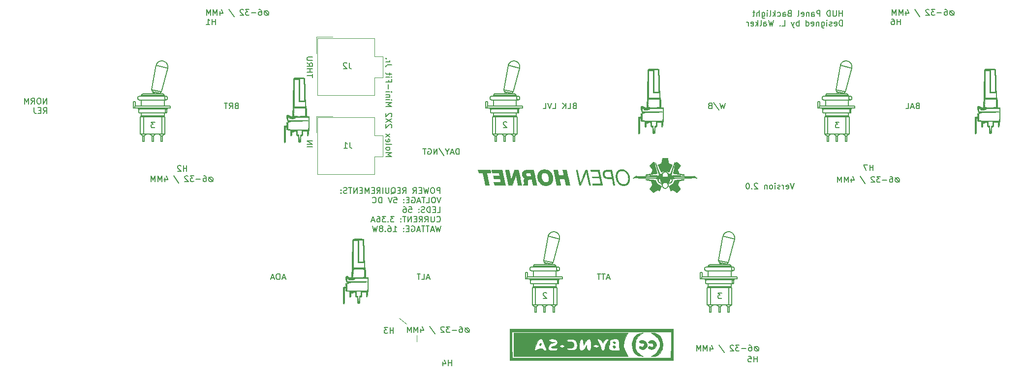
<source format=gbr>
%TF.GenerationSoftware,KiCad,Pcbnew,(5.1.6)-1*%
%TF.CreationDate,2021-08-25T14:17:29+10:00*%
%TF.ProjectId,HUD Panel PCB V2,48554420-5061-46e6-956c-205043422056,rev?*%
%TF.SameCoordinates,Original*%
%TF.FileFunction,Legend,Bot*%
%TF.FilePolarity,Positive*%
%FSLAX46Y46*%
G04 Gerber Fmt 4.6, Leading zero omitted, Abs format (unit mm)*
G04 Created by KiCad (PCBNEW (5.1.6)-1) date 2021-08-25 14:17:29*
%MOMM*%
%LPD*%
G01*
G04 APERTURE LIST*
%ADD10C,0.120000*%
%ADD11C,0.150000*%
%ADD12C,0.010000*%
%ADD13C,0.200000*%
G04 APERTURE END LIST*
D10*
X135636000Y-96012000D02*
X135636000Y-97155000D01*
X133858000Y-94107000D02*
X132588000Y-93091000D01*
D11*
X200532476Y-69810380D02*
X200199142Y-70810380D01*
X199865809Y-69810380D01*
X199151523Y-70762761D02*
X199246761Y-70810380D01*
X199437238Y-70810380D01*
X199532476Y-70762761D01*
X199580095Y-70667523D01*
X199580095Y-70286571D01*
X199532476Y-70191333D01*
X199437238Y-70143714D01*
X199246761Y-70143714D01*
X199151523Y-70191333D01*
X199103904Y-70286571D01*
X199103904Y-70381809D01*
X199580095Y-70477047D01*
X198675333Y-70810380D02*
X198675333Y-70143714D01*
X198675333Y-70334190D02*
X198627714Y-70238952D01*
X198580095Y-70191333D01*
X198484857Y-70143714D01*
X198389619Y-70143714D01*
X198103904Y-70762761D02*
X198008666Y-70810380D01*
X197818190Y-70810380D01*
X197722952Y-70762761D01*
X197675333Y-70667523D01*
X197675333Y-70619904D01*
X197722952Y-70524666D01*
X197818190Y-70477047D01*
X197961047Y-70477047D01*
X198056285Y-70429428D01*
X198103904Y-70334190D01*
X198103904Y-70286571D01*
X198056285Y-70191333D01*
X197961047Y-70143714D01*
X197818190Y-70143714D01*
X197722952Y-70191333D01*
X197246761Y-70810380D02*
X197246761Y-70143714D01*
X197246761Y-69810380D02*
X197294380Y-69858000D01*
X197246761Y-69905619D01*
X197199142Y-69858000D01*
X197246761Y-69810380D01*
X197246761Y-69905619D01*
X196627714Y-70810380D02*
X196722952Y-70762761D01*
X196770571Y-70715142D01*
X196818190Y-70619904D01*
X196818190Y-70334190D01*
X196770571Y-70238952D01*
X196722952Y-70191333D01*
X196627714Y-70143714D01*
X196484857Y-70143714D01*
X196389619Y-70191333D01*
X196342000Y-70238952D01*
X196294380Y-70334190D01*
X196294380Y-70619904D01*
X196342000Y-70715142D01*
X196389619Y-70762761D01*
X196484857Y-70810380D01*
X196627714Y-70810380D01*
X195865809Y-70143714D02*
X195865809Y-70810380D01*
X195865809Y-70238952D02*
X195818190Y-70191333D01*
X195722952Y-70143714D01*
X195580095Y-70143714D01*
X195484857Y-70191333D01*
X195437238Y-70286571D01*
X195437238Y-70810380D01*
X194246761Y-69905619D02*
X194199142Y-69858000D01*
X194103904Y-69810380D01*
X193865809Y-69810380D01*
X193770571Y-69858000D01*
X193722952Y-69905619D01*
X193675333Y-70000857D01*
X193675333Y-70096095D01*
X193722952Y-70238952D01*
X194294380Y-70810380D01*
X193675333Y-70810380D01*
X193246761Y-70715142D02*
X193199142Y-70762761D01*
X193246761Y-70810380D01*
X193294380Y-70762761D01*
X193246761Y-70715142D01*
X193246761Y-70810380D01*
X192580095Y-69810380D02*
X192484857Y-69810380D01*
X192389619Y-69858000D01*
X192342000Y-69905619D01*
X192294380Y-70000857D01*
X192246761Y-70191333D01*
X192246761Y-70429428D01*
X192294380Y-70619904D01*
X192342000Y-70715142D01*
X192389619Y-70762761D01*
X192484857Y-70810380D01*
X192580095Y-70810380D01*
X192675333Y-70762761D01*
X192722952Y-70715142D01*
X192770571Y-70619904D01*
X192818190Y-70429428D01*
X192818190Y-70191333D01*
X192770571Y-70000857D01*
X192722952Y-69905619D01*
X192675333Y-69858000D01*
X192580095Y-69810380D01*
X139618404Y-71574380D02*
X139618404Y-70574380D01*
X139237452Y-70574380D01*
X139142214Y-70622000D01*
X139094595Y-70669619D01*
X139046976Y-70764857D01*
X139046976Y-70907714D01*
X139094595Y-71002952D01*
X139142214Y-71050571D01*
X139237452Y-71098190D01*
X139618404Y-71098190D01*
X138427928Y-70574380D02*
X138237452Y-70574380D01*
X138142214Y-70622000D01*
X138046976Y-70717238D01*
X137999357Y-70907714D01*
X137999357Y-71241047D01*
X138046976Y-71431523D01*
X138142214Y-71526761D01*
X138237452Y-71574380D01*
X138427928Y-71574380D01*
X138523166Y-71526761D01*
X138618404Y-71431523D01*
X138666023Y-71241047D01*
X138666023Y-70907714D01*
X138618404Y-70717238D01*
X138523166Y-70622000D01*
X138427928Y-70574380D01*
X137666023Y-70574380D02*
X137427928Y-71574380D01*
X137237452Y-70860095D01*
X137046976Y-71574380D01*
X136808880Y-70574380D01*
X136427928Y-71050571D02*
X136094595Y-71050571D01*
X135951738Y-71574380D02*
X136427928Y-71574380D01*
X136427928Y-70574380D01*
X135951738Y-70574380D01*
X134951738Y-71574380D02*
X135285071Y-71098190D01*
X135523166Y-71574380D02*
X135523166Y-70574380D01*
X135142214Y-70574380D01*
X135046976Y-70622000D01*
X134999357Y-70669619D01*
X134951738Y-70764857D01*
X134951738Y-70907714D01*
X134999357Y-71002952D01*
X135046976Y-71050571D01*
X135142214Y-71098190D01*
X135523166Y-71098190D01*
X133189833Y-71574380D02*
X133523166Y-71098190D01*
X133761261Y-71574380D02*
X133761261Y-70574380D01*
X133380309Y-70574380D01*
X133285071Y-70622000D01*
X133237452Y-70669619D01*
X133189833Y-70764857D01*
X133189833Y-70907714D01*
X133237452Y-71002952D01*
X133285071Y-71050571D01*
X133380309Y-71098190D01*
X133761261Y-71098190D01*
X132761261Y-71050571D02*
X132427928Y-71050571D01*
X132285071Y-71574380D02*
X132761261Y-71574380D01*
X132761261Y-70574380D01*
X132285071Y-70574380D01*
X131189833Y-71669619D02*
X131285071Y-71622000D01*
X131380309Y-71526761D01*
X131523166Y-71383904D01*
X131618404Y-71336285D01*
X131713642Y-71336285D01*
X131666023Y-71574380D02*
X131761261Y-71526761D01*
X131856500Y-71431523D01*
X131904119Y-71241047D01*
X131904119Y-70907714D01*
X131856500Y-70717238D01*
X131761261Y-70622000D01*
X131666023Y-70574380D01*
X131475547Y-70574380D01*
X131380309Y-70622000D01*
X131285071Y-70717238D01*
X131237452Y-70907714D01*
X131237452Y-71241047D01*
X131285071Y-71431523D01*
X131380309Y-71526761D01*
X131475547Y-71574380D01*
X131666023Y-71574380D01*
X130808880Y-70574380D02*
X130808880Y-71383904D01*
X130761261Y-71479142D01*
X130713642Y-71526761D01*
X130618404Y-71574380D01*
X130427928Y-71574380D01*
X130332690Y-71526761D01*
X130285071Y-71479142D01*
X130237452Y-71383904D01*
X130237452Y-70574380D01*
X129761261Y-71574380D02*
X129761261Y-70574380D01*
X128713642Y-71574380D02*
X129046976Y-71098190D01*
X129285071Y-71574380D02*
X129285071Y-70574380D01*
X128904119Y-70574380D01*
X128808880Y-70622000D01*
X128761261Y-70669619D01*
X128713642Y-70764857D01*
X128713642Y-70907714D01*
X128761261Y-71002952D01*
X128808880Y-71050571D01*
X128904119Y-71098190D01*
X129285071Y-71098190D01*
X128285071Y-71050571D02*
X127951738Y-71050571D01*
X127808880Y-71574380D02*
X128285071Y-71574380D01*
X128285071Y-70574380D01*
X127808880Y-70574380D01*
X127380309Y-71574380D02*
X127380309Y-70574380D01*
X127046976Y-71288666D01*
X126713642Y-70574380D01*
X126713642Y-71574380D01*
X126237452Y-71050571D02*
X125904119Y-71050571D01*
X125761261Y-71574380D02*
X126237452Y-71574380D01*
X126237452Y-70574380D01*
X125761261Y-70574380D01*
X125332690Y-71574380D02*
X125332690Y-70574380D01*
X124761261Y-71574380D01*
X124761261Y-70574380D01*
X124427928Y-70574380D02*
X123856500Y-70574380D01*
X124142214Y-71574380D02*
X124142214Y-70574380D01*
X123570785Y-71526761D02*
X123427928Y-71574380D01*
X123189833Y-71574380D01*
X123094595Y-71526761D01*
X123046976Y-71479142D01*
X122999357Y-71383904D01*
X122999357Y-71288666D01*
X123046976Y-71193428D01*
X123094595Y-71145809D01*
X123189833Y-71098190D01*
X123380309Y-71050571D01*
X123475547Y-71002952D01*
X123523166Y-70955333D01*
X123570785Y-70860095D01*
X123570785Y-70764857D01*
X123523166Y-70669619D01*
X123475547Y-70622000D01*
X123380309Y-70574380D01*
X123142214Y-70574380D01*
X122999357Y-70622000D01*
X122570785Y-71479142D02*
X122523166Y-71526761D01*
X122570785Y-71574380D01*
X122618404Y-71526761D01*
X122570785Y-71479142D01*
X122570785Y-71574380D01*
X122570785Y-70955333D02*
X122523166Y-71002952D01*
X122570785Y-71050571D01*
X122618404Y-71002952D01*
X122570785Y-70955333D01*
X122570785Y-71050571D01*
X139761261Y-72224380D02*
X139427928Y-73224380D01*
X139094595Y-72224380D01*
X138570785Y-72224380D02*
X138380309Y-72224380D01*
X138285071Y-72272000D01*
X138189833Y-72367238D01*
X138142214Y-72557714D01*
X138142214Y-72891047D01*
X138189833Y-73081523D01*
X138285071Y-73176761D01*
X138380309Y-73224380D01*
X138570785Y-73224380D01*
X138666023Y-73176761D01*
X138761261Y-73081523D01*
X138808880Y-72891047D01*
X138808880Y-72557714D01*
X138761261Y-72367238D01*
X138666023Y-72272000D01*
X138570785Y-72224380D01*
X137237452Y-73224380D02*
X137713642Y-73224380D01*
X137713642Y-72224380D01*
X137046976Y-72224380D02*
X136475547Y-72224380D01*
X136761261Y-73224380D02*
X136761261Y-72224380D01*
X136189833Y-72938666D02*
X135713642Y-72938666D01*
X136285071Y-73224380D02*
X135951738Y-72224380D01*
X135618404Y-73224380D01*
X134761261Y-72272000D02*
X134856500Y-72224380D01*
X134999357Y-72224380D01*
X135142214Y-72272000D01*
X135237452Y-72367238D01*
X135285071Y-72462476D01*
X135332690Y-72652952D01*
X135332690Y-72795809D01*
X135285071Y-72986285D01*
X135237452Y-73081523D01*
X135142214Y-73176761D01*
X134999357Y-73224380D01*
X134904119Y-73224380D01*
X134761261Y-73176761D01*
X134713642Y-73129142D01*
X134713642Y-72795809D01*
X134904119Y-72795809D01*
X134285071Y-72700571D02*
X133951738Y-72700571D01*
X133808880Y-73224380D02*
X134285071Y-73224380D01*
X134285071Y-72224380D01*
X133808880Y-72224380D01*
X133380309Y-73129142D02*
X133332690Y-73176761D01*
X133380309Y-73224380D01*
X133427928Y-73176761D01*
X133380309Y-73129142D01*
X133380309Y-73224380D01*
X133380309Y-72605333D02*
X133332690Y-72652952D01*
X133380309Y-72700571D01*
X133427928Y-72652952D01*
X133380309Y-72605333D01*
X133380309Y-72700571D01*
X131666023Y-72224380D02*
X132142214Y-72224380D01*
X132189833Y-72700571D01*
X132142214Y-72652952D01*
X132046976Y-72605333D01*
X131808880Y-72605333D01*
X131713642Y-72652952D01*
X131666023Y-72700571D01*
X131618404Y-72795809D01*
X131618404Y-73033904D01*
X131666023Y-73129142D01*
X131713642Y-73176761D01*
X131808880Y-73224380D01*
X132046976Y-73224380D01*
X132142214Y-73176761D01*
X132189833Y-73129142D01*
X131332690Y-72224380D02*
X130999357Y-73224380D01*
X130666023Y-72224380D01*
X129570785Y-73224380D02*
X129570785Y-72224380D01*
X129332690Y-72224380D01*
X129189833Y-72272000D01*
X129094595Y-72367238D01*
X129046976Y-72462476D01*
X128999357Y-72652952D01*
X128999357Y-72795809D01*
X129046976Y-72986285D01*
X129094595Y-73081523D01*
X129189833Y-73176761D01*
X129332690Y-73224380D01*
X129570785Y-73224380D01*
X127999357Y-73129142D02*
X128046976Y-73176761D01*
X128189833Y-73224380D01*
X128285071Y-73224380D01*
X128427928Y-73176761D01*
X128523166Y-73081523D01*
X128570785Y-72986285D01*
X128618404Y-72795809D01*
X128618404Y-72652952D01*
X128570785Y-72462476D01*
X128523166Y-72367238D01*
X128427928Y-72272000D01*
X128285071Y-72224380D01*
X128189833Y-72224380D01*
X128046976Y-72272000D01*
X127999357Y-72319619D01*
X139142214Y-74874380D02*
X139618404Y-74874380D01*
X139618404Y-73874380D01*
X138808880Y-74350571D02*
X138475547Y-74350571D01*
X138332690Y-74874380D02*
X138808880Y-74874380D01*
X138808880Y-73874380D01*
X138332690Y-73874380D01*
X137904119Y-74874380D02*
X137904119Y-73874380D01*
X137666023Y-73874380D01*
X137523166Y-73922000D01*
X137427928Y-74017238D01*
X137380309Y-74112476D01*
X137332690Y-74302952D01*
X137332690Y-74445809D01*
X137380309Y-74636285D01*
X137427928Y-74731523D01*
X137523166Y-74826761D01*
X137666023Y-74874380D01*
X137904119Y-74874380D01*
X136951738Y-74826761D02*
X136808880Y-74874380D01*
X136570785Y-74874380D01*
X136475547Y-74826761D01*
X136427928Y-74779142D01*
X136380309Y-74683904D01*
X136380309Y-74588666D01*
X136427928Y-74493428D01*
X136475547Y-74445809D01*
X136570785Y-74398190D01*
X136761261Y-74350571D01*
X136856500Y-74302952D01*
X136904119Y-74255333D01*
X136951738Y-74160095D01*
X136951738Y-74064857D01*
X136904119Y-73969619D01*
X136856500Y-73922000D01*
X136761261Y-73874380D01*
X136523166Y-73874380D01*
X136380309Y-73922000D01*
X135951738Y-74779142D02*
X135904119Y-74826761D01*
X135951738Y-74874380D01*
X135999357Y-74826761D01*
X135951738Y-74779142D01*
X135951738Y-74874380D01*
X135951738Y-74255333D02*
X135904119Y-74302952D01*
X135951738Y-74350571D01*
X135999357Y-74302952D01*
X135951738Y-74255333D01*
X135951738Y-74350571D01*
X134237452Y-73874380D02*
X134713642Y-73874380D01*
X134761261Y-74350571D01*
X134713642Y-74302952D01*
X134618404Y-74255333D01*
X134380309Y-74255333D01*
X134285071Y-74302952D01*
X134237452Y-74350571D01*
X134189833Y-74445809D01*
X134189833Y-74683904D01*
X134237452Y-74779142D01*
X134285071Y-74826761D01*
X134380309Y-74874380D01*
X134618404Y-74874380D01*
X134713642Y-74826761D01*
X134761261Y-74779142D01*
X133332690Y-73874380D02*
X133523166Y-73874380D01*
X133618404Y-73922000D01*
X133666023Y-73969619D01*
X133761261Y-74112476D01*
X133808880Y-74302952D01*
X133808880Y-74683904D01*
X133761261Y-74779142D01*
X133713642Y-74826761D01*
X133618404Y-74874380D01*
X133427928Y-74874380D01*
X133332690Y-74826761D01*
X133285071Y-74779142D01*
X133237452Y-74683904D01*
X133237452Y-74445809D01*
X133285071Y-74350571D01*
X133332690Y-74302952D01*
X133427928Y-74255333D01*
X133618404Y-74255333D01*
X133713642Y-74302952D01*
X133761261Y-74350571D01*
X133808880Y-74445809D01*
X139046976Y-76429142D02*
X139094595Y-76476761D01*
X139237452Y-76524380D01*
X139332690Y-76524380D01*
X139475547Y-76476761D01*
X139570785Y-76381523D01*
X139618404Y-76286285D01*
X139666023Y-76095809D01*
X139666023Y-75952952D01*
X139618404Y-75762476D01*
X139570785Y-75667238D01*
X139475547Y-75572000D01*
X139332690Y-75524380D01*
X139237452Y-75524380D01*
X139094595Y-75572000D01*
X139046976Y-75619619D01*
X138618404Y-75524380D02*
X138618404Y-76333904D01*
X138570785Y-76429142D01*
X138523166Y-76476761D01*
X138427928Y-76524380D01*
X138237452Y-76524380D01*
X138142214Y-76476761D01*
X138094595Y-76429142D01*
X138046976Y-76333904D01*
X138046976Y-75524380D01*
X136999357Y-76524380D02*
X137332690Y-76048190D01*
X137570785Y-76524380D02*
X137570785Y-75524380D01*
X137189833Y-75524380D01*
X137094595Y-75572000D01*
X137046976Y-75619619D01*
X136999357Y-75714857D01*
X136999357Y-75857714D01*
X137046976Y-75952952D01*
X137094595Y-76000571D01*
X137189833Y-76048190D01*
X137570785Y-76048190D01*
X135999357Y-76524380D02*
X136332690Y-76048190D01*
X136570785Y-76524380D02*
X136570785Y-75524380D01*
X136189833Y-75524380D01*
X136094595Y-75572000D01*
X136046976Y-75619619D01*
X135999357Y-75714857D01*
X135999357Y-75857714D01*
X136046976Y-75952952D01*
X136094595Y-76000571D01*
X136189833Y-76048190D01*
X136570785Y-76048190D01*
X135570785Y-76000571D02*
X135237452Y-76000571D01*
X135094595Y-76524380D02*
X135570785Y-76524380D01*
X135570785Y-75524380D01*
X135094595Y-75524380D01*
X134666023Y-76524380D02*
X134666023Y-75524380D01*
X134094595Y-76524380D01*
X134094595Y-75524380D01*
X133761261Y-75524380D02*
X133189833Y-75524380D01*
X133475547Y-76524380D02*
X133475547Y-75524380D01*
X132856500Y-76429142D02*
X132808880Y-76476761D01*
X132856500Y-76524380D01*
X132904119Y-76476761D01*
X132856500Y-76429142D01*
X132856500Y-76524380D01*
X132856500Y-75905333D02*
X132808880Y-75952952D01*
X132856500Y-76000571D01*
X132904119Y-75952952D01*
X132856500Y-75905333D01*
X132856500Y-76000571D01*
X131713642Y-75524380D02*
X131094595Y-75524380D01*
X131427928Y-75905333D01*
X131285071Y-75905333D01*
X131189833Y-75952952D01*
X131142214Y-76000571D01*
X131094595Y-76095809D01*
X131094595Y-76333904D01*
X131142214Y-76429142D01*
X131189833Y-76476761D01*
X131285071Y-76524380D01*
X131570785Y-76524380D01*
X131666023Y-76476761D01*
X131713642Y-76429142D01*
X130666023Y-76429142D02*
X130618404Y-76476761D01*
X130666023Y-76524380D01*
X130713642Y-76476761D01*
X130666023Y-76429142D01*
X130666023Y-76524380D01*
X130285071Y-75524380D02*
X129666023Y-75524380D01*
X129999357Y-75905333D01*
X129856500Y-75905333D01*
X129761261Y-75952952D01*
X129713642Y-76000571D01*
X129666023Y-76095809D01*
X129666023Y-76333904D01*
X129713642Y-76429142D01*
X129761261Y-76476761D01*
X129856500Y-76524380D01*
X130142214Y-76524380D01*
X130237452Y-76476761D01*
X130285071Y-76429142D01*
X128808880Y-75524380D02*
X128999357Y-75524380D01*
X129094595Y-75572000D01*
X129142214Y-75619619D01*
X129237452Y-75762476D01*
X129285071Y-75952952D01*
X129285071Y-76333904D01*
X129237452Y-76429142D01*
X129189833Y-76476761D01*
X129094595Y-76524380D01*
X128904119Y-76524380D01*
X128808880Y-76476761D01*
X128761261Y-76429142D01*
X128713642Y-76333904D01*
X128713642Y-76095809D01*
X128761261Y-76000571D01*
X128808880Y-75952952D01*
X128904119Y-75905333D01*
X129094595Y-75905333D01*
X129189833Y-75952952D01*
X129237452Y-76000571D01*
X129285071Y-76095809D01*
X128332690Y-76238666D02*
X127856500Y-76238666D01*
X128427928Y-76524380D02*
X128094595Y-75524380D01*
X127761261Y-76524380D01*
X139713642Y-77174380D02*
X139475547Y-78174380D01*
X139285071Y-77460095D01*
X139094595Y-78174380D01*
X138856500Y-77174380D01*
X138523166Y-77888666D02*
X138046976Y-77888666D01*
X138618404Y-78174380D02*
X138285071Y-77174380D01*
X137951738Y-78174380D01*
X137761261Y-77174380D02*
X137189833Y-77174380D01*
X137475547Y-78174380D02*
X137475547Y-77174380D01*
X136999357Y-77174380D02*
X136427928Y-77174380D01*
X136713642Y-78174380D02*
X136713642Y-77174380D01*
X136142214Y-77888666D02*
X135666023Y-77888666D01*
X136237452Y-78174380D02*
X135904119Y-77174380D01*
X135570785Y-78174380D01*
X134713642Y-77222000D02*
X134808880Y-77174380D01*
X134951738Y-77174380D01*
X135094595Y-77222000D01*
X135189833Y-77317238D01*
X135237452Y-77412476D01*
X135285071Y-77602952D01*
X135285071Y-77745809D01*
X135237452Y-77936285D01*
X135189833Y-78031523D01*
X135094595Y-78126761D01*
X134951738Y-78174380D01*
X134856500Y-78174380D01*
X134713642Y-78126761D01*
X134666023Y-78079142D01*
X134666023Y-77745809D01*
X134856500Y-77745809D01*
X134237452Y-77650571D02*
X133904119Y-77650571D01*
X133761261Y-78174380D02*
X134237452Y-78174380D01*
X134237452Y-77174380D01*
X133761261Y-77174380D01*
X133332690Y-78079142D02*
X133285071Y-78126761D01*
X133332690Y-78174380D01*
X133380309Y-78126761D01*
X133332690Y-78079142D01*
X133332690Y-78174380D01*
X133332690Y-77555333D02*
X133285071Y-77602952D01*
X133332690Y-77650571D01*
X133380309Y-77602952D01*
X133332690Y-77555333D01*
X133332690Y-77650571D01*
X131570785Y-78174380D02*
X132142214Y-78174380D01*
X131856500Y-78174380D02*
X131856500Y-77174380D01*
X131951738Y-77317238D01*
X132046976Y-77412476D01*
X132142214Y-77460095D01*
X130713642Y-77174380D02*
X130904119Y-77174380D01*
X130999357Y-77222000D01*
X131046976Y-77269619D01*
X131142214Y-77412476D01*
X131189833Y-77602952D01*
X131189833Y-77983904D01*
X131142214Y-78079142D01*
X131094595Y-78126761D01*
X130999357Y-78174380D01*
X130808880Y-78174380D01*
X130713642Y-78126761D01*
X130666023Y-78079142D01*
X130618404Y-77983904D01*
X130618404Y-77745809D01*
X130666023Y-77650571D01*
X130713642Y-77602952D01*
X130808880Y-77555333D01*
X130999357Y-77555333D01*
X131094595Y-77602952D01*
X131142214Y-77650571D01*
X131189833Y-77745809D01*
X130189833Y-78079142D02*
X130142214Y-78126761D01*
X130189833Y-78174380D01*
X130237452Y-78126761D01*
X130189833Y-78079142D01*
X130189833Y-78174380D01*
X129570785Y-77602952D02*
X129666023Y-77555333D01*
X129713642Y-77507714D01*
X129761261Y-77412476D01*
X129761261Y-77364857D01*
X129713642Y-77269619D01*
X129666023Y-77222000D01*
X129570785Y-77174380D01*
X129380309Y-77174380D01*
X129285071Y-77222000D01*
X129237452Y-77269619D01*
X129189833Y-77364857D01*
X129189833Y-77412476D01*
X129237452Y-77507714D01*
X129285071Y-77555333D01*
X129380309Y-77602952D01*
X129570785Y-77602952D01*
X129666023Y-77650571D01*
X129713642Y-77698190D01*
X129761261Y-77793428D01*
X129761261Y-77983904D01*
X129713642Y-78079142D01*
X129666023Y-78126761D01*
X129570785Y-78174380D01*
X129380309Y-78174380D01*
X129285071Y-78126761D01*
X129237452Y-78079142D01*
X129189833Y-77983904D01*
X129189833Y-77793428D01*
X129237452Y-77698190D01*
X129285071Y-77650571D01*
X129380309Y-77602952D01*
X128856500Y-77174380D02*
X128618404Y-78174380D01*
X128427928Y-77460095D01*
X128237452Y-78174380D01*
X127999357Y-77174380D01*
X71927404Y-56142380D02*
X71927404Y-55142380D01*
X71355976Y-56142380D01*
X71355976Y-55142380D01*
X70689309Y-55142380D02*
X70498833Y-55142380D01*
X70403595Y-55190000D01*
X70308357Y-55285238D01*
X70260738Y-55475714D01*
X70260738Y-55809047D01*
X70308357Y-55999523D01*
X70403595Y-56094761D01*
X70498833Y-56142380D01*
X70689309Y-56142380D01*
X70784547Y-56094761D01*
X70879785Y-55999523D01*
X70927404Y-55809047D01*
X70927404Y-55475714D01*
X70879785Y-55285238D01*
X70784547Y-55190000D01*
X70689309Y-55142380D01*
X69260738Y-56142380D02*
X69594071Y-55666190D01*
X69832166Y-56142380D02*
X69832166Y-55142380D01*
X69451214Y-55142380D01*
X69355976Y-55190000D01*
X69308357Y-55237619D01*
X69260738Y-55332857D01*
X69260738Y-55475714D01*
X69308357Y-55570952D01*
X69355976Y-55618571D01*
X69451214Y-55666190D01*
X69832166Y-55666190D01*
X68832166Y-56142380D02*
X68832166Y-55142380D01*
X68498833Y-55856666D01*
X68165500Y-55142380D01*
X68165500Y-56142380D01*
X71355976Y-57792380D02*
X71689309Y-57316190D01*
X71927404Y-57792380D02*
X71927404Y-56792380D01*
X71546452Y-56792380D01*
X71451214Y-56840000D01*
X71403595Y-56887619D01*
X71355976Y-56982857D01*
X71355976Y-57125714D01*
X71403595Y-57220952D01*
X71451214Y-57268571D01*
X71546452Y-57316190D01*
X71927404Y-57316190D01*
X70927404Y-57268571D02*
X70594071Y-57268571D01*
X70451214Y-57792380D02*
X70927404Y-57792380D01*
X70927404Y-56792380D01*
X70451214Y-56792380D01*
X69736928Y-56792380D02*
X69736928Y-57506666D01*
X69784547Y-57649523D01*
X69879785Y-57744761D01*
X70022642Y-57792380D01*
X70117880Y-57792380D01*
X168767000Y-86145666D02*
X168290809Y-86145666D01*
X168862238Y-86431380D02*
X168528904Y-85431380D01*
X168195571Y-86431380D01*
X168005095Y-85431380D02*
X167433666Y-85431380D01*
X167719380Y-86431380D02*
X167719380Y-85431380D01*
X167243190Y-85431380D02*
X166671761Y-85431380D01*
X166957476Y-86431380D02*
X166957476Y-85431380D01*
X137802809Y-86145666D02*
X137326619Y-86145666D01*
X137898047Y-86431380D02*
X137564714Y-85431380D01*
X137231380Y-86431380D01*
X136421857Y-86431380D02*
X136898047Y-86431380D01*
X136898047Y-85431380D01*
X136231380Y-85431380D02*
X135659952Y-85431380D01*
X135945666Y-86431380D02*
X135945666Y-85431380D01*
X112950476Y-86145666D02*
X112474285Y-86145666D01*
X113045714Y-86431380D02*
X112712380Y-85431380D01*
X112379047Y-86431380D01*
X111855238Y-85431380D02*
X111664761Y-85431380D01*
X111569523Y-85479000D01*
X111474285Y-85574238D01*
X111426666Y-85764714D01*
X111426666Y-86098047D01*
X111474285Y-86288523D01*
X111569523Y-86383761D01*
X111664761Y-86431380D01*
X111855238Y-86431380D01*
X111950476Y-86383761D01*
X112045714Y-86288523D01*
X112093333Y-86098047D01*
X112093333Y-85764714D01*
X112045714Y-85574238D01*
X111950476Y-85479000D01*
X111855238Y-85431380D01*
X111045714Y-86145666D02*
X110569523Y-86145666D01*
X111140952Y-86431380D02*
X110807619Y-85431380D01*
X110474285Y-86431380D01*
X221741904Y-56443571D02*
X221599047Y-56491190D01*
X221551428Y-56538809D01*
X221503809Y-56634047D01*
X221503809Y-56776904D01*
X221551428Y-56872142D01*
X221599047Y-56919761D01*
X221694285Y-56967380D01*
X222075238Y-56967380D01*
X222075238Y-55967380D01*
X221741904Y-55967380D01*
X221646666Y-56015000D01*
X221599047Y-56062619D01*
X221551428Y-56157857D01*
X221551428Y-56253095D01*
X221599047Y-56348333D01*
X221646666Y-56395952D01*
X221741904Y-56443571D01*
X222075238Y-56443571D01*
X221122857Y-56681666D02*
X220646666Y-56681666D01*
X221218095Y-56967380D02*
X220884761Y-55967380D01*
X220551428Y-56967380D01*
X219741904Y-56967380D02*
X220218095Y-56967380D01*
X220218095Y-55967380D01*
X188650380Y-55967380D02*
X188412285Y-56967380D01*
X188221809Y-56253095D01*
X188031333Y-56967380D01*
X187793238Y-55967380D01*
X186698000Y-55919761D02*
X187555142Y-57205476D01*
X186031333Y-56443571D02*
X185888476Y-56491190D01*
X185840857Y-56538809D01*
X185793238Y-56634047D01*
X185793238Y-56776904D01*
X185840857Y-56872142D01*
X185888476Y-56919761D01*
X185983714Y-56967380D01*
X186364666Y-56967380D01*
X186364666Y-55967380D01*
X186031333Y-55967380D01*
X185936095Y-56015000D01*
X185888476Y-56062619D01*
X185840857Y-56157857D01*
X185840857Y-56253095D01*
X185888476Y-56348333D01*
X185936095Y-56395952D01*
X186031333Y-56443571D01*
X186364666Y-56443571D01*
X162726380Y-56443571D02*
X162583523Y-56491190D01*
X162535904Y-56538809D01*
X162488285Y-56634047D01*
X162488285Y-56776904D01*
X162535904Y-56872142D01*
X162583523Y-56919761D01*
X162678761Y-56967380D01*
X163059714Y-56967380D01*
X163059714Y-55967380D01*
X162726380Y-55967380D01*
X162631142Y-56015000D01*
X162583523Y-56062619D01*
X162535904Y-56157857D01*
X162535904Y-56253095D01*
X162583523Y-56348333D01*
X162631142Y-56395952D01*
X162726380Y-56443571D01*
X163059714Y-56443571D01*
X161583523Y-56967380D02*
X162059714Y-56967380D01*
X162059714Y-55967380D01*
X161250190Y-56967380D02*
X161250190Y-55967380D01*
X160678761Y-56967380D02*
X161107333Y-56395952D01*
X160678761Y-55967380D02*
X161250190Y-56538809D01*
X159012095Y-56967380D02*
X159488285Y-56967380D01*
X159488285Y-55967380D01*
X158821619Y-55967380D02*
X158488285Y-56967380D01*
X158154952Y-55967380D01*
X157345428Y-56967380D02*
X157821619Y-56967380D01*
X157821619Y-55967380D01*
X142874619Y-64841380D02*
X142874619Y-63841380D01*
X142636523Y-63841380D01*
X142493666Y-63889000D01*
X142398428Y-63984238D01*
X142350809Y-64079476D01*
X142303190Y-64269952D01*
X142303190Y-64412809D01*
X142350809Y-64603285D01*
X142398428Y-64698523D01*
X142493666Y-64793761D01*
X142636523Y-64841380D01*
X142874619Y-64841380D01*
X141922238Y-64555666D02*
X141446047Y-64555666D01*
X142017476Y-64841380D02*
X141684142Y-63841380D01*
X141350809Y-64841380D01*
X140827000Y-64365190D02*
X140827000Y-64841380D01*
X141160333Y-63841380D02*
X140827000Y-64365190D01*
X140493666Y-63841380D01*
X139446047Y-63793761D02*
X140303190Y-65079476D01*
X139112714Y-64841380D02*
X139112714Y-63841380D01*
X138541285Y-64841380D01*
X138541285Y-63841380D01*
X137541285Y-63889000D02*
X137636523Y-63841380D01*
X137779380Y-63841380D01*
X137922238Y-63889000D01*
X138017476Y-63984238D01*
X138065095Y-64079476D01*
X138112714Y-64269952D01*
X138112714Y-64412809D01*
X138065095Y-64603285D01*
X138017476Y-64698523D01*
X137922238Y-64793761D01*
X137779380Y-64841380D01*
X137684142Y-64841380D01*
X137541285Y-64793761D01*
X137493666Y-64746142D01*
X137493666Y-64412809D01*
X137684142Y-64412809D01*
X137207952Y-63841380D02*
X136636523Y-63841380D01*
X136922238Y-64841380D02*
X136922238Y-63841380D01*
X104568523Y-56443571D02*
X104425666Y-56491190D01*
X104378047Y-56538809D01*
X104330428Y-56634047D01*
X104330428Y-56776904D01*
X104378047Y-56872142D01*
X104425666Y-56919761D01*
X104520904Y-56967380D01*
X104901857Y-56967380D01*
X104901857Y-55967380D01*
X104568523Y-55967380D01*
X104473285Y-56015000D01*
X104425666Y-56062619D01*
X104378047Y-56157857D01*
X104378047Y-56253095D01*
X104425666Y-56348333D01*
X104473285Y-56395952D01*
X104568523Y-56443571D01*
X104901857Y-56443571D01*
X103330428Y-56967380D02*
X103663761Y-56491190D01*
X103901857Y-56967380D02*
X103901857Y-55967380D01*
X103520904Y-55967380D01*
X103425666Y-56015000D01*
X103378047Y-56062619D01*
X103330428Y-56157857D01*
X103330428Y-56300714D01*
X103378047Y-56395952D01*
X103425666Y-56443571D01*
X103520904Y-56491190D01*
X103901857Y-56491190D01*
X103044714Y-55967380D02*
X102473285Y-55967380D01*
X102759000Y-56967380D02*
X102759000Y-55967380D01*
X117697619Y-51583333D02*
X117697619Y-51011904D01*
X116697619Y-51297619D02*
X117697619Y-51297619D01*
X116697619Y-50678571D02*
X117697619Y-50678571D01*
X117221428Y-50678571D02*
X117221428Y-50107142D01*
X116697619Y-50107142D02*
X117697619Y-50107142D01*
X116697619Y-49059523D02*
X117173809Y-49392857D01*
X116697619Y-49630952D02*
X117697619Y-49630952D01*
X117697619Y-49250000D01*
X117650000Y-49154761D01*
X117602380Y-49107142D01*
X117507142Y-49059523D01*
X117364285Y-49059523D01*
X117269047Y-49107142D01*
X117221428Y-49154761D01*
X117173809Y-49250000D01*
X117173809Y-49630952D01*
X117697619Y-48630952D02*
X116888095Y-48630952D01*
X116792857Y-48583333D01*
X116745238Y-48535714D01*
X116697619Y-48440476D01*
X116697619Y-48250000D01*
X116745238Y-48154761D01*
X116792857Y-48107142D01*
X116888095Y-48059523D01*
X117697619Y-48059523D01*
X116697619Y-63573809D02*
X117697619Y-63573809D01*
X116697619Y-63097619D02*
X117697619Y-63097619D01*
X116697619Y-62526190D01*
X117697619Y-62526190D01*
X130297619Y-65202380D02*
X131297619Y-65202380D01*
X130583333Y-64869047D01*
X131297619Y-64535714D01*
X130297619Y-64535714D01*
X130297619Y-63916666D02*
X130345238Y-64011904D01*
X130392857Y-64059523D01*
X130488095Y-64107142D01*
X130773809Y-64107142D01*
X130869047Y-64059523D01*
X130916666Y-64011904D01*
X130964285Y-63916666D01*
X130964285Y-63773809D01*
X130916666Y-63678571D01*
X130869047Y-63630952D01*
X130773809Y-63583333D01*
X130488095Y-63583333D01*
X130392857Y-63630952D01*
X130345238Y-63678571D01*
X130297619Y-63773809D01*
X130297619Y-63916666D01*
X130297619Y-63011904D02*
X130345238Y-63107142D01*
X130440476Y-63154761D01*
X131297619Y-63154761D01*
X130345238Y-62250000D02*
X130297619Y-62345238D01*
X130297619Y-62535714D01*
X130345238Y-62630952D01*
X130440476Y-62678571D01*
X130821428Y-62678571D01*
X130916666Y-62630952D01*
X130964285Y-62535714D01*
X130964285Y-62345238D01*
X130916666Y-62250000D01*
X130821428Y-62202380D01*
X130726190Y-62202380D01*
X130630952Y-62678571D01*
X130297619Y-61869047D02*
X130964285Y-61345238D01*
X130964285Y-61869047D02*
X130297619Y-61345238D01*
X131202380Y-60250000D02*
X131250000Y-60202380D01*
X131297619Y-60107142D01*
X131297619Y-59869047D01*
X131250000Y-59773809D01*
X131202380Y-59726190D01*
X131107142Y-59678571D01*
X131011904Y-59678571D01*
X130869047Y-59726190D01*
X130297619Y-60297619D01*
X130297619Y-59678571D01*
X131297619Y-59345238D02*
X130297619Y-58678571D01*
X131297619Y-58678571D02*
X130297619Y-59345238D01*
X131202380Y-58345238D02*
X131250000Y-58297619D01*
X131297619Y-58202380D01*
X131297619Y-57964285D01*
X131250000Y-57869047D01*
X131202380Y-57821428D01*
X131107142Y-57773809D01*
X131011904Y-57773809D01*
X130869047Y-57821428D01*
X130297619Y-58392857D01*
X130297619Y-57773809D01*
X130297619Y-56583333D02*
X131297619Y-56583333D01*
X130583333Y-56250000D01*
X131297619Y-55916666D01*
X130297619Y-55916666D01*
X130297619Y-55440476D02*
X130964285Y-55440476D01*
X131297619Y-55440476D02*
X131250000Y-55488095D01*
X131202380Y-55440476D01*
X131250000Y-55392857D01*
X131297619Y-55440476D01*
X131202380Y-55440476D01*
X130964285Y-54964285D02*
X130297619Y-54964285D01*
X130869047Y-54964285D02*
X130916666Y-54916666D01*
X130964285Y-54821428D01*
X130964285Y-54678571D01*
X130916666Y-54583333D01*
X130821428Y-54535714D01*
X130297619Y-54535714D01*
X130297619Y-54059523D02*
X130964285Y-54059523D01*
X131297619Y-54059523D02*
X131250000Y-54107142D01*
X131202380Y-54059523D01*
X131250000Y-54011904D01*
X131297619Y-54059523D01*
X131202380Y-54059523D01*
X130678571Y-53583333D02*
X130678571Y-52821428D01*
X130821428Y-52011904D02*
X130821428Y-52345238D01*
X130297619Y-52345238D02*
X131297619Y-52345238D01*
X131297619Y-51869047D01*
X130297619Y-51488095D02*
X130964285Y-51488095D01*
X131297619Y-51488095D02*
X131250000Y-51535714D01*
X131202380Y-51488095D01*
X131250000Y-51440476D01*
X131297619Y-51488095D01*
X131202380Y-51488095D01*
X130964285Y-51154761D02*
X130964285Y-50773809D01*
X131297619Y-51011904D02*
X130440476Y-51011904D01*
X130345238Y-50964285D01*
X130297619Y-50869047D01*
X130297619Y-50773809D01*
X131297619Y-49392857D02*
X130583333Y-49392857D01*
X130440476Y-49440476D01*
X130345238Y-49535714D01*
X130297619Y-49678571D01*
X130297619Y-49773809D01*
X130297619Y-48916666D02*
X130964285Y-48916666D01*
X130773809Y-48916666D02*
X130869047Y-48869047D01*
X130916666Y-48821428D01*
X130964285Y-48726190D01*
X130964285Y-48630952D01*
X130392857Y-48297619D02*
X130345238Y-48250000D01*
X130297619Y-48297619D01*
X130345238Y-48345238D01*
X130392857Y-48297619D01*
X130297619Y-48297619D01*
X208833404Y-41029380D02*
X208833404Y-40029380D01*
X208833404Y-40505571D02*
X208261976Y-40505571D01*
X208261976Y-41029380D02*
X208261976Y-40029380D01*
X207785785Y-40029380D02*
X207785785Y-40838904D01*
X207738166Y-40934142D01*
X207690547Y-40981761D01*
X207595309Y-41029380D01*
X207404833Y-41029380D01*
X207309595Y-40981761D01*
X207261976Y-40934142D01*
X207214357Y-40838904D01*
X207214357Y-40029380D01*
X206738166Y-41029380D02*
X206738166Y-40029380D01*
X206500071Y-40029380D01*
X206357214Y-40077000D01*
X206261976Y-40172238D01*
X206214357Y-40267476D01*
X206166738Y-40457952D01*
X206166738Y-40600809D01*
X206214357Y-40791285D01*
X206261976Y-40886523D01*
X206357214Y-40981761D01*
X206500071Y-41029380D01*
X206738166Y-41029380D01*
X204976261Y-41029380D02*
X204976261Y-40029380D01*
X204595309Y-40029380D01*
X204500071Y-40077000D01*
X204452452Y-40124619D01*
X204404833Y-40219857D01*
X204404833Y-40362714D01*
X204452452Y-40457952D01*
X204500071Y-40505571D01*
X204595309Y-40553190D01*
X204976261Y-40553190D01*
X203547690Y-41029380D02*
X203547690Y-40505571D01*
X203595309Y-40410333D01*
X203690547Y-40362714D01*
X203881023Y-40362714D01*
X203976261Y-40410333D01*
X203547690Y-40981761D02*
X203642928Y-41029380D01*
X203881023Y-41029380D01*
X203976261Y-40981761D01*
X204023880Y-40886523D01*
X204023880Y-40791285D01*
X203976261Y-40696047D01*
X203881023Y-40648428D01*
X203642928Y-40648428D01*
X203547690Y-40600809D01*
X203071500Y-40362714D02*
X203071500Y-41029380D01*
X203071500Y-40457952D02*
X203023880Y-40410333D01*
X202928642Y-40362714D01*
X202785785Y-40362714D01*
X202690547Y-40410333D01*
X202642928Y-40505571D01*
X202642928Y-41029380D01*
X201785785Y-40981761D02*
X201881023Y-41029380D01*
X202071500Y-41029380D01*
X202166738Y-40981761D01*
X202214357Y-40886523D01*
X202214357Y-40505571D01*
X202166738Y-40410333D01*
X202071500Y-40362714D01*
X201881023Y-40362714D01*
X201785785Y-40410333D01*
X201738166Y-40505571D01*
X201738166Y-40600809D01*
X202214357Y-40696047D01*
X201166738Y-41029380D02*
X201261976Y-40981761D01*
X201309595Y-40886523D01*
X201309595Y-40029380D01*
X199690547Y-40505571D02*
X199547690Y-40553190D01*
X199500071Y-40600809D01*
X199452452Y-40696047D01*
X199452452Y-40838904D01*
X199500071Y-40934142D01*
X199547690Y-40981761D01*
X199642928Y-41029380D01*
X200023880Y-41029380D01*
X200023880Y-40029380D01*
X199690547Y-40029380D01*
X199595309Y-40077000D01*
X199547690Y-40124619D01*
X199500071Y-40219857D01*
X199500071Y-40315095D01*
X199547690Y-40410333D01*
X199595309Y-40457952D01*
X199690547Y-40505571D01*
X200023880Y-40505571D01*
X198595309Y-41029380D02*
X198595309Y-40505571D01*
X198642928Y-40410333D01*
X198738166Y-40362714D01*
X198928642Y-40362714D01*
X199023880Y-40410333D01*
X198595309Y-40981761D02*
X198690547Y-41029380D01*
X198928642Y-41029380D01*
X199023880Y-40981761D01*
X199071500Y-40886523D01*
X199071500Y-40791285D01*
X199023880Y-40696047D01*
X198928642Y-40648428D01*
X198690547Y-40648428D01*
X198595309Y-40600809D01*
X197690547Y-40981761D02*
X197785785Y-41029380D01*
X197976261Y-41029380D01*
X198071500Y-40981761D01*
X198119119Y-40934142D01*
X198166738Y-40838904D01*
X198166738Y-40553190D01*
X198119119Y-40457952D01*
X198071500Y-40410333D01*
X197976261Y-40362714D01*
X197785785Y-40362714D01*
X197690547Y-40410333D01*
X197261976Y-41029380D02*
X197261976Y-40029380D01*
X197166738Y-40648428D02*
X196881023Y-41029380D01*
X196881023Y-40362714D02*
X197261976Y-40743666D01*
X196309595Y-41029380D02*
X196404833Y-40981761D01*
X196452452Y-40886523D01*
X196452452Y-40029380D01*
X195928642Y-41029380D02*
X195928642Y-40362714D01*
X195928642Y-40029380D02*
X195976261Y-40077000D01*
X195928642Y-40124619D01*
X195881023Y-40077000D01*
X195928642Y-40029380D01*
X195928642Y-40124619D01*
X195023880Y-40362714D02*
X195023880Y-41172238D01*
X195071500Y-41267476D01*
X195119119Y-41315095D01*
X195214357Y-41362714D01*
X195357214Y-41362714D01*
X195452452Y-41315095D01*
X195023880Y-40981761D02*
X195119119Y-41029380D01*
X195309595Y-41029380D01*
X195404833Y-40981761D01*
X195452452Y-40934142D01*
X195500071Y-40838904D01*
X195500071Y-40553190D01*
X195452452Y-40457952D01*
X195404833Y-40410333D01*
X195309595Y-40362714D01*
X195119119Y-40362714D01*
X195023880Y-40410333D01*
X194547690Y-41029380D02*
X194547690Y-40029380D01*
X194119119Y-41029380D02*
X194119119Y-40505571D01*
X194166738Y-40410333D01*
X194261976Y-40362714D01*
X194404833Y-40362714D01*
X194500071Y-40410333D01*
X194547690Y-40457952D01*
X193785785Y-40362714D02*
X193404833Y-40362714D01*
X193642928Y-40029380D02*
X193642928Y-40886523D01*
X193595309Y-40981761D01*
X193500071Y-41029380D01*
X193404833Y-41029380D01*
X208833404Y-42679380D02*
X208833404Y-41679380D01*
X208595309Y-41679380D01*
X208452452Y-41727000D01*
X208357214Y-41822238D01*
X208309595Y-41917476D01*
X208261976Y-42107952D01*
X208261976Y-42250809D01*
X208309595Y-42441285D01*
X208357214Y-42536523D01*
X208452452Y-42631761D01*
X208595309Y-42679380D01*
X208833404Y-42679380D01*
X207452452Y-42631761D02*
X207547690Y-42679380D01*
X207738166Y-42679380D01*
X207833404Y-42631761D01*
X207881023Y-42536523D01*
X207881023Y-42155571D01*
X207833404Y-42060333D01*
X207738166Y-42012714D01*
X207547690Y-42012714D01*
X207452452Y-42060333D01*
X207404833Y-42155571D01*
X207404833Y-42250809D01*
X207881023Y-42346047D01*
X207023880Y-42631761D02*
X206928642Y-42679380D01*
X206738166Y-42679380D01*
X206642928Y-42631761D01*
X206595309Y-42536523D01*
X206595309Y-42488904D01*
X206642928Y-42393666D01*
X206738166Y-42346047D01*
X206881023Y-42346047D01*
X206976261Y-42298428D01*
X207023880Y-42203190D01*
X207023880Y-42155571D01*
X206976261Y-42060333D01*
X206881023Y-42012714D01*
X206738166Y-42012714D01*
X206642928Y-42060333D01*
X206166738Y-42679380D02*
X206166738Y-42012714D01*
X206166738Y-41679380D02*
X206214357Y-41727000D01*
X206166738Y-41774619D01*
X206119119Y-41727000D01*
X206166738Y-41679380D01*
X206166738Y-41774619D01*
X205261976Y-42012714D02*
X205261976Y-42822238D01*
X205309595Y-42917476D01*
X205357214Y-42965095D01*
X205452452Y-43012714D01*
X205595309Y-43012714D01*
X205690547Y-42965095D01*
X205261976Y-42631761D02*
X205357214Y-42679380D01*
X205547690Y-42679380D01*
X205642928Y-42631761D01*
X205690547Y-42584142D01*
X205738166Y-42488904D01*
X205738166Y-42203190D01*
X205690547Y-42107952D01*
X205642928Y-42060333D01*
X205547690Y-42012714D01*
X205357214Y-42012714D01*
X205261976Y-42060333D01*
X204785785Y-42012714D02*
X204785785Y-42679380D01*
X204785785Y-42107952D02*
X204738166Y-42060333D01*
X204642928Y-42012714D01*
X204500071Y-42012714D01*
X204404833Y-42060333D01*
X204357214Y-42155571D01*
X204357214Y-42679380D01*
X203500071Y-42631761D02*
X203595309Y-42679380D01*
X203785785Y-42679380D01*
X203881023Y-42631761D01*
X203928642Y-42536523D01*
X203928642Y-42155571D01*
X203881023Y-42060333D01*
X203785785Y-42012714D01*
X203595309Y-42012714D01*
X203500071Y-42060333D01*
X203452452Y-42155571D01*
X203452452Y-42250809D01*
X203928642Y-42346047D01*
X202595309Y-42679380D02*
X202595309Y-41679380D01*
X202595309Y-42631761D02*
X202690547Y-42679380D01*
X202881023Y-42679380D01*
X202976261Y-42631761D01*
X203023880Y-42584142D01*
X203071500Y-42488904D01*
X203071500Y-42203190D01*
X203023880Y-42107952D01*
X202976261Y-42060333D01*
X202881023Y-42012714D01*
X202690547Y-42012714D01*
X202595309Y-42060333D01*
X201357214Y-42679380D02*
X201357214Y-41679380D01*
X201357214Y-42060333D02*
X201261976Y-42012714D01*
X201071500Y-42012714D01*
X200976261Y-42060333D01*
X200928642Y-42107952D01*
X200881023Y-42203190D01*
X200881023Y-42488904D01*
X200928642Y-42584142D01*
X200976261Y-42631761D01*
X201071500Y-42679380D01*
X201261976Y-42679380D01*
X201357214Y-42631761D01*
X200547690Y-42012714D02*
X200309595Y-42679380D01*
X200071500Y-42012714D02*
X200309595Y-42679380D01*
X200404833Y-42917476D01*
X200452452Y-42965095D01*
X200547690Y-43012714D01*
X198452452Y-42679380D02*
X198928642Y-42679380D01*
X198928642Y-41679380D01*
X198119119Y-42584142D02*
X198071500Y-42631761D01*
X198119119Y-42679380D01*
X198166738Y-42631761D01*
X198119119Y-42584142D01*
X198119119Y-42679380D01*
X196976261Y-41679380D02*
X196738166Y-42679380D01*
X196547690Y-41965095D01*
X196357214Y-42679380D01*
X196119119Y-41679380D01*
X195309595Y-42679380D02*
X195309595Y-42155571D01*
X195357214Y-42060333D01*
X195452452Y-42012714D01*
X195642928Y-42012714D01*
X195738166Y-42060333D01*
X195309595Y-42631761D02*
X195404833Y-42679380D01*
X195642928Y-42679380D01*
X195738166Y-42631761D01*
X195785785Y-42536523D01*
X195785785Y-42441285D01*
X195738166Y-42346047D01*
X195642928Y-42298428D01*
X195404833Y-42298428D01*
X195309595Y-42250809D01*
X194690547Y-42679380D02*
X194785785Y-42631761D01*
X194833404Y-42536523D01*
X194833404Y-41679380D01*
X194309595Y-42679380D02*
X194309595Y-41679380D01*
X194214357Y-42298428D02*
X193928642Y-42679380D01*
X193928642Y-42012714D02*
X194309595Y-42393666D01*
X193119119Y-42631761D02*
X193214357Y-42679380D01*
X193404833Y-42679380D01*
X193500071Y-42631761D01*
X193547690Y-42536523D01*
X193547690Y-42155571D01*
X193500071Y-42060333D01*
X193404833Y-42012714D01*
X193214357Y-42012714D01*
X193119119Y-42060333D01*
X193071500Y-42155571D01*
X193071500Y-42250809D01*
X193547690Y-42346047D01*
X192642928Y-42679380D02*
X192642928Y-42012714D01*
X192642928Y-42203190D02*
X192595309Y-42107952D01*
X192547690Y-42060333D01*
X192452452Y-42012714D01*
X192357214Y-42012714D01*
D12*
%TO.C,G\u002A\u002A\u002A*%
G36*
X156819768Y-97410682D02*
G01*
X156657973Y-97625734D01*
X156651556Y-97672928D01*
X156779859Y-97826682D01*
X156819768Y-97831212D01*
X156967393Y-97694294D01*
X156987980Y-97568967D01*
X156906433Y-97394858D01*
X156819768Y-97410682D01*
G37*
X156819768Y-97410682D02*
X156657973Y-97625734D01*
X156651556Y-97672928D01*
X156779859Y-97826682D01*
X156819768Y-97831212D01*
X156967393Y-97694294D01*
X156987980Y-97568967D01*
X156906433Y-97394858D01*
X156819768Y-97410682D01*
G36*
X169335732Y-97239912D02*
G01*
X169351556Y-97326576D01*
X169566608Y-97488372D01*
X169613802Y-97494788D01*
X169767556Y-97366486D01*
X169772086Y-97326576D01*
X169635168Y-97178951D01*
X169509841Y-97158364D01*
X169335732Y-97239912D01*
G37*
X169335732Y-97239912D02*
X169351556Y-97326576D01*
X169566608Y-97488372D01*
X169613802Y-97494788D01*
X169767556Y-97366486D01*
X169772086Y-97326576D01*
X169635168Y-97178951D01*
X169509841Y-97158364D01*
X169335732Y-97239912D01*
G36*
X169309567Y-97929017D02*
G01*
X169305999Y-98030964D01*
X169473428Y-98253099D01*
X169674991Y-98281342D01*
X169772086Y-98097548D01*
X169636650Y-97865828D01*
X169505751Y-97831212D01*
X169309567Y-97929017D01*
G37*
X169309567Y-97929017D02*
X169305999Y-98030964D01*
X169473428Y-98253099D01*
X169674991Y-98281342D01*
X169772086Y-98097548D01*
X169636650Y-97865828D01*
X169505751Y-97831212D01*
X169309567Y-97929017D01*
G36*
X174194541Y-96873711D02*
G01*
X173997887Y-96973922D01*
X173846923Y-97181912D01*
X173953230Y-97354362D01*
X174243847Y-97391492D01*
X174294991Y-97380236D01*
X174631354Y-97406754D01*
X174761763Y-97633082D01*
X174642395Y-97924761D01*
X174399811Y-98076551D01*
X174222360Y-97993330D01*
X173989981Y-97910448D01*
X173886703Y-98010063D01*
X173883801Y-98240771D01*
X174109607Y-98412774D01*
X174457060Y-98488295D01*
X174819096Y-98429559D01*
X174921931Y-98375325D01*
X175196880Y-98019606D01*
X175218476Y-97566970D01*
X174995260Y-97166969D01*
X174582636Y-96869697D01*
X174194541Y-96873711D01*
G37*
X174194541Y-96873711D02*
X173997887Y-96973922D01*
X173846923Y-97181912D01*
X173953230Y-97354362D01*
X174243847Y-97391492D01*
X174294991Y-97380236D01*
X174631354Y-97406754D01*
X174761763Y-97633082D01*
X174642395Y-97924761D01*
X174399811Y-98076551D01*
X174222360Y-97993330D01*
X173989981Y-97910448D01*
X173886703Y-98010063D01*
X173883801Y-98240771D01*
X174109607Y-98412774D01*
X174457060Y-98488295D01*
X174819096Y-98429559D01*
X174921931Y-98375325D01*
X175196880Y-98019606D01*
X175218476Y-97566970D01*
X174995260Y-97166969D01*
X174582636Y-96869697D01*
X174194541Y-96873711D01*
G36*
X175859240Y-96910984D02*
G01*
X175733441Y-96964179D01*
X175442983Y-97175090D01*
X175431884Y-97350909D01*
X175680306Y-97403257D01*
X175825839Y-97375806D01*
X176153401Y-97411082D01*
X176261107Y-97551755D01*
X176296779Y-97910065D01*
X176110165Y-98068238D01*
X175827715Y-97999424D01*
X175530532Y-97940750D01*
X175361598Y-98059200D01*
X175404713Y-98261228D01*
X175511794Y-98352079D01*
X176009686Y-98493677D01*
X176481370Y-98320063D01*
X176572654Y-98239727D01*
X176814718Y-97807447D01*
X176730514Y-97356046D01*
X176499880Y-97073640D01*
X176187588Y-96870805D01*
X175859240Y-96910984D01*
G37*
X175859240Y-96910984D02*
X175733441Y-96964179D01*
X175442983Y-97175090D01*
X175431884Y-97350909D01*
X175680306Y-97403257D01*
X175825839Y-97375806D01*
X176153401Y-97411082D01*
X176261107Y-97551755D01*
X176296779Y-97910065D01*
X176110165Y-98068238D01*
X175827715Y-97999424D01*
X175530532Y-97940750D01*
X175361598Y-98059200D01*
X175404713Y-98261228D01*
X175511794Y-98352079D01*
X176009686Y-98493677D01*
X176481370Y-98320063D01*
X176572654Y-98239727D01*
X176814718Y-97807447D01*
X176730514Y-97356046D01*
X176499880Y-97073640D01*
X176187588Y-96870805D01*
X175859240Y-96910984D01*
G36*
X152278047Y-99681543D02*
G01*
X171913084Y-99681543D01*
X171504217Y-98882537D01*
X171433668Y-98672272D01*
X170461723Y-98672272D01*
X169794238Y-98672272D01*
X169293699Y-98647369D01*
X168909624Y-98585896D01*
X168860678Y-98570169D01*
X168650887Y-98348844D01*
X168599315Y-98020377D01*
X168732903Y-97765778D01*
X168740256Y-97761048D01*
X168822825Y-97546983D01*
X168806235Y-97254240D01*
X168812201Y-96922221D01*
X169023376Y-96779888D01*
X168590862Y-96779888D01*
X168493926Y-96988677D01*
X168265195Y-97317580D01*
X168258179Y-97326576D01*
X168016828Y-97780897D01*
X167925495Y-98209689D01*
X167857489Y-98560504D01*
X167623072Y-98671360D01*
X167585331Y-98672272D01*
X167329468Y-98582663D01*
X167246249Y-98261572D01*
X167245167Y-98209689D01*
X167171778Y-97887624D01*
X166908315Y-97887624D01*
X166793247Y-98062590D01*
X166516254Y-98146865D01*
X166170035Y-98073313D01*
X165948838Y-97885262D01*
X165944423Y-97873265D01*
X166032041Y-97713184D01*
X166393830Y-97663000D01*
X165566788Y-97663000D01*
X165553901Y-98227969D01*
X165498850Y-98533266D01*
X165377047Y-98655183D01*
X165241537Y-98672272D01*
X164968056Y-98548667D01*
X164855675Y-98209689D01*
X164795063Y-97747106D01*
X164565183Y-98209689D01*
X164243260Y-98590452D01*
X163933380Y-98672272D01*
X163708263Y-98650117D01*
X163594442Y-98530039D01*
X163562644Y-98231619D01*
X163578687Y-97794362D01*
X163211076Y-97794362D01*
X163123827Y-98243978D01*
X162917451Y-98494911D01*
X162548095Y-98609117D01*
X162085798Y-98626184D01*
X161664343Y-98556316D01*
X161417516Y-98409718D01*
X161403029Y-98379403D01*
X161410925Y-98359559D01*
X159854906Y-98359559D01*
X159735442Y-98560130D01*
X159479111Y-98648548D01*
X159055892Y-98670792D01*
X158613433Y-98633357D01*
X158342281Y-98555117D01*
X157905702Y-98555117D01*
X157850971Y-98655537D01*
X157674987Y-98672263D01*
X157658373Y-98672272D01*
X157386370Y-98601366D01*
X157324404Y-98504060D01*
X157189565Y-98364705D01*
X156866567Y-98350655D01*
X156477690Y-98457563D01*
X156320500Y-98539745D01*
X156007033Y-98669323D01*
X155881254Y-98542574D01*
X155941489Y-98150429D01*
X156144467Y-97584939D01*
X156428508Y-96991187D01*
X156683496Y-96698242D01*
X156829378Y-96653729D01*
X157023410Y-96667079D01*
X157166422Y-96751775D01*
X157306308Y-96974781D01*
X157490965Y-97403063D01*
X157647671Y-97797832D01*
X157838247Y-98294662D01*
X157905702Y-98555117D01*
X158342281Y-98555117D01*
X158299383Y-98542739D01*
X158243661Y-98494499D01*
X158171033Y-98101646D01*
X158360529Y-97716415D01*
X158751866Y-97442538D01*
X158878182Y-97402629D01*
X159427053Y-97267543D01*
X158880364Y-97202296D01*
X158453270Y-97076148D01*
X158321855Y-96888951D01*
X158482964Y-96721350D01*
X158901821Y-96653729D01*
X159419613Y-96757393D01*
X159729643Y-97013527D01*
X159814864Y-97339846D01*
X159658230Y-97654062D01*
X159242694Y-97873890D01*
X159158609Y-97893312D01*
X158822406Y-98015670D01*
X158757255Y-98172469D01*
X158759071Y-98175508D01*
X158994261Y-98276064D01*
X159358961Y-98248225D01*
X159729312Y-98229665D01*
X159854906Y-98359559D01*
X161410925Y-98359559D01*
X161456609Y-98244753D01*
X161779499Y-98259929D01*
X161819978Y-98267744D01*
X162299279Y-98244815D01*
X162597459Y-97998534D01*
X162607928Y-97915318D01*
X161025066Y-97915318D01*
X160878839Y-98118251D01*
X160604537Y-98167636D01*
X160266314Y-98079900D01*
X160184007Y-97915318D01*
X160330234Y-97712385D01*
X160604537Y-97663000D01*
X160942759Y-97750736D01*
X161025066Y-97915318D01*
X162607928Y-97915318D01*
X162648679Y-97591407D01*
X162625642Y-97502860D01*
X162450115Y-97253739D01*
X162076853Y-97162258D01*
X161924879Y-97158364D01*
X161504291Y-97109078D01*
X161399172Y-96959488D01*
X161402480Y-96948100D01*
X161619647Y-96759126D01*
X162021989Y-96684751D01*
X162477494Y-96727442D01*
X162854151Y-96889664D01*
X162891132Y-96920286D01*
X163132748Y-97307533D01*
X163211076Y-97794362D01*
X163578687Y-97794362D01*
X163581904Y-97706688D01*
X163636305Y-97124713D01*
X163737577Y-96808599D01*
X163908515Y-96688644D01*
X163915308Y-96687280D01*
X164127391Y-96741351D01*
X164235117Y-97049844D01*
X164252149Y-97190282D01*
X164306032Y-97747106D01*
X164604306Y-97200417D01*
X164914796Y-96800191D01*
X165234684Y-96653729D01*
X165420322Y-96691732D01*
X165520634Y-96856878D01*
X165560860Y-97225874D01*
X165566788Y-97663000D01*
X166393830Y-97663000D01*
X166801499Y-97721637D01*
X166908315Y-97887624D01*
X167171778Y-97887624D01*
X167137695Y-97738056D01*
X166912484Y-97326576D01*
X166642126Y-96931695D01*
X166615101Y-96722322D01*
X166828763Y-96654454D01*
X166872021Y-96653729D01*
X167183459Y-96785105D01*
X167389767Y-97008863D01*
X167611552Y-97363998D01*
X167860298Y-97008863D01*
X168115252Y-96765486D01*
X168390154Y-96649984D01*
X168570723Y-96698174D01*
X168590862Y-96779888D01*
X169023376Y-96779888D01*
X169057493Y-96756893D01*
X169148108Y-96731648D01*
X169644522Y-96669496D01*
X169965242Y-96681840D01*
X170191797Y-96748312D01*
X170318907Y-96922517D01*
X170383507Y-97289187D01*
X170411275Y-97705053D01*
X170461723Y-98672272D01*
X171433668Y-98672272D01*
X171207746Y-97998934D01*
X171240006Y-97125674D01*
X171602460Y-96230239D01*
X171625234Y-96191146D01*
X171947495Y-95644457D01*
X152278047Y-95644457D01*
X152278047Y-99681543D01*
G37*
X152278047Y-99681543D02*
X171913084Y-99681543D01*
X171504217Y-98882537D01*
X171433668Y-98672272D01*
X170461723Y-98672272D01*
X169794238Y-98672272D01*
X169293699Y-98647369D01*
X168909624Y-98585896D01*
X168860678Y-98570169D01*
X168650887Y-98348844D01*
X168599315Y-98020377D01*
X168732903Y-97765778D01*
X168740256Y-97761048D01*
X168822825Y-97546983D01*
X168806235Y-97254240D01*
X168812201Y-96922221D01*
X169023376Y-96779888D01*
X168590862Y-96779888D01*
X168493926Y-96988677D01*
X168265195Y-97317580D01*
X168258179Y-97326576D01*
X168016828Y-97780897D01*
X167925495Y-98209689D01*
X167857489Y-98560504D01*
X167623072Y-98671360D01*
X167585331Y-98672272D01*
X167329468Y-98582663D01*
X167246249Y-98261572D01*
X167245167Y-98209689D01*
X167171778Y-97887624D01*
X166908315Y-97887624D01*
X166793247Y-98062590D01*
X166516254Y-98146865D01*
X166170035Y-98073313D01*
X165948838Y-97885262D01*
X165944423Y-97873265D01*
X166032041Y-97713184D01*
X166393830Y-97663000D01*
X165566788Y-97663000D01*
X165553901Y-98227969D01*
X165498850Y-98533266D01*
X165377047Y-98655183D01*
X165241537Y-98672272D01*
X164968056Y-98548667D01*
X164855675Y-98209689D01*
X164795063Y-97747106D01*
X164565183Y-98209689D01*
X164243260Y-98590452D01*
X163933380Y-98672272D01*
X163708263Y-98650117D01*
X163594442Y-98530039D01*
X163562644Y-98231619D01*
X163578687Y-97794362D01*
X163211076Y-97794362D01*
X163123827Y-98243978D01*
X162917451Y-98494911D01*
X162548095Y-98609117D01*
X162085798Y-98626184D01*
X161664343Y-98556316D01*
X161417516Y-98409718D01*
X161403029Y-98379403D01*
X161410925Y-98359559D01*
X159854906Y-98359559D01*
X159735442Y-98560130D01*
X159479111Y-98648548D01*
X159055892Y-98670792D01*
X158613433Y-98633357D01*
X158342281Y-98555117D01*
X157905702Y-98555117D01*
X157850971Y-98655537D01*
X157674987Y-98672263D01*
X157658373Y-98672272D01*
X157386370Y-98601366D01*
X157324404Y-98504060D01*
X157189565Y-98364705D01*
X156866567Y-98350655D01*
X156477690Y-98457563D01*
X156320500Y-98539745D01*
X156007033Y-98669323D01*
X155881254Y-98542574D01*
X155941489Y-98150429D01*
X156144467Y-97584939D01*
X156428508Y-96991187D01*
X156683496Y-96698242D01*
X156829378Y-96653729D01*
X157023410Y-96667079D01*
X157166422Y-96751775D01*
X157306308Y-96974781D01*
X157490965Y-97403063D01*
X157647671Y-97797832D01*
X157838247Y-98294662D01*
X157905702Y-98555117D01*
X158342281Y-98555117D01*
X158299383Y-98542739D01*
X158243661Y-98494499D01*
X158171033Y-98101646D01*
X158360529Y-97716415D01*
X158751866Y-97442538D01*
X158878182Y-97402629D01*
X159427053Y-97267543D01*
X158880364Y-97202296D01*
X158453270Y-97076148D01*
X158321855Y-96888951D01*
X158482964Y-96721350D01*
X158901821Y-96653729D01*
X159419613Y-96757393D01*
X159729643Y-97013527D01*
X159814864Y-97339846D01*
X159658230Y-97654062D01*
X159242694Y-97873890D01*
X159158609Y-97893312D01*
X158822406Y-98015670D01*
X158757255Y-98172469D01*
X158759071Y-98175508D01*
X158994261Y-98276064D01*
X159358961Y-98248225D01*
X159729312Y-98229665D01*
X159854906Y-98359559D01*
X161410925Y-98359559D01*
X161456609Y-98244753D01*
X161779499Y-98259929D01*
X161819978Y-98267744D01*
X162299279Y-98244815D01*
X162597459Y-97998534D01*
X162607928Y-97915318D01*
X161025066Y-97915318D01*
X160878839Y-98118251D01*
X160604537Y-98167636D01*
X160266314Y-98079900D01*
X160184007Y-97915318D01*
X160330234Y-97712385D01*
X160604537Y-97663000D01*
X160942759Y-97750736D01*
X161025066Y-97915318D01*
X162607928Y-97915318D01*
X162648679Y-97591407D01*
X162625642Y-97502860D01*
X162450115Y-97253739D01*
X162076853Y-97162258D01*
X161924879Y-97158364D01*
X161504291Y-97109078D01*
X161399172Y-96959488D01*
X161402480Y-96948100D01*
X161619647Y-96759126D01*
X162021989Y-96684751D01*
X162477494Y-96727442D01*
X162854151Y-96889664D01*
X162891132Y-96920286D01*
X163132748Y-97307533D01*
X163211076Y-97794362D01*
X163578687Y-97794362D01*
X163581904Y-97706688D01*
X163636305Y-97124713D01*
X163737577Y-96808599D01*
X163908515Y-96688644D01*
X163915308Y-96687280D01*
X164127391Y-96741351D01*
X164235117Y-97049844D01*
X164252149Y-97190282D01*
X164306032Y-97747106D01*
X164604306Y-97200417D01*
X164914796Y-96800191D01*
X165234684Y-96653729D01*
X165420322Y-96691732D01*
X165520634Y-96856878D01*
X165560860Y-97225874D01*
X165566788Y-97663000D01*
X166393830Y-97663000D01*
X166801499Y-97721637D01*
X166908315Y-97887624D01*
X167171778Y-97887624D01*
X167137695Y-97738056D01*
X166912484Y-97326576D01*
X166642126Y-96931695D01*
X166615101Y-96722322D01*
X166828763Y-96654454D01*
X166872021Y-96653729D01*
X167183459Y-96785105D01*
X167389767Y-97008863D01*
X167611552Y-97363998D01*
X167860298Y-97008863D01*
X168115252Y-96765486D01*
X168390154Y-96649984D01*
X168570723Y-96698174D01*
X168590862Y-96779888D01*
X169023376Y-96779888D01*
X169057493Y-96756893D01*
X169148108Y-96731648D01*
X169644522Y-96669496D01*
X169965242Y-96681840D01*
X170191797Y-96748312D01*
X170318907Y-96922517D01*
X170383507Y-97289187D01*
X170411275Y-97705053D01*
X170461723Y-98672272D01*
X171433668Y-98672272D01*
X171207746Y-97998934D01*
X171240006Y-97125674D01*
X171602460Y-96230239D01*
X171625234Y-96191146D01*
X171947495Y-95644457D01*
X152278047Y-95644457D01*
X152278047Y-99681543D01*
G36*
X173982754Y-95683050D02*
G01*
X173418076Y-95870900D01*
X173005464Y-96287044D01*
X172744919Y-96860337D01*
X172636439Y-97519631D01*
X172680025Y-98193780D01*
X172875676Y-98811636D01*
X173223394Y-99302053D01*
X173723178Y-99593883D01*
X173982754Y-99640445D01*
X174566126Y-99683453D01*
X174105658Y-99425916D01*
X173549657Y-98943403D01*
X173233950Y-98305327D01*
X173158118Y-97591152D01*
X173321738Y-96880342D01*
X173724392Y-96252361D01*
X174124200Y-95919742D01*
X174566126Y-95637537D01*
X173982754Y-95683050D01*
G37*
X173982754Y-95683050D02*
X173418076Y-95870900D01*
X173005464Y-96287044D01*
X172744919Y-96860337D01*
X172636439Y-97519631D01*
X172680025Y-98193780D01*
X172875676Y-98811636D01*
X173223394Y-99302053D01*
X173723178Y-99593883D01*
X173982754Y-99640445D01*
X174566126Y-99683453D01*
X174105658Y-99425916D01*
X173549657Y-98943403D01*
X173233950Y-98305327D01*
X173158118Y-97591152D01*
X173321738Y-96880342D01*
X173724392Y-96252361D01*
X174124200Y-95919742D01*
X174566126Y-95637537D01*
X173982754Y-95683050D01*
G36*
X176517740Y-96028418D02*
G01*
X177091857Y-96588998D01*
X177393117Y-97278113D01*
X177397489Y-98022650D01*
X177288773Y-98374218D01*
X176952582Y-98903872D01*
X176494349Y-99324675D01*
X176468632Y-99340807D01*
X175911821Y-99680286D01*
X176443557Y-99680914D01*
X176948539Y-99567346D01*
X177393701Y-99184288D01*
X177396525Y-99180937D01*
X177847677Y-98411281D01*
X177979543Y-97591033D01*
X177792122Y-96775606D01*
X177396525Y-96145063D01*
X176937935Y-95753741D01*
X176460734Y-95644457D01*
X175946176Y-95644457D01*
X176517740Y-96028418D01*
G37*
X176517740Y-96028418D02*
X177091857Y-96588998D01*
X177393117Y-97278113D01*
X177397489Y-98022650D01*
X177288773Y-98374218D01*
X176952582Y-98903872D01*
X176494349Y-99324675D01*
X176468632Y-99340807D01*
X175911821Y-99680286D01*
X176443557Y-99680914D01*
X176948539Y-99567346D01*
X177393701Y-99184288D01*
X177396525Y-99180937D01*
X177847677Y-98411281D01*
X177979543Y-97591033D01*
X177792122Y-96775606D01*
X177396525Y-96145063D01*
X176937935Y-95753741D01*
X176460734Y-95644457D01*
X175946176Y-95644457D01*
X176517740Y-96028418D01*
G36*
X151605199Y-100354391D02*
G01*
X179696590Y-100354391D01*
X179696590Y-95476245D01*
X179360166Y-95476245D01*
X179360166Y-97634965D01*
X179351806Y-98455585D01*
X179328962Y-99151081D01*
X179294985Y-99654127D01*
X179253229Y-99897401D01*
X179247036Y-99906814D01*
X179065140Y-99923859D01*
X178572193Y-99939078D01*
X177793561Y-99952341D01*
X176754612Y-99963518D01*
X175480714Y-99972480D01*
X173997235Y-99979096D01*
X172329542Y-99983236D01*
X170503002Y-99984769D01*
X168542984Y-99983567D01*
X166474855Y-99979498D01*
X165579817Y-99976903D01*
X152025729Y-99933861D01*
X151978793Y-97705053D01*
X151931858Y-95476245D01*
X179360166Y-95476245D01*
X179696590Y-95476245D01*
X179696590Y-94971610D01*
X151605199Y-94971610D01*
X151605199Y-100354391D01*
G37*
X151605199Y-100354391D02*
X179696590Y-100354391D01*
X179696590Y-95476245D01*
X179360166Y-95476245D01*
X179360166Y-97634965D01*
X179351806Y-98455585D01*
X179328962Y-99151081D01*
X179294985Y-99654127D01*
X179253229Y-99897401D01*
X179247036Y-99906814D01*
X179065140Y-99923859D01*
X178572193Y-99939078D01*
X177793561Y-99952341D01*
X176754612Y-99963518D01*
X175480714Y-99972480D01*
X173997235Y-99979096D01*
X172329542Y-99983236D01*
X170503002Y-99984769D01*
X168542984Y-99983567D01*
X166474855Y-99979498D01*
X165579817Y-99976903D01*
X152025729Y-99933861D01*
X151978793Y-97705053D01*
X151931858Y-95476245D01*
X179360166Y-95476245D01*
X179696590Y-95476245D01*
X179696590Y-94971610D01*
X151605199Y-94971610D01*
X151605199Y-100354391D01*
G36*
X181591870Y-69101169D02*
G01*
X181579057Y-69102538D01*
X181558826Y-69104753D01*
X181531674Y-69107755D01*
X181498097Y-69111489D01*
X181458594Y-69115899D01*
X181413660Y-69120929D01*
X181363793Y-69126522D01*
X181309491Y-69132622D01*
X181251249Y-69139173D01*
X181189566Y-69146118D01*
X181124938Y-69153402D01*
X181057862Y-69160968D01*
X180988835Y-69168760D01*
X180918355Y-69176721D01*
X180846919Y-69184796D01*
X180775022Y-69192928D01*
X180703164Y-69201061D01*
X180631840Y-69209139D01*
X180561548Y-69217105D01*
X180492784Y-69224904D01*
X180426047Y-69232478D01*
X180361832Y-69239773D01*
X180300637Y-69246731D01*
X180242959Y-69253296D01*
X180189295Y-69259413D01*
X180140142Y-69265024D01*
X180095998Y-69270074D01*
X180057358Y-69274506D01*
X180024721Y-69278265D01*
X179998584Y-69281293D01*
X179979442Y-69283536D01*
X179967794Y-69284935D01*
X179964738Y-69285329D01*
X179953177Y-69287787D01*
X179947389Y-69292150D01*
X179944800Y-69299758D01*
X179942553Y-69306171D01*
X179937162Y-69319398D01*
X179929020Y-69338563D01*
X179918522Y-69362790D01*
X179906062Y-69391200D01*
X179892034Y-69422917D01*
X179876832Y-69457065D01*
X179860850Y-69492766D01*
X179844483Y-69529144D01*
X179828125Y-69565321D01*
X179812171Y-69600422D01*
X179797013Y-69633568D01*
X179783047Y-69663883D01*
X179770667Y-69690490D01*
X179760267Y-69712513D01*
X179752241Y-69729074D01*
X179748307Y-69736832D01*
X179727436Y-69772167D01*
X179700821Y-69810331D01*
X179669899Y-69849670D01*
X179636110Y-69888530D01*
X179600893Y-69925259D01*
X179565685Y-69958202D01*
X179531926Y-69985708D01*
X179531433Y-69986074D01*
X179523815Y-69991146D01*
X179509594Y-70000033D01*
X179489493Y-70012308D01*
X179464238Y-70027545D01*
X179434554Y-70045319D01*
X179401165Y-70065204D01*
X179364797Y-70086775D01*
X179326174Y-70109605D01*
X179286021Y-70133269D01*
X179245063Y-70157341D01*
X179204024Y-70181396D01*
X179163630Y-70205008D01*
X179124606Y-70227750D01*
X179087675Y-70249198D01*
X179053564Y-70268925D01*
X179022996Y-70286506D01*
X178996698Y-70301515D01*
X178975392Y-70313526D01*
X178959806Y-70322114D01*
X178954527Y-70324917D01*
X178935659Y-70334716D01*
X179095948Y-70722066D01*
X179124406Y-70790694D01*
X179150520Y-70853369D01*
X179174201Y-70909889D01*
X179195362Y-70960048D01*
X179213916Y-71003642D01*
X179229774Y-71040467D01*
X179242850Y-71070320D01*
X179253055Y-71092995D01*
X179260302Y-71108289D01*
X179264505Y-71115997D01*
X179265187Y-71116825D01*
X179276067Y-71122542D01*
X179284996Y-71124233D01*
X179291024Y-71122286D01*
X179303640Y-71116729D01*
X179321988Y-71107987D01*
X179345213Y-71096486D01*
X179372458Y-71082652D01*
X179402869Y-71066910D01*
X179435591Y-71049687D01*
X179446657Y-71043800D01*
X179485894Y-71022925D01*
X179518452Y-71005782D01*
X179545090Y-70992061D01*
X179566568Y-70981448D01*
X179583646Y-70973633D01*
X179597084Y-70968306D01*
X179607640Y-70965154D01*
X179616076Y-70963866D01*
X179623150Y-70964131D01*
X179629622Y-70965639D01*
X179633816Y-70967118D01*
X179638660Y-70970014D01*
X179649977Y-70977371D01*
X179667265Y-70988851D01*
X179690024Y-71004113D01*
X179717752Y-71022819D01*
X179749949Y-71044628D01*
X179786113Y-71069201D01*
X179825744Y-71096199D01*
X179868340Y-71125282D01*
X179913400Y-71156110D01*
X179960423Y-71188345D01*
X179971166Y-71195718D01*
X180027322Y-71234263D01*
X180076932Y-71268285D01*
X180120434Y-71298050D01*
X180158264Y-71323821D01*
X180190859Y-71345866D01*
X180218657Y-71364448D01*
X180242094Y-71379833D01*
X180261607Y-71392286D01*
X180277634Y-71402073D01*
X180290610Y-71409458D01*
X180300974Y-71414708D01*
X180309163Y-71418086D01*
X180315612Y-71419859D01*
X180320760Y-71420291D01*
X180325043Y-71419648D01*
X180328898Y-71418195D01*
X180332763Y-71416197D01*
X180333650Y-71415715D01*
X180338189Y-71411898D01*
X180348183Y-71402564D01*
X180363132Y-71388212D01*
X180382538Y-71369340D01*
X180405904Y-71346447D01*
X180432730Y-71320031D01*
X180462519Y-71290590D01*
X180494772Y-71258622D01*
X180528990Y-71224627D01*
X180564675Y-71189101D01*
X180601330Y-71152544D01*
X180638455Y-71115453D01*
X180675553Y-71078328D01*
X180712124Y-71041665D01*
X180747671Y-71005965D01*
X180781695Y-70971724D01*
X180813699Y-70939442D01*
X180843182Y-70909616D01*
X180869648Y-70882745D01*
X180892598Y-70859327D01*
X180911534Y-70839860D01*
X180925956Y-70824844D01*
X180935368Y-70814775D01*
X180939270Y-70810153D01*
X180939289Y-70810118D01*
X180943465Y-70800869D01*
X180945274Y-70791954D01*
X180944285Y-70782203D01*
X180940061Y-70770445D01*
X180932169Y-70755509D01*
X180920174Y-70736225D01*
X180903643Y-70711422D01*
X180901520Y-70708293D01*
X180891883Y-70694148D01*
X180877945Y-70673745D01*
X180860199Y-70647807D01*
X180839140Y-70617055D01*
X180815261Y-70582208D01*
X180789056Y-70543987D01*
X180761021Y-70503115D01*
X180731648Y-70460311D01*
X180701433Y-70416296D01*
X180674479Y-70377050D01*
X180645098Y-70334209D01*
X180617024Y-70293144D01*
X180590642Y-70254427D01*
X180566336Y-70218626D01*
X180544490Y-70186312D01*
X180525489Y-70158056D01*
X180509717Y-70134427D01*
X180497559Y-70115995D01*
X180489399Y-70103331D01*
X180485621Y-70097005D01*
X180485493Y-70096727D01*
X180481391Y-70083636D01*
X180479700Y-70071447D01*
X180481264Y-70065339D01*
X180485764Y-70052125D01*
X180492909Y-70032530D01*
X180502410Y-70007275D01*
X180513977Y-69977084D01*
X180527319Y-69942679D01*
X180542146Y-69904783D01*
X180558170Y-69864120D01*
X180575099Y-69821412D01*
X180592644Y-69777382D01*
X180610515Y-69732753D01*
X180628421Y-69688249D01*
X180646074Y-69644591D01*
X180663182Y-69602503D01*
X180679456Y-69562709D01*
X180694607Y-69525930D01*
X180708343Y-69492890D01*
X180720376Y-69464311D01*
X180730414Y-69440917D01*
X180738169Y-69423431D01*
X180743350Y-69412575D01*
X180745261Y-69409343D01*
X180754022Y-69400095D01*
X180761857Y-69393643D01*
X180762812Y-69393078D01*
X180767897Y-69391785D01*
X180780728Y-69389069D01*
X180800725Y-69385042D01*
X180827306Y-69379814D01*
X180859893Y-69373497D01*
X180897903Y-69366203D01*
X180940757Y-69358042D01*
X180987875Y-69349126D01*
X181038675Y-69339565D01*
X181092578Y-69329472D01*
X181149003Y-69318957D01*
X181171931Y-69314698D01*
X181245205Y-69301062D01*
X181310435Y-69288841D01*
X181367914Y-69277976D01*
X181417934Y-69268408D01*
X181460789Y-69260079D01*
X181496772Y-69252931D01*
X181526175Y-69246905D01*
X181549293Y-69241942D01*
X181566418Y-69237985D01*
X181577843Y-69234975D01*
X181583862Y-69232854D01*
X181584600Y-69232424D01*
X181592900Y-69225321D01*
X181598733Y-69216963D01*
X181602513Y-69205782D01*
X181604654Y-69190212D01*
X181605570Y-69168686D01*
X181605704Y-69152558D01*
X181605663Y-69130880D01*
X181605317Y-69116274D01*
X181604426Y-69107347D01*
X181602751Y-69102706D01*
X181600050Y-69100955D01*
X181596767Y-69100699D01*
X181591870Y-69101169D01*
G37*
X181591870Y-69101169D02*
X181579057Y-69102538D01*
X181558826Y-69104753D01*
X181531674Y-69107755D01*
X181498097Y-69111489D01*
X181458594Y-69115899D01*
X181413660Y-69120929D01*
X181363793Y-69126522D01*
X181309491Y-69132622D01*
X181251249Y-69139173D01*
X181189566Y-69146118D01*
X181124938Y-69153402D01*
X181057862Y-69160968D01*
X180988835Y-69168760D01*
X180918355Y-69176721D01*
X180846919Y-69184796D01*
X180775022Y-69192928D01*
X180703164Y-69201061D01*
X180631840Y-69209139D01*
X180561548Y-69217105D01*
X180492784Y-69224904D01*
X180426047Y-69232478D01*
X180361832Y-69239773D01*
X180300637Y-69246731D01*
X180242959Y-69253296D01*
X180189295Y-69259413D01*
X180140142Y-69265024D01*
X180095998Y-69270074D01*
X180057358Y-69274506D01*
X180024721Y-69278265D01*
X179998584Y-69281293D01*
X179979442Y-69283536D01*
X179967794Y-69284935D01*
X179964738Y-69285329D01*
X179953177Y-69287787D01*
X179947389Y-69292150D01*
X179944800Y-69299758D01*
X179942553Y-69306171D01*
X179937162Y-69319398D01*
X179929020Y-69338563D01*
X179918522Y-69362790D01*
X179906062Y-69391200D01*
X179892034Y-69422917D01*
X179876832Y-69457065D01*
X179860850Y-69492766D01*
X179844483Y-69529144D01*
X179828125Y-69565321D01*
X179812171Y-69600422D01*
X179797013Y-69633568D01*
X179783047Y-69663883D01*
X179770667Y-69690490D01*
X179760267Y-69712513D01*
X179752241Y-69729074D01*
X179748307Y-69736832D01*
X179727436Y-69772167D01*
X179700821Y-69810331D01*
X179669899Y-69849670D01*
X179636110Y-69888530D01*
X179600893Y-69925259D01*
X179565685Y-69958202D01*
X179531926Y-69985708D01*
X179531433Y-69986074D01*
X179523815Y-69991146D01*
X179509594Y-70000033D01*
X179489493Y-70012308D01*
X179464238Y-70027545D01*
X179434554Y-70045319D01*
X179401165Y-70065204D01*
X179364797Y-70086775D01*
X179326174Y-70109605D01*
X179286021Y-70133269D01*
X179245063Y-70157341D01*
X179204024Y-70181396D01*
X179163630Y-70205008D01*
X179124606Y-70227750D01*
X179087675Y-70249198D01*
X179053564Y-70268925D01*
X179022996Y-70286506D01*
X178996698Y-70301515D01*
X178975392Y-70313526D01*
X178959806Y-70322114D01*
X178954527Y-70324917D01*
X178935659Y-70334716D01*
X179095948Y-70722066D01*
X179124406Y-70790694D01*
X179150520Y-70853369D01*
X179174201Y-70909889D01*
X179195362Y-70960048D01*
X179213916Y-71003642D01*
X179229774Y-71040467D01*
X179242850Y-71070320D01*
X179253055Y-71092995D01*
X179260302Y-71108289D01*
X179264505Y-71115997D01*
X179265187Y-71116825D01*
X179276067Y-71122542D01*
X179284996Y-71124233D01*
X179291024Y-71122286D01*
X179303640Y-71116729D01*
X179321988Y-71107987D01*
X179345213Y-71096486D01*
X179372458Y-71082652D01*
X179402869Y-71066910D01*
X179435591Y-71049687D01*
X179446657Y-71043800D01*
X179485894Y-71022925D01*
X179518452Y-71005782D01*
X179545090Y-70992061D01*
X179566568Y-70981448D01*
X179583646Y-70973633D01*
X179597084Y-70968306D01*
X179607640Y-70965154D01*
X179616076Y-70963866D01*
X179623150Y-70964131D01*
X179629622Y-70965639D01*
X179633816Y-70967118D01*
X179638660Y-70970014D01*
X179649977Y-70977371D01*
X179667265Y-70988851D01*
X179690024Y-71004113D01*
X179717752Y-71022819D01*
X179749949Y-71044628D01*
X179786113Y-71069201D01*
X179825744Y-71096199D01*
X179868340Y-71125282D01*
X179913400Y-71156110D01*
X179960423Y-71188345D01*
X179971166Y-71195718D01*
X180027322Y-71234263D01*
X180076932Y-71268285D01*
X180120434Y-71298050D01*
X180158264Y-71323821D01*
X180190859Y-71345866D01*
X180218657Y-71364448D01*
X180242094Y-71379833D01*
X180261607Y-71392286D01*
X180277634Y-71402073D01*
X180290610Y-71409458D01*
X180300974Y-71414708D01*
X180309163Y-71418086D01*
X180315612Y-71419859D01*
X180320760Y-71420291D01*
X180325043Y-71419648D01*
X180328898Y-71418195D01*
X180332763Y-71416197D01*
X180333650Y-71415715D01*
X180338189Y-71411898D01*
X180348183Y-71402564D01*
X180363132Y-71388212D01*
X180382538Y-71369340D01*
X180405904Y-71346447D01*
X180432730Y-71320031D01*
X180462519Y-71290590D01*
X180494772Y-71258622D01*
X180528990Y-71224627D01*
X180564675Y-71189101D01*
X180601330Y-71152544D01*
X180638455Y-71115453D01*
X180675553Y-71078328D01*
X180712124Y-71041665D01*
X180747671Y-71005965D01*
X180781695Y-70971724D01*
X180813699Y-70939442D01*
X180843182Y-70909616D01*
X180869648Y-70882745D01*
X180892598Y-70859327D01*
X180911534Y-70839860D01*
X180925956Y-70824844D01*
X180935368Y-70814775D01*
X180939270Y-70810153D01*
X180939289Y-70810118D01*
X180943465Y-70800869D01*
X180945274Y-70791954D01*
X180944285Y-70782203D01*
X180940061Y-70770445D01*
X180932169Y-70755509D01*
X180920174Y-70736225D01*
X180903643Y-70711422D01*
X180901520Y-70708293D01*
X180891883Y-70694148D01*
X180877945Y-70673745D01*
X180860199Y-70647807D01*
X180839140Y-70617055D01*
X180815261Y-70582208D01*
X180789056Y-70543987D01*
X180761021Y-70503115D01*
X180731648Y-70460311D01*
X180701433Y-70416296D01*
X180674479Y-70377050D01*
X180645098Y-70334209D01*
X180617024Y-70293144D01*
X180590642Y-70254427D01*
X180566336Y-70218626D01*
X180544490Y-70186312D01*
X180525489Y-70158056D01*
X180509717Y-70134427D01*
X180497559Y-70115995D01*
X180489399Y-70103331D01*
X180485621Y-70097005D01*
X180485493Y-70096727D01*
X180481391Y-70083636D01*
X180479700Y-70071447D01*
X180481264Y-70065339D01*
X180485764Y-70052125D01*
X180492909Y-70032530D01*
X180502410Y-70007275D01*
X180513977Y-69977084D01*
X180527319Y-69942679D01*
X180542146Y-69904783D01*
X180558170Y-69864120D01*
X180575099Y-69821412D01*
X180592644Y-69777382D01*
X180610515Y-69732753D01*
X180628421Y-69688249D01*
X180646074Y-69644591D01*
X180663182Y-69602503D01*
X180679456Y-69562709D01*
X180694607Y-69525930D01*
X180708343Y-69492890D01*
X180720376Y-69464311D01*
X180730414Y-69440917D01*
X180738169Y-69423431D01*
X180743350Y-69412575D01*
X180745261Y-69409343D01*
X180754022Y-69400095D01*
X180761857Y-69393643D01*
X180762812Y-69393078D01*
X180767897Y-69391785D01*
X180780728Y-69389069D01*
X180800725Y-69385042D01*
X180827306Y-69379814D01*
X180859893Y-69373497D01*
X180897903Y-69366203D01*
X180940757Y-69358042D01*
X180987875Y-69349126D01*
X181038675Y-69339565D01*
X181092578Y-69329472D01*
X181149003Y-69318957D01*
X181171931Y-69314698D01*
X181245205Y-69301062D01*
X181310435Y-69288841D01*
X181367914Y-69277976D01*
X181417934Y-69268408D01*
X181460789Y-69260079D01*
X181496772Y-69252931D01*
X181526175Y-69246905D01*
X181549293Y-69241942D01*
X181566418Y-69237985D01*
X181577843Y-69234975D01*
X181583862Y-69232854D01*
X181584600Y-69232424D01*
X181592900Y-69225321D01*
X181598733Y-69216963D01*
X181602513Y-69205782D01*
X181604654Y-69190212D01*
X181605570Y-69168686D01*
X181605704Y-69152558D01*
X181605663Y-69130880D01*
X181605317Y-69116274D01*
X181604426Y-69107347D01*
X181602751Y-69102706D01*
X181600050Y-69100955D01*
X181596767Y-69100699D01*
X181591870Y-69101169D01*
G36*
X175011703Y-69100971D02*
G01*
X175008867Y-69102746D01*
X175007173Y-69107463D01*
X175006326Y-69116561D01*
X175006033Y-69131481D01*
X175006000Y-69149519D01*
X175006696Y-69178159D01*
X175009001Y-69199679D01*
X175013241Y-69215326D01*
X175019742Y-69226349D01*
X175027871Y-69233398D01*
X175033460Y-69235112D01*
X175046850Y-69238240D01*
X175067512Y-69242676D01*
X175094919Y-69248318D01*
X175128541Y-69255061D01*
X175167850Y-69262802D01*
X175212317Y-69271435D01*
X175261414Y-69280858D01*
X175314613Y-69290967D01*
X175371385Y-69301657D01*
X175431200Y-69312824D01*
X175439532Y-69314372D01*
X175496765Y-69325026D01*
X175551701Y-69335299D01*
X175603759Y-69345082D01*
X175652360Y-69354262D01*
X175696923Y-69362729D01*
X175736869Y-69370371D01*
X175771617Y-69377077D01*
X175800587Y-69382736D01*
X175823199Y-69387238D01*
X175838873Y-69390470D01*
X175847028Y-69392321D01*
X175848049Y-69392647D01*
X175852339Y-69395275D01*
X175856546Y-69398711D01*
X175860902Y-69403467D01*
X175865638Y-69410052D01*
X175870984Y-69418977D01*
X175877173Y-69430753D01*
X175884434Y-69445891D01*
X175892999Y-69464900D01*
X175903099Y-69488291D01*
X175914965Y-69516576D01*
X175928828Y-69550264D01*
X175944919Y-69589866D01*
X175963469Y-69635893D01*
X175984708Y-69688855D01*
X176004722Y-69738887D01*
X176030990Y-69804765D01*
X176054066Y-69862999D01*
X176074018Y-69913761D01*
X176090910Y-69957223D01*
X176104807Y-69993556D01*
X176115775Y-70022931D01*
X176123879Y-70045522D01*
X176129184Y-70061498D01*
X176131757Y-70071033D01*
X176132040Y-70073320D01*
X176130324Y-70087519D01*
X176126199Y-70100313D01*
X176125900Y-70100904D01*
X176122636Y-70106080D01*
X176114931Y-70117712D01*
X176103138Y-70135279D01*
X176087611Y-70158263D01*
X176068706Y-70186140D01*
X176046775Y-70218391D01*
X176022172Y-70254495D01*
X175995253Y-70293931D01*
X175966371Y-70336179D01*
X175935880Y-70380717D01*
X175907143Y-70422638D01*
X175875301Y-70469061D01*
X175844589Y-70513840D01*
X175815377Y-70556432D01*
X175788037Y-70596298D01*
X175762940Y-70632896D01*
X175740455Y-70665686D01*
X175720955Y-70694127D01*
X175704809Y-70717678D01*
X175692390Y-70735799D01*
X175684066Y-70747948D01*
X175680450Y-70753233D01*
X175669833Y-70772565D01*
X175666400Y-70789184D01*
X175666598Y-70791863D01*
X175667419Y-70794884D01*
X175669204Y-70798603D01*
X175672292Y-70803378D01*
X175677025Y-70809565D01*
X175683741Y-70817523D01*
X175692782Y-70827607D01*
X175704487Y-70840176D01*
X175719198Y-70855587D01*
X175737253Y-70874196D01*
X175758994Y-70896362D01*
X175784761Y-70922441D01*
X175814893Y-70952790D01*
X175849732Y-70987767D01*
X175889617Y-71027730D01*
X175934889Y-71073034D01*
X175974407Y-71112559D01*
X176025302Y-71163515D01*
X176070518Y-71208851D01*
X176110438Y-71248859D01*
X176145446Y-71283830D01*
X176175924Y-71314053D01*
X176202257Y-71339821D01*
X176224827Y-71361423D01*
X176244018Y-71379151D01*
X176260214Y-71393296D01*
X176273796Y-71404148D01*
X176285150Y-71411998D01*
X176294659Y-71417137D01*
X176302705Y-71419855D01*
X176309672Y-71420445D01*
X176315943Y-71419196D01*
X176321902Y-71416399D01*
X176327933Y-71412345D01*
X176334417Y-71407325D01*
X176341740Y-71401630D01*
X176348773Y-71396568D01*
X176357662Y-71390490D01*
X176372940Y-71380027D01*
X176394018Y-71365582D01*
X176420303Y-71347563D01*
X176451206Y-71326373D01*
X176486135Y-71302418D01*
X176524500Y-71276104D01*
X176565709Y-71247835D01*
X176609173Y-71218016D01*
X176654299Y-71187054D01*
X176680049Y-71169384D01*
X176732795Y-71133208D01*
X176779037Y-71101545D01*
X176819234Y-71074096D01*
X176853848Y-71050561D01*
X176883340Y-71030641D01*
X176908169Y-71014037D01*
X176928798Y-71000449D01*
X176945687Y-70989578D01*
X176959297Y-70981126D01*
X176970089Y-70974791D01*
X176978523Y-70970275D01*
X176985061Y-70967279D01*
X176990163Y-70965504D01*
X176994290Y-70964649D01*
X176995432Y-70964525D01*
X177000592Y-70964295D01*
X177006032Y-70964755D01*
X177012519Y-70966261D01*
X177020821Y-70969170D01*
X177031702Y-70973835D01*
X177045931Y-70980614D01*
X177064275Y-70989862D01*
X177087500Y-71001933D01*
X177116372Y-71017184D01*
X177151659Y-71035971D01*
X177165846Y-71043543D01*
X177207194Y-71065454D01*
X177243181Y-71084179D01*
X177273442Y-71099541D01*
X177297616Y-71111360D01*
X177315340Y-71119457D01*
X177326253Y-71123652D01*
X177329150Y-71124233D01*
X177342310Y-71120616D01*
X177349977Y-71114708D01*
X177352594Y-71109737D01*
X177358206Y-71097483D01*
X177366584Y-71078492D01*
X177377499Y-71053310D01*
X177390723Y-71022483D01*
X177406025Y-70986556D01*
X177423178Y-70946075D01*
X177441951Y-70901587D01*
X177462117Y-70853636D01*
X177483445Y-70802768D01*
X177505707Y-70749531D01*
X177528673Y-70694468D01*
X177552115Y-70638127D01*
X177575804Y-70581052D01*
X177599510Y-70523790D01*
X177623004Y-70466887D01*
X177646058Y-70410888D01*
X177668442Y-70356339D01*
X177675837Y-70338274D01*
X177674167Y-70333193D01*
X177670128Y-70330915D01*
X177664149Y-70328041D01*
X177651585Y-70321246D01*
X177633125Y-70310936D01*
X177609463Y-70297516D01*
X177581291Y-70281391D01*
X177549299Y-70262966D01*
X177514180Y-70242646D01*
X177476627Y-70220837D01*
X177437330Y-70197944D01*
X177396981Y-70174371D01*
X177356273Y-70150525D01*
X177315897Y-70126810D01*
X177276546Y-70103631D01*
X177238911Y-70081393D01*
X177203683Y-70060502D01*
X177171556Y-70041363D01*
X177143220Y-70024381D01*
X177119368Y-70009961D01*
X177100691Y-69998509D01*
X177087882Y-69990428D01*
X177082555Y-69986835D01*
X177048894Y-69959778D01*
X177013354Y-69926810D01*
X176977549Y-69889731D01*
X176943093Y-69850343D01*
X176911602Y-69810445D01*
X176884690Y-69771839D01*
X176873444Y-69753565D01*
X176868512Y-69744236D01*
X176860641Y-69728243D01*
X176850241Y-69706489D01*
X176837724Y-69679877D01*
X176823498Y-69649312D01*
X176807975Y-69615697D01*
X176791566Y-69579935D01*
X176774679Y-69542930D01*
X176757727Y-69505587D01*
X176741118Y-69468807D01*
X176725263Y-69433496D01*
X176710574Y-69400556D01*
X176697459Y-69370892D01*
X176686330Y-69345406D01*
X176677597Y-69325003D01*
X176671669Y-69310586D01*
X176669115Y-69303617D01*
X176665922Y-69293289D01*
X176663927Y-69287451D01*
X176663673Y-69286966D01*
X176659488Y-69286495D01*
X176647294Y-69285113D01*
X176627496Y-69282866D01*
X176600498Y-69279799D01*
X176566703Y-69275958D01*
X176526515Y-69271391D01*
X176480338Y-69266141D01*
X176428577Y-69260256D01*
X176371635Y-69253781D01*
X176309917Y-69246763D01*
X176243825Y-69239247D01*
X176173764Y-69231278D01*
X176100139Y-69222904D01*
X176023352Y-69214169D01*
X175943809Y-69205121D01*
X175861912Y-69195804D01*
X175844584Y-69193833D01*
X175762096Y-69184454D01*
X175681789Y-69175335D01*
X175604075Y-69166521D01*
X175529363Y-69158059D01*
X175458063Y-69149994D01*
X175390586Y-69142373D01*
X175327342Y-69135242D01*
X175268741Y-69128647D01*
X175215193Y-69122634D01*
X175167109Y-69117250D01*
X175124899Y-69112539D01*
X175088973Y-69108550D01*
X175059741Y-69105326D01*
X175037614Y-69102915D01*
X175023001Y-69101363D01*
X175016313Y-69100716D01*
X175015975Y-69100699D01*
X175011703Y-69100971D01*
G37*
X175011703Y-69100971D02*
X175008867Y-69102746D01*
X175007173Y-69107463D01*
X175006326Y-69116561D01*
X175006033Y-69131481D01*
X175006000Y-69149519D01*
X175006696Y-69178159D01*
X175009001Y-69199679D01*
X175013241Y-69215326D01*
X175019742Y-69226349D01*
X175027871Y-69233398D01*
X175033460Y-69235112D01*
X175046850Y-69238240D01*
X175067512Y-69242676D01*
X175094919Y-69248318D01*
X175128541Y-69255061D01*
X175167850Y-69262802D01*
X175212317Y-69271435D01*
X175261414Y-69280858D01*
X175314613Y-69290967D01*
X175371385Y-69301657D01*
X175431200Y-69312824D01*
X175439532Y-69314372D01*
X175496765Y-69325026D01*
X175551701Y-69335299D01*
X175603759Y-69345082D01*
X175652360Y-69354262D01*
X175696923Y-69362729D01*
X175736869Y-69370371D01*
X175771617Y-69377077D01*
X175800587Y-69382736D01*
X175823199Y-69387238D01*
X175838873Y-69390470D01*
X175847028Y-69392321D01*
X175848049Y-69392647D01*
X175852339Y-69395275D01*
X175856546Y-69398711D01*
X175860902Y-69403467D01*
X175865638Y-69410052D01*
X175870984Y-69418977D01*
X175877173Y-69430753D01*
X175884434Y-69445891D01*
X175892999Y-69464900D01*
X175903099Y-69488291D01*
X175914965Y-69516576D01*
X175928828Y-69550264D01*
X175944919Y-69589866D01*
X175963469Y-69635893D01*
X175984708Y-69688855D01*
X176004722Y-69738887D01*
X176030990Y-69804765D01*
X176054066Y-69862999D01*
X176074018Y-69913761D01*
X176090910Y-69957223D01*
X176104807Y-69993556D01*
X176115775Y-70022931D01*
X176123879Y-70045522D01*
X176129184Y-70061498D01*
X176131757Y-70071033D01*
X176132040Y-70073320D01*
X176130324Y-70087519D01*
X176126199Y-70100313D01*
X176125900Y-70100904D01*
X176122636Y-70106080D01*
X176114931Y-70117712D01*
X176103138Y-70135279D01*
X176087611Y-70158263D01*
X176068706Y-70186140D01*
X176046775Y-70218391D01*
X176022172Y-70254495D01*
X175995253Y-70293931D01*
X175966371Y-70336179D01*
X175935880Y-70380717D01*
X175907143Y-70422638D01*
X175875301Y-70469061D01*
X175844589Y-70513840D01*
X175815377Y-70556432D01*
X175788037Y-70596298D01*
X175762940Y-70632896D01*
X175740455Y-70665686D01*
X175720955Y-70694127D01*
X175704809Y-70717678D01*
X175692390Y-70735799D01*
X175684066Y-70747948D01*
X175680450Y-70753233D01*
X175669833Y-70772565D01*
X175666400Y-70789184D01*
X175666598Y-70791863D01*
X175667419Y-70794884D01*
X175669204Y-70798603D01*
X175672292Y-70803378D01*
X175677025Y-70809565D01*
X175683741Y-70817523D01*
X175692782Y-70827607D01*
X175704487Y-70840176D01*
X175719198Y-70855587D01*
X175737253Y-70874196D01*
X175758994Y-70896362D01*
X175784761Y-70922441D01*
X175814893Y-70952790D01*
X175849732Y-70987767D01*
X175889617Y-71027730D01*
X175934889Y-71073034D01*
X175974407Y-71112559D01*
X176025302Y-71163515D01*
X176070518Y-71208851D01*
X176110438Y-71248859D01*
X176145446Y-71283830D01*
X176175924Y-71314053D01*
X176202257Y-71339821D01*
X176224827Y-71361423D01*
X176244018Y-71379151D01*
X176260214Y-71393296D01*
X176273796Y-71404148D01*
X176285150Y-71411998D01*
X176294659Y-71417137D01*
X176302705Y-71419855D01*
X176309672Y-71420445D01*
X176315943Y-71419196D01*
X176321902Y-71416399D01*
X176327933Y-71412345D01*
X176334417Y-71407325D01*
X176341740Y-71401630D01*
X176348773Y-71396568D01*
X176357662Y-71390490D01*
X176372940Y-71380027D01*
X176394018Y-71365582D01*
X176420303Y-71347563D01*
X176451206Y-71326373D01*
X176486135Y-71302418D01*
X176524500Y-71276104D01*
X176565709Y-71247835D01*
X176609173Y-71218016D01*
X176654299Y-71187054D01*
X176680049Y-71169384D01*
X176732795Y-71133208D01*
X176779037Y-71101545D01*
X176819234Y-71074096D01*
X176853848Y-71050561D01*
X176883340Y-71030641D01*
X176908169Y-71014037D01*
X176928798Y-71000449D01*
X176945687Y-70989578D01*
X176959297Y-70981126D01*
X176970089Y-70974791D01*
X176978523Y-70970275D01*
X176985061Y-70967279D01*
X176990163Y-70965504D01*
X176994290Y-70964649D01*
X176995432Y-70964525D01*
X177000592Y-70964295D01*
X177006032Y-70964755D01*
X177012519Y-70966261D01*
X177020821Y-70969170D01*
X177031702Y-70973835D01*
X177045931Y-70980614D01*
X177064275Y-70989862D01*
X177087500Y-71001933D01*
X177116372Y-71017184D01*
X177151659Y-71035971D01*
X177165846Y-71043543D01*
X177207194Y-71065454D01*
X177243181Y-71084179D01*
X177273442Y-71099541D01*
X177297616Y-71111360D01*
X177315340Y-71119457D01*
X177326253Y-71123652D01*
X177329150Y-71124233D01*
X177342310Y-71120616D01*
X177349977Y-71114708D01*
X177352594Y-71109737D01*
X177358206Y-71097483D01*
X177366584Y-71078492D01*
X177377499Y-71053310D01*
X177390723Y-71022483D01*
X177406025Y-70986556D01*
X177423178Y-70946075D01*
X177441951Y-70901587D01*
X177462117Y-70853636D01*
X177483445Y-70802768D01*
X177505707Y-70749531D01*
X177528673Y-70694468D01*
X177552115Y-70638127D01*
X177575804Y-70581052D01*
X177599510Y-70523790D01*
X177623004Y-70466887D01*
X177646058Y-70410888D01*
X177668442Y-70356339D01*
X177675837Y-70338274D01*
X177674167Y-70333193D01*
X177670128Y-70330915D01*
X177664149Y-70328041D01*
X177651585Y-70321246D01*
X177633125Y-70310936D01*
X177609463Y-70297516D01*
X177581291Y-70281391D01*
X177549299Y-70262966D01*
X177514180Y-70242646D01*
X177476627Y-70220837D01*
X177437330Y-70197944D01*
X177396981Y-70174371D01*
X177356273Y-70150525D01*
X177315897Y-70126810D01*
X177276546Y-70103631D01*
X177238911Y-70081393D01*
X177203683Y-70060502D01*
X177171556Y-70041363D01*
X177143220Y-70024381D01*
X177119368Y-70009961D01*
X177100691Y-69998509D01*
X177087882Y-69990428D01*
X177082555Y-69986835D01*
X177048894Y-69959778D01*
X177013354Y-69926810D01*
X176977549Y-69889731D01*
X176943093Y-69850343D01*
X176911602Y-69810445D01*
X176884690Y-69771839D01*
X176873444Y-69753565D01*
X176868512Y-69744236D01*
X176860641Y-69728243D01*
X176850241Y-69706489D01*
X176837724Y-69679877D01*
X176823498Y-69649312D01*
X176807975Y-69615697D01*
X176791566Y-69579935D01*
X176774679Y-69542930D01*
X176757727Y-69505587D01*
X176741118Y-69468807D01*
X176725263Y-69433496D01*
X176710574Y-69400556D01*
X176697459Y-69370892D01*
X176686330Y-69345406D01*
X176677597Y-69325003D01*
X176671669Y-69310586D01*
X176669115Y-69303617D01*
X176665922Y-69293289D01*
X176663927Y-69287451D01*
X176663673Y-69286966D01*
X176659488Y-69286495D01*
X176647294Y-69285113D01*
X176627496Y-69282866D01*
X176600498Y-69279799D01*
X176566703Y-69275958D01*
X176526515Y-69271391D01*
X176480338Y-69266141D01*
X176428577Y-69260256D01*
X176371635Y-69253781D01*
X176309917Y-69246763D01*
X176243825Y-69239247D01*
X176173764Y-69231278D01*
X176100139Y-69222904D01*
X176023352Y-69214169D01*
X175943809Y-69205121D01*
X175861912Y-69195804D01*
X175844584Y-69193833D01*
X175762096Y-69184454D01*
X175681789Y-69175335D01*
X175604075Y-69166521D01*
X175529363Y-69158059D01*
X175458063Y-69149994D01*
X175390586Y-69142373D01*
X175327342Y-69135242D01*
X175268741Y-69128647D01*
X175215193Y-69122634D01*
X175167109Y-69117250D01*
X175124899Y-69112539D01*
X175088973Y-69108550D01*
X175059741Y-69105326D01*
X175037614Y-69102915D01*
X175023001Y-69101363D01*
X175016313Y-69100716D01*
X175015975Y-69100699D01*
X175011703Y-69100971D01*
G36*
X179919474Y-66269312D02*
G01*
X179913135Y-66272484D01*
X179909308Y-66279664D01*
X179909099Y-66280241D01*
X179906612Y-66287214D01*
X179901449Y-66301702D01*
X179893775Y-66323243D01*
X179883754Y-66351377D01*
X179871551Y-66385641D01*
X179857330Y-66425574D01*
X179841254Y-66470716D01*
X179823489Y-66520604D01*
X179804198Y-66574777D01*
X179783546Y-66632774D01*
X179761697Y-66694134D01*
X179738815Y-66758395D01*
X179715065Y-66825095D01*
X179690611Y-66893774D01*
X179665617Y-66963970D01*
X179640247Y-67035221D01*
X179614666Y-67107066D01*
X179589039Y-67179044D01*
X179563528Y-67250694D01*
X179538299Y-67321554D01*
X179513516Y-67391162D01*
X179489343Y-67459058D01*
X179465944Y-67524780D01*
X179443484Y-67587866D01*
X179422128Y-67647855D01*
X179402038Y-67704286D01*
X179383379Y-67756698D01*
X179366317Y-67804628D01*
X179351015Y-67847617D01*
X179337636Y-67885201D01*
X179326347Y-67916920D01*
X179323887Y-67923833D01*
X179306055Y-67973919D01*
X179289045Y-68021664D01*
X179273069Y-68066471D01*
X179258339Y-68107745D01*
X179245070Y-68144892D01*
X179233473Y-68177314D01*
X179223762Y-68204418D01*
X179216150Y-68225607D01*
X179210849Y-68240287D01*
X179208072Y-68247861D01*
X179207700Y-68248797D01*
X179203623Y-68248064D01*
X179194699Y-68244846D01*
X179192139Y-68243799D01*
X179174656Y-68238214D01*
X179150088Y-68232838D01*
X179119817Y-68227844D01*
X179085225Y-68223403D01*
X179047693Y-68219687D01*
X179008604Y-68216869D01*
X178969338Y-68215120D01*
X178959855Y-68214874D01*
X178915326Y-68213896D01*
X178894901Y-68179461D01*
X178870269Y-68141145D01*
X178841706Y-68102112D01*
X178810682Y-68064078D01*
X178778671Y-68028763D01*
X178747144Y-67997884D01*
X178719134Y-67974337D01*
X178689959Y-67954787D01*
X178653985Y-67934959D01*
X178612827Y-67915518D01*
X178568100Y-67897131D01*
X178521419Y-67880463D01*
X178474398Y-67866181D01*
X178430766Y-67855403D01*
X178397053Y-67849925D01*
X178357674Y-67846464D01*
X178315187Y-67845021D01*
X178272150Y-67845595D01*
X178231120Y-67848188D01*
X178194654Y-67852798D01*
X178181000Y-67855403D01*
X178128893Y-67868439D01*
X178076848Y-67884802D01*
X178026400Y-67903838D01*
X177979086Y-67924892D01*
X177936442Y-67947310D01*
X177900003Y-67970438D01*
X177885462Y-67981363D01*
X177854816Y-68008343D01*
X177822625Y-68041022D01*
X177790649Y-68077306D01*
X177760650Y-68115099D01*
X177734388Y-68152306D01*
X177715169Y-68183984D01*
X177698778Y-68213850D01*
X177650964Y-68214891D01*
X177595686Y-68217315D01*
X177541709Y-68222019D01*
X177490860Y-68228767D01*
X177444969Y-68237322D01*
X177410910Y-68245932D01*
X177410190Y-68245798D01*
X177409228Y-68244863D01*
X177407933Y-68242882D01*
X177406217Y-68239606D01*
X177403990Y-68234791D01*
X177401164Y-68228188D01*
X177397649Y-68219551D01*
X177393356Y-68208633D01*
X177388196Y-68195188D01*
X177382080Y-68178970D01*
X177374919Y-68159730D01*
X177366623Y-68137223D01*
X177357104Y-68111202D01*
X177346272Y-68081421D01*
X177334038Y-68047631D01*
X177320313Y-68009588D01*
X177305008Y-67967044D01*
X177288033Y-67919752D01*
X177269301Y-67867466D01*
X177248720Y-67809939D01*
X177226203Y-67746924D01*
X177201661Y-67678175D01*
X177175003Y-67603445D01*
X177146141Y-67522487D01*
X177114986Y-67435055D01*
X177081449Y-67340901D01*
X177045440Y-67239780D01*
X177006870Y-67131444D01*
X176965651Y-67015647D01*
X176921693Y-66892142D01*
X176917484Y-66880316D01*
X176700524Y-66270716D01*
X176681855Y-66269466D01*
X176668764Y-66269570D01*
X176659642Y-66273146D01*
X176651154Y-66280773D01*
X176639123Y-66293331D01*
X176949214Y-67340076D01*
X177259305Y-68386822D01*
X177248240Y-68395645D01*
X177241391Y-68400057D01*
X177228206Y-68407629D01*
X177209902Y-68417695D01*
X177187698Y-68429593D01*
X177162810Y-68442658D01*
X177147761Y-68450439D01*
X177058345Y-68496411D01*
X176755014Y-68478809D01*
X176665026Y-68473594D01*
X176583037Y-68468862D01*
X176508596Y-68464591D01*
X176441249Y-68460761D01*
X176380544Y-68457350D01*
X176326029Y-68454338D01*
X176277252Y-68451705D01*
X176233760Y-68449429D01*
X176195100Y-68447489D01*
X176160822Y-68445865D01*
X176130471Y-68444535D01*
X176103596Y-68443480D01*
X176079745Y-68442677D01*
X176058465Y-68442107D01*
X176039303Y-68441748D01*
X176021808Y-68441580D01*
X176005527Y-68441581D01*
X175990007Y-68441731D01*
X175974797Y-68442009D01*
X175962733Y-68442305D01*
X175903432Y-68444256D01*
X175851127Y-68446741D01*
X175806130Y-68449737D01*
X175768757Y-68453221D01*
X175739320Y-68457169D01*
X175724447Y-68460006D01*
X175699664Y-68468424D01*
X175680355Y-68481954D01*
X175664967Y-68501876D01*
X175658245Y-68514665D01*
X175654168Y-68523056D01*
X175651114Y-68529909D01*
X175649797Y-68535521D01*
X175650927Y-68540190D01*
X175655215Y-68544213D01*
X175663374Y-68547888D01*
X175676115Y-68551512D01*
X175694150Y-68555383D01*
X175718189Y-68559799D01*
X175748945Y-68565056D01*
X175787128Y-68571453D01*
X175798692Y-68573395D01*
X175843241Y-68580925D01*
X175879950Y-68587210D01*
X175909339Y-68592353D01*
X175931927Y-68596454D01*
X175948233Y-68599614D01*
X175958776Y-68601934D01*
X175964077Y-68603515D01*
X175964653Y-68604458D01*
X175961026Y-68604864D01*
X175960617Y-68604876D01*
X175955488Y-68605027D01*
X175942364Y-68605426D01*
X175921710Y-68606058D01*
X175893994Y-68606908D01*
X175859681Y-68607961D01*
X175819239Y-68609205D01*
X175773133Y-68610624D01*
X175721831Y-68612203D01*
X175665799Y-68613930D01*
X175605504Y-68615788D01*
X175541411Y-68617764D01*
X175473989Y-68619844D01*
X175403704Y-68622012D01*
X175331021Y-68624255D01*
X175306336Y-68625018D01*
X174660522Y-68644956D01*
X174070202Y-68622963D01*
X173999219Y-68620314D01*
X173929943Y-68617718D01*
X173862911Y-68615197D01*
X173798659Y-68612772D01*
X173737723Y-68610462D01*
X173680640Y-68608289D01*
X173627946Y-68606272D01*
X173580177Y-68604433D01*
X173537870Y-68602792D01*
X173501560Y-68601370D01*
X173471785Y-68600186D01*
X173449080Y-68599262D01*
X173433982Y-68598619D01*
X173428842Y-68598378D01*
X173377801Y-68595786D01*
X173379582Y-68583652D01*
X173378847Y-68567949D01*
X173371907Y-68557216D01*
X173359622Y-68551758D01*
X173342855Y-68551879D01*
X173322464Y-68557885D01*
X173315579Y-68560971D01*
X173309202Y-68564867D01*
X173296690Y-68573248D01*
X173278751Y-68585607D01*
X173256088Y-68601438D01*
X173229409Y-68620235D01*
X173199418Y-68641492D01*
X173166821Y-68664703D01*
X173132323Y-68689363D01*
X173096631Y-68714963D01*
X173060450Y-68740999D01*
X173024485Y-68766965D01*
X172989442Y-68792354D01*
X172956027Y-68816660D01*
X172924945Y-68839378D01*
X172896902Y-68860000D01*
X172872603Y-68878021D01*
X172852754Y-68892935D01*
X172852199Y-68893355D01*
X172830936Y-68912459D01*
X172816681Y-68932752D01*
X172808807Y-68953138D01*
X172806473Y-68968370D01*
X172809644Y-68978635D01*
X172818915Y-68984352D01*
X172834880Y-68985943D01*
X172853139Y-68984492D01*
X172860612Y-68983261D01*
X172868080Y-68981134D01*
X172876522Y-68977535D01*
X172886918Y-68971889D01*
X172900248Y-68963620D01*
X172917491Y-68952154D01*
X172939627Y-68936913D01*
X172967636Y-68917324D01*
X172968420Y-68916773D01*
X173060783Y-68851918D01*
X173145450Y-68859849D01*
X173179041Y-68862981D01*
X173218724Y-68866657D01*
X173263799Y-68870813D01*
X173313567Y-68875386D01*
X173367328Y-68880312D01*
X173424384Y-68885529D01*
X173484035Y-68890972D01*
X173545583Y-68896578D01*
X173608328Y-68902285D01*
X173671572Y-68908028D01*
X173734614Y-68913744D01*
X173796756Y-68919371D01*
X173857299Y-68924844D01*
X173915543Y-68930100D01*
X173970790Y-68935076D01*
X174022341Y-68939708D01*
X174069495Y-68943934D01*
X174111555Y-68947689D01*
X174147821Y-68950911D01*
X174177594Y-68953536D01*
X174200174Y-68955501D01*
X174212250Y-68956526D01*
X174232042Y-68958082D01*
X174252433Y-68959479D01*
X174274089Y-68960736D01*
X174297677Y-68961871D01*
X174323863Y-68962901D01*
X174353312Y-68963845D01*
X174386691Y-68964720D01*
X174424666Y-68965543D01*
X174467903Y-68966333D01*
X174517068Y-68967107D01*
X174572827Y-68967884D01*
X174635847Y-68968680D01*
X174692733Y-68969352D01*
X174741889Y-68969922D01*
X174789140Y-68970475D01*
X174834975Y-68971017D01*
X174879883Y-68971555D01*
X174924355Y-68972097D01*
X174968881Y-68972648D01*
X175013950Y-68973215D01*
X175060052Y-68973804D01*
X175107677Y-68974423D01*
X175157315Y-68975077D01*
X175209455Y-68975774D01*
X175264587Y-68976520D01*
X175323200Y-68977322D01*
X175385786Y-68978186D01*
X175452833Y-68979118D01*
X175524831Y-68980126D01*
X175602270Y-68981216D01*
X175685639Y-68982395D01*
X175775430Y-68983669D01*
X175872130Y-68985044D01*
X175976231Y-68986528D01*
X176088221Y-68988127D01*
X176108783Y-68988421D01*
X176201679Y-68989749D01*
X176286490Y-68990965D01*
X176363601Y-68992079D01*
X176433392Y-68993101D01*
X176496246Y-68994040D01*
X176552545Y-68994905D01*
X176602672Y-68995707D01*
X176647009Y-68996454D01*
X176685937Y-68997157D01*
X176719839Y-68997825D01*
X176749097Y-68998467D01*
X176774094Y-68999094D01*
X176795211Y-68999715D01*
X176812831Y-69000339D01*
X176827337Y-69000976D01*
X176839109Y-69001635D01*
X176848531Y-69002327D01*
X176855984Y-69003060D01*
X176861851Y-69003845D01*
X176866514Y-69004691D01*
X176870355Y-69005607D01*
X176873757Y-69006603D01*
X176877101Y-69007689D01*
X176877133Y-69007700D01*
X176899976Y-69013490D01*
X176929435Y-69018258D01*
X176963701Y-69021807D01*
X177000963Y-69023942D01*
X177031936Y-69024499D01*
X177052974Y-69024597D01*
X177066866Y-69025031D01*
X177074929Y-69026010D01*
X177078482Y-69027746D01*
X177078844Y-69030449D01*
X177078368Y-69031908D01*
X177069911Y-69055193D01*
X177061013Y-69082170D01*
X177052395Y-69110405D01*
X177044777Y-69137468D01*
X177038879Y-69160925D01*
X177035955Y-69175050D01*
X177033176Y-69195720D01*
X177031002Y-69220892D01*
X177029735Y-69246609D01*
X177029533Y-69259632D01*
X177030392Y-69292556D01*
X177033243Y-69323216D01*
X177038497Y-69352739D01*
X177046564Y-69382255D01*
X177057856Y-69412893D01*
X177072783Y-69445784D01*
X177091757Y-69482056D01*
X177115187Y-69522838D01*
X177140328Y-69564175D01*
X177153542Y-69582720D01*
X177171910Y-69604694D01*
X177193804Y-69628457D01*
X177217595Y-69652370D01*
X177241655Y-69674796D01*
X177264354Y-69694095D01*
X177283533Y-69708278D01*
X177339078Y-69741026D01*
X177396194Y-69766986D01*
X177454062Y-69785985D01*
X177511859Y-69797850D01*
X177568765Y-69802404D01*
X177623958Y-69799475D01*
X177670883Y-69790457D01*
X177687399Y-69786210D01*
X177701213Y-69782868D01*
X177709921Y-69781007D01*
X177711100Y-69780831D01*
X177713927Y-69781952D01*
X177716057Y-69786838D01*
X177717717Y-69796727D01*
X177719131Y-69812859D01*
X177720230Y-69830950D01*
X177722211Y-69869561D01*
X177723503Y-69901306D01*
X177724121Y-69927757D01*
X177724081Y-69950485D01*
X177723399Y-69971061D01*
X177722089Y-69991056D01*
X177721819Y-69994336D01*
X177721225Y-70033613D01*
X177725327Y-70078552D01*
X177733853Y-70127962D01*
X177746529Y-70180651D01*
X177763080Y-70235427D01*
X177783234Y-70291098D01*
X177798285Y-70327540D01*
X177822712Y-70378880D01*
X177849659Y-70425315D01*
X177880592Y-70468979D01*
X177916976Y-70512004D01*
X177946008Y-70542416D01*
X178001577Y-70593482D01*
X178058406Y-70636206D01*
X178116557Y-70670628D01*
X178176094Y-70696786D01*
X178208516Y-70707395D01*
X178237899Y-70714008D01*
X178271361Y-70718494D01*
X178305820Y-70720648D01*
X178338193Y-70720269D01*
X178363033Y-70717586D01*
X178410204Y-70705987D01*
X178459703Y-70687555D01*
X178509977Y-70662983D01*
X178559470Y-70632965D01*
X178571513Y-70624709D01*
X178595760Y-70606102D01*
X178623268Y-70582373D01*
X178652300Y-70555234D01*
X178681118Y-70526396D01*
X178707984Y-70497570D01*
X178731161Y-70470469D01*
X178741286Y-70457483D01*
X178766060Y-70420470D01*
X178790449Y-70376615D01*
X178813667Y-70327534D01*
X178834928Y-70274841D01*
X178847311Y-70239466D01*
X178860297Y-70198886D01*
X178870571Y-70163573D01*
X178878382Y-70131699D01*
X178883978Y-70101433D01*
X178884680Y-70095533D01*
X178771333Y-70095533D01*
X178770340Y-70129820D01*
X178766870Y-70163351D01*
X178760551Y-70198080D01*
X178751013Y-70235961D01*
X178737887Y-70278950D01*
X178734860Y-70288150D01*
X178710620Y-70352088D01*
X178682749Y-70408794D01*
X178650976Y-70458809D01*
X178645195Y-70466647D01*
X178606335Y-70513457D01*
X178564178Y-70555509D01*
X178519620Y-70592183D01*
X178473556Y-70622861D01*
X178426883Y-70646925D01*
X178380497Y-70663758D01*
X178349328Y-70670799D01*
X178325828Y-70673950D01*
X178304960Y-70674674D01*
X178282448Y-70672993D01*
X178268791Y-70671192D01*
X178222969Y-70660622D01*
X178176487Y-70642476D01*
X178130252Y-70617500D01*
X178085171Y-70586438D01*
X178042150Y-70550037D01*
X178002097Y-70509040D01*
X177965919Y-70464194D01*
X177934521Y-70416242D01*
X177915901Y-70381283D01*
X177891124Y-70324890D01*
X177871125Y-70268571D01*
X177856081Y-70213315D01*
X177846175Y-70160111D01*
X177841587Y-70109949D01*
X177842496Y-70063817D01*
X177849083Y-70022705D01*
X177849948Y-70019333D01*
X177862047Y-69982246D01*
X177878633Y-69943897D01*
X177898739Y-69905792D01*
X177921398Y-69869442D01*
X177945645Y-69836353D01*
X177970512Y-69808036D01*
X177995032Y-69785998D01*
X178003191Y-69780155D01*
X178045009Y-69756402D01*
X178093015Y-69736152D01*
X178145514Y-69719813D01*
X178200814Y-69707792D01*
X178257221Y-69700498D01*
X178313042Y-69698338D01*
X178339205Y-69699248D01*
X178390867Y-69704519D01*
X178441935Y-69713778D01*
X178491032Y-69726570D01*
X178536781Y-69742440D01*
X178577806Y-69760936D01*
X178612730Y-69781602D01*
X178630985Y-69795535D01*
X178653863Y-69818382D01*
X178677325Y-69847759D01*
X178700272Y-69881897D01*
X178721604Y-69919027D01*
X178740223Y-69957382D01*
X178754947Y-69994953D01*
X178761837Y-70015748D01*
X178766446Y-70031874D01*
X178769238Y-70046183D01*
X178770679Y-70061524D01*
X178771233Y-70080748D01*
X178771333Y-70095533D01*
X178884680Y-70095533D01*
X178887607Y-70070949D01*
X178889519Y-70038417D01*
X178889961Y-70002009D01*
X178889183Y-69959895D01*
X178888436Y-69936783D01*
X178888394Y-69924724D01*
X178888837Y-69907548D01*
X178889668Y-69886879D01*
X178890793Y-69864339D01*
X178892113Y-69841552D01*
X178893533Y-69820140D01*
X178894956Y-69801728D01*
X178896286Y-69787937D01*
X178897426Y-69780392D01*
X178897776Y-69779512D01*
X178902341Y-69779837D01*
X178913107Y-69782181D01*
X178928172Y-69786103D01*
X178936865Y-69788560D01*
X178988287Y-69799177D01*
X179042740Y-69802286D01*
X179099418Y-69797926D01*
X179157515Y-69786136D01*
X179190659Y-69776205D01*
X179252139Y-69751818D01*
X179308300Y-69721351D01*
X179360423Y-69684031D01*
X179397550Y-69651159D01*
X179423189Y-69625571D01*
X179444232Y-69602080D01*
X179462749Y-69578050D01*
X179480809Y-69550843D01*
X179495659Y-69526149D01*
X179518178Y-69486724D01*
X179536337Y-69452818D01*
X179550679Y-69423049D01*
X179561746Y-69396032D01*
X179570080Y-69370384D01*
X179576225Y-69344722D01*
X179577798Y-69335256D01*
X179449783Y-69335256D01*
X179443317Y-69385528D01*
X179429148Y-69434373D01*
X179407229Y-69482416D01*
X179397467Y-69499575D01*
X179378947Y-69526404D01*
X179355045Y-69554889D01*
X179327909Y-69582810D01*
X179299686Y-69607948D01*
X179274201Y-69626980D01*
X179230636Y-69652648D01*
X179183948Y-69674268D01*
X179136651Y-69690824D01*
X179091259Y-69701304D01*
X179089050Y-69701656D01*
X179065223Y-69703858D01*
X179037520Y-69704093D01*
X179009077Y-69702525D01*
X178983028Y-69699318D01*
X178964166Y-69695147D01*
X178951237Y-69690694D01*
X178935678Y-69684511D01*
X178919989Y-69677695D01*
X178906670Y-69671341D01*
X178898220Y-69666547D01*
X178897218Y-69665772D01*
X178898903Y-69662922D01*
X177711603Y-69662922D01*
X177710113Y-69668090D01*
X177704131Y-69672711D01*
X177694166Y-69678131D01*
X177658521Y-69692617D01*
X177617931Y-69701212D01*
X177573604Y-69703840D01*
X177526750Y-69700424D01*
X177481223Y-69691569D01*
X177425733Y-69673268D01*
X177372288Y-69647342D01*
X177322323Y-69614607D01*
X177277270Y-69575882D01*
X177275577Y-69574207D01*
X177238411Y-69531798D01*
X177207768Y-69485356D01*
X177184330Y-69436047D01*
X177171119Y-69394916D01*
X177165856Y-69364775D01*
X177163557Y-69329519D01*
X177164182Y-69291953D01*
X177167693Y-69254878D01*
X177173475Y-69223466D01*
X177179055Y-69202784D01*
X177186469Y-69179202D01*
X177195202Y-69153982D01*
X177204742Y-69128388D01*
X177214574Y-69103681D01*
X177224185Y-69081123D01*
X177233062Y-69061977D01*
X177240690Y-69047505D01*
X177246557Y-69038969D01*
X177249263Y-69037199D01*
X177254791Y-69038574D01*
X177266381Y-69042285D01*
X177282160Y-69047715D01*
X177294965Y-69052304D01*
X177314140Y-69059014D01*
X177338752Y-69067228D01*
X177366115Y-69076070D01*
X177393541Y-69084664D01*
X177403902Y-69087828D01*
X177471355Y-69108248D01*
X177493349Y-69207132D01*
X177504121Y-69255084D01*
X177513521Y-69295676D01*
X177521835Y-69329853D01*
X177529350Y-69358558D01*
X177536353Y-69382734D01*
X177543131Y-69403324D01*
X177549970Y-69421273D01*
X177557157Y-69437523D01*
X177564979Y-69453018D01*
X177571863Y-69465462D01*
X177591717Y-69498209D01*
X177615548Y-69534248D01*
X177641416Y-69570816D01*
X177667378Y-69605152D01*
X177686909Y-69629152D01*
X177700223Y-69644950D01*
X177708380Y-69655708D01*
X177711603Y-69662922D01*
X178898903Y-69662922D01*
X178899277Y-69662290D01*
X178905853Y-69653576D01*
X178915984Y-69640856D01*
X178928711Y-69625353D01*
X178931998Y-69621410D01*
X178957190Y-69589785D01*
X178983085Y-69554608D01*
X179008029Y-69518287D01*
X179030366Y-69483234D01*
X179048328Y-69452066D01*
X179057234Y-69433595D01*
X179066105Y-69411228D01*
X179075166Y-69384204D01*
X179084640Y-69351762D01*
X179094751Y-69313141D01*
X179105724Y-69267578D01*
X179116224Y-69221349D01*
X179122451Y-69193325D01*
X179128150Y-69167676D01*
X179133037Y-69145690D01*
X179136823Y-69128651D01*
X179139226Y-69117845D01*
X179139873Y-69114936D01*
X179144450Y-69107732D01*
X179155315Y-69103445D01*
X179157802Y-69102943D01*
X179166325Y-69100784D01*
X179181505Y-69096345D01*
X179201976Y-69090051D01*
X179226371Y-69082325D01*
X179253324Y-69073591D01*
X179268485Y-69068597D01*
X179295244Y-69059756D01*
X179319230Y-69051879D01*
X179339308Y-69045333D01*
X179354341Y-69040490D01*
X179363194Y-69037717D01*
X179365087Y-69037199D01*
X179368050Y-69040892D01*
X179373473Y-69050987D01*
X179380709Y-69066015D01*
X179389109Y-69084503D01*
X179398026Y-69104980D01*
X179406809Y-69125975D01*
X179414811Y-69146016D01*
X179421384Y-69163632D01*
X179423463Y-69169656D01*
X179439807Y-69227944D01*
X179448597Y-69282936D01*
X179449783Y-69335256D01*
X179577798Y-69335256D01*
X179580723Y-69317663D01*
X179582282Y-69305283D01*
X179584590Y-69254582D01*
X179580432Y-69200164D01*
X179570037Y-69143500D01*
X179553630Y-69086057D01*
X179544391Y-69060460D01*
X179538523Y-69045094D01*
X179534040Y-69033117D01*
X179531648Y-69026420D01*
X179531433Y-69025654D01*
X179535388Y-69025200D01*
X179546142Y-69024830D01*
X179562025Y-69024584D01*
X179580283Y-69024499D01*
X179618369Y-69023648D01*
X179655017Y-69021226D01*
X179688395Y-69017433D01*
X179716668Y-69012469D01*
X179734633Y-69007706D01*
X179736867Y-69006911D01*
X179738741Y-69006167D01*
X179740520Y-69005471D01*
X179742470Y-69004816D01*
X179744854Y-69004198D01*
X179747938Y-69003611D01*
X179751986Y-69003051D01*
X179757263Y-69002510D01*
X179764032Y-69001986D01*
X179772560Y-69001472D01*
X179783111Y-69000963D01*
X179795948Y-69000454D01*
X179811338Y-68999939D01*
X179829545Y-68999414D01*
X179850832Y-68998873D01*
X179875466Y-68998312D01*
X179903710Y-68997723D01*
X179935830Y-68997104D01*
X179972089Y-68996448D01*
X180012753Y-68995750D01*
X180058086Y-68995004D01*
X180108353Y-68994207D01*
X180163819Y-68993351D01*
X180224748Y-68992433D01*
X180291405Y-68991447D01*
X180364054Y-68990388D01*
X180442960Y-68989250D01*
X180528388Y-68988028D01*
X180620603Y-68986717D01*
X180719869Y-68985313D01*
X180826451Y-68983808D01*
X180940613Y-68982199D01*
X181062620Y-68980481D01*
X181192737Y-68978647D01*
X181239583Y-68977986D01*
X181293287Y-68977242D01*
X181354020Y-68976423D01*
X181420345Y-68975548D01*
X181490826Y-68974635D01*
X181564025Y-68973702D01*
X181638505Y-68972768D01*
X181712830Y-68971850D01*
X181785563Y-68970967D01*
X181855266Y-68970137D01*
X181919033Y-68969395D01*
X181998017Y-68968433D01*
X182068854Y-68967454D01*
X182131864Y-68966450D01*
X182187367Y-68965414D01*
X182235683Y-68964337D01*
X182277131Y-68963213D01*
X182312033Y-68962033D01*
X182340707Y-68960791D01*
X182363473Y-68959478D01*
X182374116Y-68958680D01*
X182400429Y-68956453D01*
X182433025Y-68953642D01*
X182471303Y-68950303D01*
X182514662Y-68946490D01*
X182562500Y-68942257D01*
X182614217Y-68937660D01*
X182669210Y-68932752D01*
X182726879Y-68927589D01*
X182786621Y-68922224D01*
X182847836Y-68916713D01*
X182909923Y-68911109D01*
X182972279Y-68905469D01*
X183034303Y-68899845D01*
X183095395Y-68894293D01*
X183154952Y-68888867D01*
X183212374Y-68883622D01*
X183267059Y-68878612D01*
X183318405Y-68873891D01*
X183365811Y-68869516D01*
X183408676Y-68865539D01*
X183446399Y-68862015D01*
X183478377Y-68859000D01*
X183504010Y-68856548D01*
X183522697Y-68854712D01*
X183533835Y-68853548D01*
X183536298Y-68853248D01*
X183541248Y-68852928D01*
X183546616Y-68853748D01*
X183553299Y-68856235D01*
X183562195Y-68860915D01*
X183574201Y-68868314D01*
X183590214Y-68878960D01*
X183611133Y-68893378D01*
X183637854Y-68912095D01*
X183644043Y-68916450D01*
X183672332Y-68936285D01*
X183694723Y-68951740D01*
X183712186Y-68963389D01*
X183725688Y-68971805D01*
X183736200Y-68977560D01*
X183744690Y-68981229D01*
X183752128Y-68983384D01*
X183759194Y-68984563D01*
X183780687Y-68985729D01*
X183796140Y-68983268D01*
X183804759Y-68977336D01*
X183805674Y-68975543D01*
X183806038Y-68967903D01*
X183804179Y-68955778D01*
X183802565Y-68949211D01*
X183796795Y-68934772D01*
X183786951Y-68920709D01*
X183773481Y-68906581D01*
X183765424Y-68899651D01*
X183751410Y-68888532D01*
X183732150Y-68873740D01*
X183708356Y-68855788D01*
X183680737Y-68835191D01*
X183650005Y-68812464D01*
X183616871Y-68788121D01*
X183582046Y-68762676D01*
X183550111Y-68739458D01*
X183259585Y-68739458D01*
X183255304Y-68739902D01*
X183243077Y-68740924D01*
X183223400Y-68742488D01*
X183196772Y-68744556D01*
X183163690Y-68747090D01*
X183124651Y-68750052D01*
X183080153Y-68753406D01*
X183030693Y-68757115D01*
X182976770Y-68761139D01*
X182918880Y-68765443D01*
X182857522Y-68769988D01*
X182793192Y-68774737D01*
X182726388Y-68779652D01*
X182710449Y-68780823D01*
X182162450Y-68821051D01*
X181116816Y-68831168D01*
X181021345Y-68832089D01*
X180927066Y-68832992D01*
X180834409Y-68833873D01*
X180743800Y-68834729D01*
X180655669Y-68835556D01*
X180570443Y-68836349D01*
X180488552Y-68837105D01*
X180410422Y-68837821D01*
X180336483Y-68838492D01*
X180267162Y-68839114D01*
X180202887Y-68839683D01*
X180144088Y-68840197D01*
X180091192Y-68840650D01*
X180044626Y-68841039D01*
X180004821Y-68841360D01*
X179972203Y-68841609D01*
X179947201Y-68841783D01*
X179930425Y-68841876D01*
X179789667Y-68842466D01*
X179789667Y-68801856D01*
X179788273Y-68771403D01*
X179784485Y-68738651D01*
X179781014Y-68718787D01*
X179777529Y-68701056D01*
X179774969Y-68686793D01*
X179773637Y-68677772D01*
X179773605Y-68675524D01*
X179777888Y-68675584D01*
X179790279Y-68675899D01*
X179810425Y-68676459D01*
X179837973Y-68677253D01*
X179872568Y-68678269D01*
X179913856Y-68679497D01*
X179961485Y-68680927D01*
X180015100Y-68682547D01*
X180074347Y-68684347D01*
X180138873Y-68686316D01*
X180208324Y-68688443D01*
X180282346Y-68690718D01*
X180360586Y-68693129D01*
X180442689Y-68695666D01*
X180528302Y-68698318D01*
X180617072Y-68701074D01*
X180708644Y-68703923D01*
X180802664Y-68706856D01*
X180863192Y-68708747D01*
X181951535Y-68742773D01*
X182577692Y-68719283D01*
X183203850Y-68695793D01*
X183232286Y-68717058D01*
X183245081Y-68726844D01*
X183254600Y-68734544D01*
X183259341Y-68738926D01*
X183259585Y-68739458D01*
X183550111Y-68739458D01*
X183546240Y-68736644D01*
X183510165Y-68710539D01*
X183474531Y-68684877D01*
X183440049Y-68660170D01*
X183407430Y-68636935D01*
X183377386Y-68615685D01*
X183350626Y-68596935D01*
X183327863Y-68581199D01*
X183309806Y-68568992D01*
X183297167Y-68560829D01*
X183290844Y-68557295D01*
X183272153Y-68551849D01*
X183255600Y-68550780D01*
X183243243Y-68554088D01*
X183239389Y-68557251D01*
X183235562Y-68565965D01*
X183233708Y-68578244D01*
X183233676Y-68579969D01*
X183233676Y-68595803D01*
X183182779Y-68598393D01*
X183172450Y-68598861D01*
X183154198Y-68599623D01*
X183128558Y-68600657D01*
X183096070Y-68601943D01*
X183057269Y-68603461D01*
X183012694Y-68605189D01*
X182962880Y-68607107D01*
X182908366Y-68609195D01*
X182849689Y-68611431D01*
X182787385Y-68613796D01*
X182721992Y-68616267D01*
X182654047Y-68618826D01*
X182584088Y-68621451D01*
X182543450Y-68622971D01*
X181955017Y-68644959D01*
X181300966Y-68624704D01*
X181227255Y-68622416D01*
X181155868Y-68620188D01*
X181087262Y-68618035D01*
X181021892Y-68615973D01*
X180960217Y-68614015D01*
X180902692Y-68612178D01*
X180849774Y-68610475D01*
X180801920Y-68608921D01*
X180759587Y-68607531D01*
X180723231Y-68606320D01*
X180693308Y-68605303D01*
X180670277Y-68604495D01*
X180654592Y-68603909D01*
X180646711Y-68603562D01*
X180645833Y-68603488D01*
X180649453Y-68602518D01*
X180660181Y-68600377D01*
X180676773Y-68597296D01*
X180697987Y-68593504D01*
X180722581Y-68589232D01*
X180726266Y-68588602D01*
X180776967Y-68579950D01*
X180819955Y-68572614D01*
X180855859Y-68566457D01*
X180885307Y-68561345D01*
X180908927Y-68557140D01*
X180927348Y-68553707D01*
X180941199Y-68550910D01*
X180951108Y-68548612D01*
X180957703Y-68546678D01*
X180961613Y-68544972D01*
X180963466Y-68543357D01*
X180963891Y-68541697D01*
X180963516Y-68539857D01*
X180962969Y-68537700D01*
X180962916Y-68537370D01*
X180957587Y-68519915D01*
X180947508Y-68501148D01*
X180934603Y-68483896D01*
X180920792Y-68470984D01*
X180915529Y-68467710D01*
X180901700Y-68462682D01*
X180880567Y-68458181D01*
X180851914Y-68454184D01*
X180815527Y-68450668D01*
X180771190Y-68447608D01*
X180718689Y-68444983D01*
X180697616Y-68444135D01*
X180657466Y-68442743D01*
X180622317Y-68441877D01*
X180589968Y-68441557D01*
X180558218Y-68441801D01*
X180524868Y-68442628D01*
X180487718Y-68444057D01*
X180444566Y-68446108D01*
X180439383Y-68446371D01*
X180406429Y-68448085D01*
X180366030Y-68450242D01*
X180319189Y-68452784D01*
X180266912Y-68455656D01*
X180210205Y-68458800D01*
X180150073Y-68462160D01*
X180087521Y-68465678D01*
X180023555Y-68469299D01*
X179959180Y-68472966D01*
X179895402Y-68476622D01*
X179833226Y-68480210D01*
X179773657Y-68483673D01*
X179717701Y-68486955D01*
X179675185Y-68489473D01*
X179558586Y-68496415D01*
X179465635Y-68449388D01*
X179439335Y-68435974D01*
X179415126Y-68423423D01*
X179394179Y-68412359D01*
X179377661Y-68403402D01*
X179366743Y-68397177D01*
X179363087Y-68394799D01*
X179353491Y-68387239D01*
X179355212Y-68381429D01*
X178798589Y-68381429D01*
X178797781Y-68419002D01*
X178795790Y-68459138D01*
X178792711Y-68500399D01*
X178788641Y-68541344D01*
X178783676Y-68580535D01*
X178777912Y-68616534D01*
X178771446Y-68647899D01*
X178768925Y-68657927D01*
X178759483Y-68677738D01*
X178743724Y-68693357D01*
X178724650Y-68702615D01*
X178715301Y-68704337D01*
X178699111Y-68706241D01*
X178677699Y-68708179D01*
X178652681Y-68710008D01*
X178625679Y-68711581D01*
X178623383Y-68711697D01*
X178598156Y-68712967D01*
X178569002Y-68714467D01*
X178537124Y-68716130D01*
X178503727Y-68717892D01*
X178470015Y-68719688D01*
X178437192Y-68721453D01*
X178406462Y-68723123D01*
X178379029Y-68724632D01*
X178356097Y-68725916D01*
X178338871Y-68726910D01*
X178328553Y-68727549D01*
X178327050Y-68727656D01*
X178321122Y-68727601D01*
X178307661Y-68727172D01*
X178287590Y-68726410D01*
X178261831Y-68725352D01*
X178231308Y-68724037D01*
X178196944Y-68722503D01*
X178159662Y-68720789D01*
X178138666Y-68719804D01*
X178084209Y-68717189D01*
X178037557Y-68714825D01*
X177998055Y-68712618D01*
X177965049Y-68710479D01*
X177937883Y-68708314D01*
X177915904Y-68706033D01*
X177898457Y-68703542D01*
X177884886Y-68700752D01*
X177874537Y-68697570D01*
X177866756Y-68693904D01*
X177860888Y-68689662D01*
X177856277Y-68684753D01*
X177853001Y-68680167D01*
X176839596Y-68680167D01*
X176837893Y-68690573D01*
X176834637Y-68704966D01*
X176833900Y-68707873D01*
X176830425Y-68725021D01*
X176827208Y-68747439D01*
X176824655Y-68771931D01*
X176823376Y-68790608D01*
X176820813Y-68842466D01*
X176801348Y-68842545D01*
X176795506Y-68842513D01*
X176781547Y-68842404D01*
X176759818Y-68842221D01*
X176730670Y-68841969D01*
X176694450Y-68841649D01*
X176651508Y-68841266D01*
X176602192Y-68840822D01*
X176546851Y-68840321D01*
X176485834Y-68839766D01*
X176419489Y-68839160D01*
X176348165Y-68838505D01*
X176272211Y-68837807D01*
X176191976Y-68837066D01*
X176107808Y-68836288D01*
X176020056Y-68835475D01*
X175929070Y-68834629D01*
X175835197Y-68833755D01*
X175738786Y-68832856D01*
X175640186Y-68831934D01*
X175613483Y-68831684D01*
X174445083Y-68820743D01*
X173901476Y-68780828D01*
X173834426Y-68775892D01*
X173769727Y-68771106D01*
X173707879Y-68766506D01*
X173649383Y-68762131D01*
X173594738Y-68758020D01*
X173544446Y-68754211D01*
X173499006Y-68750742D01*
X173458919Y-68747651D01*
X173424685Y-68744976D01*
X173396805Y-68742756D01*
X173375778Y-68741029D01*
X173362106Y-68739833D01*
X173356288Y-68739207D01*
X173356113Y-68739157D01*
X173358429Y-68736009D01*
X173366118Y-68729122D01*
X173377728Y-68719763D01*
X173382897Y-68715798D01*
X173397276Y-68705200D01*
X173407387Y-68698951D01*
X173415566Y-68696101D01*
X173424146Y-68695700D01*
X173430843Y-68696280D01*
X173437302Y-68696678D01*
X173451728Y-68697362D01*
X173473629Y-68698314D01*
X173502510Y-68699513D01*
X173537877Y-68700942D01*
X173579238Y-68702580D01*
X173626098Y-68704408D01*
X173677964Y-68706408D01*
X173734342Y-68708560D01*
X173794739Y-68710845D01*
X173858660Y-68713244D01*
X173925613Y-68715738D01*
X173995104Y-68718308D01*
X174056334Y-68720556D01*
X174662418Y-68742747D01*
X175749667Y-68708707D01*
X175845021Y-68705727D01*
X175938158Y-68702825D01*
X176028724Y-68700012D01*
X176116364Y-68697300D01*
X176200724Y-68694698D01*
X176281450Y-68692218D01*
X176358186Y-68689870D01*
X176430580Y-68687664D01*
X176498275Y-68685612D01*
X176560918Y-68683725D01*
X176618153Y-68682012D01*
X176669628Y-68680485D01*
X176714987Y-68679154D01*
X176753875Y-68678031D01*
X176785939Y-68677124D01*
X176810824Y-68676447D01*
X176828175Y-68676008D01*
X176837638Y-68675819D01*
X176839388Y-68675832D01*
X176839596Y-68680167D01*
X177853001Y-68680167D01*
X177852697Y-68679742D01*
X177846835Y-68666770D01*
X177841050Y-68646489D01*
X177835494Y-68620053D01*
X177830315Y-68588621D01*
X177825661Y-68553347D01*
X177821684Y-68515389D01*
X177818531Y-68475904D01*
X177816352Y-68436046D01*
X177815296Y-68396973D01*
X177815234Y-68389500D01*
X177815138Y-68360838D01*
X177815282Y-68339064D01*
X177815821Y-68322599D01*
X177816906Y-68309864D01*
X177818692Y-68299280D01*
X177821332Y-68289270D01*
X177824980Y-68278254D01*
X177826454Y-68274066D01*
X177844202Y-68230815D01*
X177867495Y-68184727D01*
X177895051Y-68137968D01*
X177925584Y-68092706D01*
X177957812Y-68051107D01*
X177960157Y-68048319D01*
X177994245Y-68013901D01*
X178035842Y-67982127D01*
X178084277Y-67953438D01*
X178138885Y-67928277D01*
X178145350Y-67925701D01*
X178200776Y-67907086D01*
X178254236Y-67895815D01*
X178306657Y-67891946D01*
X178358968Y-67895539D01*
X178412096Y-67906652D01*
X178466970Y-67925346D01*
X178520283Y-67949534D01*
X178560011Y-67971117D01*
X178593553Y-67993308D01*
X178623104Y-68017936D01*
X178650858Y-68046826D01*
X178678789Y-68081513D01*
X178708319Y-68123256D01*
X178734888Y-68165866D01*
X178757727Y-68207885D01*
X178776071Y-68247855D01*
X178789150Y-68284317D01*
X178792948Y-68298483D01*
X178796268Y-68319730D01*
X178798117Y-68347859D01*
X178798589Y-68381429D01*
X179355212Y-68381429D01*
X179660726Y-67350144D01*
X179687779Y-67258814D01*
X179714212Y-67169548D01*
X179739924Y-67082691D01*
X179764813Y-66998587D01*
X179788778Y-66917581D01*
X179811716Y-66840020D01*
X179833526Y-66766246D01*
X179854105Y-66696606D01*
X179873353Y-66631445D01*
X179891167Y-66571106D01*
X179907445Y-66515936D01*
X179922085Y-66466279D01*
X179934986Y-66422480D01*
X179946046Y-66384884D01*
X179955162Y-66353836D01*
X179962234Y-66329681D01*
X179967159Y-66312763D01*
X179969835Y-66303428D01*
X179970311Y-66301651D01*
X179969018Y-66289213D01*
X179960925Y-66278624D01*
X179947687Y-66271286D01*
X179931279Y-66268599D01*
X179919474Y-66269312D01*
G37*
X179919474Y-66269312D02*
X179913135Y-66272484D01*
X179909308Y-66279664D01*
X179909099Y-66280241D01*
X179906612Y-66287214D01*
X179901449Y-66301702D01*
X179893775Y-66323243D01*
X179883754Y-66351377D01*
X179871551Y-66385641D01*
X179857330Y-66425574D01*
X179841254Y-66470716D01*
X179823489Y-66520604D01*
X179804198Y-66574777D01*
X179783546Y-66632774D01*
X179761697Y-66694134D01*
X179738815Y-66758395D01*
X179715065Y-66825095D01*
X179690611Y-66893774D01*
X179665617Y-66963970D01*
X179640247Y-67035221D01*
X179614666Y-67107066D01*
X179589039Y-67179044D01*
X179563528Y-67250694D01*
X179538299Y-67321554D01*
X179513516Y-67391162D01*
X179489343Y-67459058D01*
X179465944Y-67524780D01*
X179443484Y-67587866D01*
X179422128Y-67647855D01*
X179402038Y-67704286D01*
X179383379Y-67756698D01*
X179366317Y-67804628D01*
X179351015Y-67847617D01*
X179337636Y-67885201D01*
X179326347Y-67916920D01*
X179323887Y-67923833D01*
X179306055Y-67973919D01*
X179289045Y-68021664D01*
X179273069Y-68066471D01*
X179258339Y-68107745D01*
X179245070Y-68144892D01*
X179233473Y-68177314D01*
X179223762Y-68204418D01*
X179216150Y-68225607D01*
X179210849Y-68240287D01*
X179208072Y-68247861D01*
X179207700Y-68248797D01*
X179203623Y-68248064D01*
X179194699Y-68244846D01*
X179192139Y-68243799D01*
X179174656Y-68238214D01*
X179150088Y-68232838D01*
X179119817Y-68227844D01*
X179085225Y-68223403D01*
X179047693Y-68219687D01*
X179008604Y-68216869D01*
X178969338Y-68215120D01*
X178959855Y-68214874D01*
X178915326Y-68213896D01*
X178894901Y-68179461D01*
X178870269Y-68141145D01*
X178841706Y-68102112D01*
X178810682Y-68064078D01*
X178778671Y-68028763D01*
X178747144Y-67997884D01*
X178719134Y-67974337D01*
X178689959Y-67954787D01*
X178653985Y-67934959D01*
X178612827Y-67915518D01*
X178568100Y-67897131D01*
X178521419Y-67880463D01*
X178474398Y-67866181D01*
X178430766Y-67855403D01*
X178397053Y-67849925D01*
X178357674Y-67846464D01*
X178315187Y-67845021D01*
X178272150Y-67845595D01*
X178231120Y-67848188D01*
X178194654Y-67852798D01*
X178181000Y-67855403D01*
X178128893Y-67868439D01*
X178076848Y-67884802D01*
X178026400Y-67903838D01*
X177979086Y-67924892D01*
X177936442Y-67947310D01*
X177900003Y-67970438D01*
X177885462Y-67981363D01*
X177854816Y-68008343D01*
X177822625Y-68041022D01*
X177790649Y-68077306D01*
X177760650Y-68115099D01*
X177734388Y-68152306D01*
X177715169Y-68183984D01*
X177698778Y-68213850D01*
X177650964Y-68214891D01*
X177595686Y-68217315D01*
X177541709Y-68222019D01*
X177490860Y-68228767D01*
X177444969Y-68237322D01*
X177410910Y-68245932D01*
X177410190Y-68245798D01*
X177409228Y-68244863D01*
X177407933Y-68242882D01*
X177406217Y-68239606D01*
X177403990Y-68234791D01*
X177401164Y-68228188D01*
X177397649Y-68219551D01*
X177393356Y-68208633D01*
X177388196Y-68195188D01*
X177382080Y-68178970D01*
X177374919Y-68159730D01*
X177366623Y-68137223D01*
X177357104Y-68111202D01*
X177346272Y-68081421D01*
X177334038Y-68047631D01*
X177320313Y-68009588D01*
X177305008Y-67967044D01*
X177288033Y-67919752D01*
X177269301Y-67867466D01*
X177248720Y-67809939D01*
X177226203Y-67746924D01*
X177201661Y-67678175D01*
X177175003Y-67603445D01*
X177146141Y-67522487D01*
X177114986Y-67435055D01*
X177081449Y-67340901D01*
X177045440Y-67239780D01*
X177006870Y-67131444D01*
X176965651Y-67015647D01*
X176921693Y-66892142D01*
X176917484Y-66880316D01*
X176700524Y-66270716D01*
X176681855Y-66269466D01*
X176668764Y-66269570D01*
X176659642Y-66273146D01*
X176651154Y-66280773D01*
X176639123Y-66293331D01*
X176949214Y-67340076D01*
X177259305Y-68386822D01*
X177248240Y-68395645D01*
X177241391Y-68400057D01*
X177228206Y-68407629D01*
X177209902Y-68417695D01*
X177187698Y-68429593D01*
X177162810Y-68442658D01*
X177147761Y-68450439D01*
X177058345Y-68496411D01*
X176755014Y-68478809D01*
X176665026Y-68473594D01*
X176583037Y-68468862D01*
X176508596Y-68464591D01*
X176441249Y-68460761D01*
X176380544Y-68457350D01*
X176326029Y-68454338D01*
X176277252Y-68451705D01*
X176233760Y-68449429D01*
X176195100Y-68447489D01*
X176160822Y-68445865D01*
X176130471Y-68444535D01*
X176103596Y-68443480D01*
X176079745Y-68442677D01*
X176058465Y-68442107D01*
X176039303Y-68441748D01*
X176021808Y-68441580D01*
X176005527Y-68441581D01*
X175990007Y-68441731D01*
X175974797Y-68442009D01*
X175962733Y-68442305D01*
X175903432Y-68444256D01*
X175851127Y-68446741D01*
X175806130Y-68449737D01*
X175768757Y-68453221D01*
X175739320Y-68457169D01*
X175724447Y-68460006D01*
X175699664Y-68468424D01*
X175680355Y-68481954D01*
X175664967Y-68501876D01*
X175658245Y-68514665D01*
X175654168Y-68523056D01*
X175651114Y-68529909D01*
X175649797Y-68535521D01*
X175650927Y-68540190D01*
X175655215Y-68544213D01*
X175663374Y-68547888D01*
X175676115Y-68551512D01*
X175694150Y-68555383D01*
X175718189Y-68559799D01*
X175748945Y-68565056D01*
X175787128Y-68571453D01*
X175798692Y-68573395D01*
X175843241Y-68580925D01*
X175879950Y-68587210D01*
X175909339Y-68592353D01*
X175931927Y-68596454D01*
X175948233Y-68599614D01*
X175958776Y-68601934D01*
X175964077Y-68603515D01*
X175964653Y-68604458D01*
X175961026Y-68604864D01*
X175960617Y-68604876D01*
X175955488Y-68605027D01*
X175942364Y-68605426D01*
X175921710Y-68606058D01*
X175893994Y-68606908D01*
X175859681Y-68607961D01*
X175819239Y-68609205D01*
X175773133Y-68610624D01*
X175721831Y-68612203D01*
X175665799Y-68613930D01*
X175605504Y-68615788D01*
X175541411Y-68617764D01*
X175473989Y-68619844D01*
X175403704Y-68622012D01*
X175331021Y-68624255D01*
X175306336Y-68625018D01*
X174660522Y-68644956D01*
X174070202Y-68622963D01*
X173999219Y-68620314D01*
X173929943Y-68617718D01*
X173862911Y-68615197D01*
X173798659Y-68612772D01*
X173737723Y-68610462D01*
X173680640Y-68608289D01*
X173627946Y-68606272D01*
X173580177Y-68604433D01*
X173537870Y-68602792D01*
X173501560Y-68601370D01*
X173471785Y-68600186D01*
X173449080Y-68599262D01*
X173433982Y-68598619D01*
X173428842Y-68598378D01*
X173377801Y-68595786D01*
X173379582Y-68583652D01*
X173378847Y-68567949D01*
X173371907Y-68557216D01*
X173359622Y-68551758D01*
X173342855Y-68551879D01*
X173322464Y-68557885D01*
X173315579Y-68560971D01*
X173309202Y-68564867D01*
X173296690Y-68573248D01*
X173278751Y-68585607D01*
X173256088Y-68601438D01*
X173229409Y-68620235D01*
X173199418Y-68641492D01*
X173166821Y-68664703D01*
X173132323Y-68689363D01*
X173096631Y-68714963D01*
X173060450Y-68740999D01*
X173024485Y-68766965D01*
X172989442Y-68792354D01*
X172956027Y-68816660D01*
X172924945Y-68839378D01*
X172896902Y-68860000D01*
X172872603Y-68878021D01*
X172852754Y-68892935D01*
X172852199Y-68893355D01*
X172830936Y-68912459D01*
X172816681Y-68932752D01*
X172808807Y-68953138D01*
X172806473Y-68968370D01*
X172809644Y-68978635D01*
X172818915Y-68984352D01*
X172834880Y-68985943D01*
X172853139Y-68984492D01*
X172860612Y-68983261D01*
X172868080Y-68981134D01*
X172876522Y-68977535D01*
X172886918Y-68971889D01*
X172900248Y-68963620D01*
X172917491Y-68952154D01*
X172939627Y-68936913D01*
X172967636Y-68917324D01*
X172968420Y-68916773D01*
X173060783Y-68851918D01*
X173145450Y-68859849D01*
X173179041Y-68862981D01*
X173218724Y-68866657D01*
X173263799Y-68870813D01*
X173313567Y-68875386D01*
X173367328Y-68880312D01*
X173424384Y-68885529D01*
X173484035Y-68890972D01*
X173545583Y-68896578D01*
X173608328Y-68902285D01*
X173671572Y-68908028D01*
X173734614Y-68913744D01*
X173796756Y-68919371D01*
X173857299Y-68924844D01*
X173915543Y-68930100D01*
X173970790Y-68935076D01*
X174022341Y-68939708D01*
X174069495Y-68943934D01*
X174111555Y-68947689D01*
X174147821Y-68950911D01*
X174177594Y-68953536D01*
X174200174Y-68955501D01*
X174212250Y-68956526D01*
X174232042Y-68958082D01*
X174252433Y-68959479D01*
X174274089Y-68960736D01*
X174297677Y-68961871D01*
X174323863Y-68962901D01*
X174353312Y-68963845D01*
X174386691Y-68964720D01*
X174424666Y-68965543D01*
X174467903Y-68966333D01*
X174517068Y-68967107D01*
X174572827Y-68967884D01*
X174635847Y-68968680D01*
X174692733Y-68969352D01*
X174741889Y-68969922D01*
X174789140Y-68970475D01*
X174834975Y-68971017D01*
X174879883Y-68971555D01*
X174924355Y-68972097D01*
X174968881Y-68972648D01*
X175013950Y-68973215D01*
X175060052Y-68973804D01*
X175107677Y-68974423D01*
X175157315Y-68975077D01*
X175209455Y-68975774D01*
X175264587Y-68976520D01*
X175323200Y-68977322D01*
X175385786Y-68978186D01*
X175452833Y-68979118D01*
X175524831Y-68980126D01*
X175602270Y-68981216D01*
X175685639Y-68982395D01*
X175775430Y-68983669D01*
X175872130Y-68985044D01*
X175976231Y-68986528D01*
X176088221Y-68988127D01*
X176108783Y-68988421D01*
X176201679Y-68989749D01*
X176286490Y-68990965D01*
X176363601Y-68992079D01*
X176433392Y-68993101D01*
X176496246Y-68994040D01*
X176552545Y-68994905D01*
X176602672Y-68995707D01*
X176647009Y-68996454D01*
X176685937Y-68997157D01*
X176719839Y-68997825D01*
X176749097Y-68998467D01*
X176774094Y-68999094D01*
X176795211Y-68999715D01*
X176812831Y-69000339D01*
X176827337Y-69000976D01*
X176839109Y-69001635D01*
X176848531Y-69002327D01*
X176855984Y-69003060D01*
X176861851Y-69003845D01*
X176866514Y-69004691D01*
X176870355Y-69005607D01*
X176873757Y-69006603D01*
X176877101Y-69007689D01*
X176877133Y-69007700D01*
X176899976Y-69013490D01*
X176929435Y-69018258D01*
X176963701Y-69021807D01*
X177000963Y-69023942D01*
X177031936Y-69024499D01*
X177052974Y-69024597D01*
X177066866Y-69025031D01*
X177074929Y-69026010D01*
X177078482Y-69027746D01*
X177078844Y-69030449D01*
X177078368Y-69031908D01*
X177069911Y-69055193D01*
X177061013Y-69082170D01*
X177052395Y-69110405D01*
X177044777Y-69137468D01*
X177038879Y-69160925D01*
X177035955Y-69175050D01*
X177033176Y-69195720D01*
X177031002Y-69220892D01*
X177029735Y-69246609D01*
X177029533Y-69259632D01*
X177030392Y-69292556D01*
X177033243Y-69323216D01*
X177038497Y-69352739D01*
X177046564Y-69382255D01*
X177057856Y-69412893D01*
X177072783Y-69445784D01*
X177091757Y-69482056D01*
X177115187Y-69522838D01*
X177140328Y-69564175D01*
X177153542Y-69582720D01*
X177171910Y-69604694D01*
X177193804Y-69628457D01*
X177217595Y-69652370D01*
X177241655Y-69674796D01*
X177264354Y-69694095D01*
X177283533Y-69708278D01*
X177339078Y-69741026D01*
X177396194Y-69766986D01*
X177454062Y-69785985D01*
X177511859Y-69797850D01*
X177568765Y-69802404D01*
X177623958Y-69799475D01*
X177670883Y-69790457D01*
X177687399Y-69786210D01*
X177701213Y-69782868D01*
X177709921Y-69781007D01*
X177711100Y-69780831D01*
X177713927Y-69781952D01*
X177716057Y-69786838D01*
X177717717Y-69796727D01*
X177719131Y-69812859D01*
X177720230Y-69830950D01*
X177722211Y-69869561D01*
X177723503Y-69901306D01*
X177724121Y-69927757D01*
X177724081Y-69950485D01*
X177723399Y-69971061D01*
X177722089Y-69991056D01*
X177721819Y-69994336D01*
X177721225Y-70033613D01*
X177725327Y-70078552D01*
X177733853Y-70127962D01*
X177746529Y-70180651D01*
X177763080Y-70235427D01*
X177783234Y-70291098D01*
X177798285Y-70327540D01*
X177822712Y-70378880D01*
X177849659Y-70425315D01*
X177880592Y-70468979D01*
X177916976Y-70512004D01*
X177946008Y-70542416D01*
X178001577Y-70593482D01*
X178058406Y-70636206D01*
X178116557Y-70670628D01*
X178176094Y-70696786D01*
X178208516Y-70707395D01*
X178237899Y-70714008D01*
X178271361Y-70718494D01*
X178305820Y-70720648D01*
X178338193Y-70720269D01*
X178363033Y-70717586D01*
X178410204Y-70705987D01*
X178459703Y-70687555D01*
X178509977Y-70662983D01*
X178559470Y-70632965D01*
X178571513Y-70624709D01*
X178595760Y-70606102D01*
X178623268Y-70582373D01*
X178652300Y-70555234D01*
X178681118Y-70526396D01*
X178707984Y-70497570D01*
X178731161Y-70470469D01*
X178741286Y-70457483D01*
X178766060Y-70420470D01*
X178790449Y-70376615D01*
X178813667Y-70327534D01*
X178834928Y-70274841D01*
X178847311Y-70239466D01*
X178860297Y-70198886D01*
X178870571Y-70163573D01*
X178878382Y-70131699D01*
X178883978Y-70101433D01*
X178884680Y-70095533D01*
X178771333Y-70095533D01*
X178770340Y-70129820D01*
X178766870Y-70163351D01*
X178760551Y-70198080D01*
X178751013Y-70235961D01*
X178737887Y-70278950D01*
X178734860Y-70288150D01*
X178710620Y-70352088D01*
X178682749Y-70408794D01*
X178650976Y-70458809D01*
X178645195Y-70466647D01*
X178606335Y-70513457D01*
X178564178Y-70555509D01*
X178519620Y-70592183D01*
X178473556Y-70622861D01*
X178426883Y-70646925D01*
X178380497Y-70663758D01*
X178349328Y-70670799D01*
X178325828Y-70673950D01*
X178304960Y-70674674D01*
X178282448Y-70672993D01*
X178268791Y-70671192D01*
X178222969Y-70660622D01*
X178176487Y-70642476D01*
X178130252Y-70617500D01*
X178085171Y-70586438D01*
X178042150Y-70550037D01*
X178002097Y-70509040D01*
X177965919Y-70464194D01*
X177934521Y-70416242D01*
X177915901Y-70381283D01*
X177891124Y-70324890D01*
X177871125Y-70268571D01*
X177856081Y-70213315D01*
X177846175Y-70160111D01*
X177841587Y-70109949D01*
X177842496Y-70063817D01*
X177849083Y-70022705D01*
X177849948Y-70019333D01*
X177862047Y-69982246D01*
X177878633Y-69943897D01*
X177898739Y-69905792D01*
X177921398Y-69869442D01*
X177945645Y-69836353D01*
X177970512Y-69808036D01*
X177995032Y-69785998D01*
X178003191Y-69780155D01*
X178045009Y-69756402D01*
X178093015Y-69736152D01*
X178145514Y-69719813D01*
X178200814Y-69707792D01*
X178257221Y-69700498D01*
X178313042Y-69698338D01*
X178339205Y-69699248D01*
X178390867Y-69704519D01*
X178441935Y-69713778D01*
X178491032Y-69726570D01*
X178536781Y-69742440D01*
X178577806Y-69760936D01*
X178612730Y-69781602D01*
X178630985Y-69795535D01*
X178653863Y-69818382D01*
X178677325Y-69847759D01*
X178700272Y-69881897D01*
X178721604Y-69919027D01*
X178740223Y-69957382D01*
X178754947Y-69994953D01*
X178761837Y-70015748D01*
X178766446Y-70031874D01*
X178769238Y-70046183D01*
X178770679Y-70061524D01*
X178771233Y-70080748D01*
X178771333Y-70095533D01*
X178884680Y-70095533D01*
X178887607Y-70070949D01*
X178889519Y-70038417D01*
X178889961Y-70002009D01*
X178889183Y-69959895D01*
X178888436Y-69936783D01*
X178888394Y-69924724D01*
X178888837Y-69907548D01*
X178889668Y-69886879D01*
X178890793Y-69864339D01*
X178892113Y-69841552D01*
X178893533Y-69820140D01*
X178894956Y-69801728D01*
X178896286Y-69787937D01*
X178897426Y-69780392D01*
X178897776Y-69779512D01*
X178902341Y-69779837D01*
X178913107Y-69782181D01*
X178928172Y-69786103D01*
X178936865Y-69788560D01*
X178988287Y-69799177D01*
X179042740Y-69802286D01*
X179099418Y-69797926D01*
X179157515Y-69786136D01*
X179190659Y-69776205D01*
X179252139Y-69751818D01*
X179308300Y-69721351D01*
X179360423Y-69684031D01*
X179397550Y-69651159D01*
X179423189Y-69625571D01*
X179444232Y-69602080D01*
X179462749Y-69578050D01*
X179480809Y-69550843D01*
X179495659Y-69526149D01*
X179518178Y-69486724D01*
X179536337Y-69452818D01*
X179550679Y-69423049D01*
X179561746Y-69396032D01*
X179570080Y-69370384D01*
X179576225Y-69344722D01*
X179577798Y-69335256D01*
X179449783Y-69335256D01*
X179443317Y-69385528D01*
X179429148Y-69434373D01*
X179407229Y-69482416D01*
X179397467Y-69499575D01*
X179378947Y-69526404D01*
X179355045Y-69554889D01*
X179327909Y-69582810D01*
X179299686Y-69607948D01*
X179274201Y-69626980D01*
X179230636Y-69652648D01*
X179183948Y-69674268D01*
X179136651Y-69690824D01*
X179091259Y-69701304D01*
X179089050Y-69701656D01*
X179065223Y-69703858D01*
X179037520Y-69704093D01*
X179009077Y-69702525D01*
X178983028Y-69699318D01*
X178964166Y-69695147D01*
X178951237Y-69690694D01*
X178935678Y-69684511D01*
X178919989Y-69677695D01*
X178906670Y-69671341D01*
X178898220Y-69666547D01*
X178897218Y-69665772D01*
X178898903Y-69662922D01*
X177711603Y-69662922D01*
X177710113Y-69668090D01*
X177704131Y-69672711D01*
X177694166Y-69678131D01*
X177658521Y-69692617D01*
X177617931Y-69701212D01*
X177573604Y-69703840D01*
X177526750Y-69700424D01*
X177481223Y-69691569D01*
X177425733Y-69673268D01*
X177372288Y-69647342D01*
X177322323Y-69614607D01*
X177277270Y-69575882D01*
X177275577Y-69574207D01*
X177238411Y-69531798D01*
X177207768Y-69485356D01*
X177184330Y-69436047D01*
X177171119Y-69394916D01*
X177165856Y-69364775D01*
X177163557Y-69329519D01*
X177164182Y-69291953D01*
X177167693Y-69254878D01*
X177173475Y-69223466D01*
X177179055Y-69202784D01*
X177186469Y-69179202D01*
X177195202Y-69153982D01*
X177204742Y-69128388D01*
X177214574Y-69103681D01*
X177224185Y-69081123D01*
X177233062Y-69061977D01*
X177240690Y-69047505D01*
X177246557Y-69038969D01*
X177249263Y-69037199D01*
X177254791Y-69038574D01*
X177266381Y-69042285D01*
X177282160Y-69047715D01*
X177294965Y-69052304D01*
X177314140Y-69059014D01*
X177338752Y-69067228D01*
X177366115Y-69076070D01*
X177393541Y-69084664D01*
X177403902Y-69087828D01*
X177471355Y-69108248D01*
X177493349Y-69207132D01*
X177504121Y-69255084D01*
X177513521Y-69295676D01*
X177521835Y-69329853D01*
X177529350Y-69358558D01*
X177536353Y-69382734D01*
X177543131Y-69403324D01*
X177549970Y-69421273D01*
X177557157Y-69437523D01*
X177564979Y-69453018D01*
X177571863Y-69465462D01*
X177591717Y-69498209D01*
X177615548Y-69534248D01*
X177641416Y-69570816D01*
X177667378Y-69605152D01*
X177686909Y-69629152D01*
X177700223Y-69644950D01*
X177708380Y-69655708D01*
X177711603Y-69662922D01*
X178898903Y-69662922D01*
X178899277Y-69662290D01*
X178905853Y-69653576D01*
X178915984Y-69640856D01*
X178928711Y-69625353D01*
X178931998Y-69621410D01*
X178957190Y-69589785D01*
X178983085Y-69554608D01*
X179008029Y-69518287D01*
X179030366Y-69483234D01*
X179048328Y-69452066D01*
X179057234Y-69433595D01*
X179066105Y-69411228D01*
X179075166Y-69384204D01*
X179084640Y-69351762D01*
X179094751Y-69313141D01*
X179105724Y-69267578D01*
X179116224Y-69221349D01*
X179122451Y-69193325D01*
X179128150Y-69167676D01*
X179133037Y-69145690D01*
X179136823Y-69128651D01*
X179139226Y-69117845D01*
X179139873Y-69114936D01*
X179144450Y-69107732D01*
X179155315Y-69103445D01*
X179157802Y-69102943D01*
X179166325Y-69100784D01*
X179181505Y-69096345D01*
X179201976Y-69090051D01*
X179226371Y-69082325D01*
X179253324Y-69073591D01*
X179268485Y-69068597D01*
X179295244Y-69059756D01*
X179319230Y-69051879D01*
X179339308Y-69045333D01*
X179354341Y-69040490D01*
X179363194Y-69037717D01*
X179365087Y-69037199D01*
X179368050Y-69040892D01*
X179373473Y-69050987D01*
X179380709Y-69066015D01*
X179389109Y-69084503D01*
X179398026Y-69104980D01*
X179406809Y-69125975D01*
X179414811Y-69146016D01*
X179421384Y-69163632D01*
X179423463Y-69169656D01*
X179439807Y-69227944D01*
X179448597Y-69282936D01*
X179449783Y-69335256D01*
X179577798Y-69335256D01*
X179580723Y-69317663D01*
X179582282Y-69305283D01*
X179584590Y-69254582D01*
X179580432Y-69200164D01*
X179570037Y-69143500D01*
X179553630Y-69086057D01*
X179544391Y-69060460D01*
X179538523Y-69045094D01*
X179534040Y-69033117D01*
X179531648Y-69026420D01*
X179531433Y-69025654D01*
X179535388Y-69025200D01*
X179546142Y-69024830D01*
X179562025Y-69024584D01*
X179580283Y-69024499D01*
X179618369Y-69023648D01*
X179655017Y-69021226D01*
X179688395Y-69017433D01*
X179716668Y-69012469D01*
X179734633Y-69007706D01*
X179736867Y-69006911D01*
X179738741Y-69006167D01*
X179740520Y-69005471D01*
X179742470Y-69004816D01*
X179744854Y-69004198D01*
X179747938Y-69003611D01*
X179751986Y-69003051D01*
X179757263Y-69002510D01*
X179764032Y-69001986D01*
X179772560Y-69001472D01*
X179783111Y-69000963D01*
X179795948Y-69000454D01*
X179811338Y-68999939D01*
X179829545Y-68999414D01*
X179850832Y-68998873D01*
X179875466Y-68998312D01*
X179903710Y-68997723D01*
X179935830Y-68997104D01*
X179972089Y-68996448D01*
X180012753Y-68995750D01*
X180058086Y-68995004D01*
X180108353Y-68994207D01*
X180163819Y-68993351D01*
X180224748Y-68992433D01*
X180291405Y-68991447D01*
X180364054Y-68990388D01*
X180442960Y-68989250D01*
X180528388Y-68988028D01*
X180620603Y-68986717D01*
X180719869Y-68985313D01*
X180826451Y-68983808D01*
X180940613Y-68982199D01*
X181062620Y-68980481D01*
X181192737Y-68978647D01*
X181239583Y-68977986D01*
X181293287Y-68977242D01*
X181354020Y-68976423D01*
X181420345Y-68975548D01*
X181490826Y-68974635D01*
X181564025Y-68973702D01*
X181638505Y-68972768D01*
X181712830Y-68971850D01*
X181785563Y-68970967D01*
X181855266Y-68970137D01*
X181919033Y-68969395D01*
X181998017Y-68968433D01*
X182068854Y-68967454D01*
X182131864Y-68966450D01*
X182187367Y-68965414D01*
X182235683Y-68964337D01*
X182277131Y-68963213D01*
X182312033Y-68962033D01*
X182340707Y-68960791D01*
X182363473Y-68959478D01*
X182374116Y-68958680D01*
X182400429Y-68956453D01*
X182433025Y-68953642D01*
X182471303Y-68950303D01*
X182514662Y-68946490D01*
X182562500Y-68942257D01*
X182614217Y-68937660D01*
X182669210Y-68932752D01*
X182726879Y-68927589D01*
X182786621Y-68922224D01*
X182847836Y-68916713D01*
X182909923Y-68911109D01*
X182972279Y-68905469D01*
X183034303Y-68899845D01*
X183095395Y-68894293D01*
X183154952Y-68888867D01*
X183212374Y-68883622D01*
X183267059Y-68878612D01*
X183318405Y-68873891D01*
X183365811Y-68869516D01*
X183408676Y-68865539D01*
X183446399Y-68862015D01*
X183478377Y-68859000D01*
X183504010Y-68856548D01*
X183522697Y-68854712D01*
X183533835Y-68853548D01*
X183536298Y-68853248D01*
X183541248Y-68852928D01*
X183546616Y-68853748D01*
X183553299Y-68856235D01*
X183562195Y-68860915D01*
X183574201Y-68868314D01*
X183590214Y-68878960D01*
X183611133Y-68893378D01*
X183637854Y-68912095D01*
X183644043Y-68916450D01*
X183672332Y-68936285D01*
X183694723Y-68951740D01*
X183712186Y-68963389D01*
X183725688Y-68971805D01*
X183736200Y-68977560D01*
X183744690Y-68981229D01*
X183752128Y-68983384D01*
X183759194Y-68984563D01*
X183780687Y-68985729D01*
X183796140Y-68983268D01*
X183804759Y-68977336D01*
X183805674Y-68975543D01*
X183806038Y-68967903D01*
X183804179Y-68955778D01*
X183802565Y-68949211D01*
X183796795Y-68934772D01*
X183786951Y-68920709D01*
X183773481Y-68906581D01*
X183765424Y-68899651D01*
X183751410Y-68888532D01*
X183732150Y-68873740D01*
X183708356Y-68855788D01*
X183680737Y-68835191D01*
X183650005Y-68812464D01*
X183616871Y-68788121D01*
X183582046Y-68762676D01*
X183550111Y-68739458D01*
X183259585Y-68739458D01*
X183255304Y-68739902D01*
X183243077Y-68740924D01*
X183223400Y-68742488D01*
X183196772Y-68744556D01*
X183163690Y-68747090D01*
X183124651Y-68750052D01*
X183080153Y-68753406D01*
X183030693Y-68757115D01*
X182976770Y-68761139D01*
X182918880Y-68765443D01*
X182857522Y-68769988D01*
X182793192Y-68774737D01*
X182726388Y-68779652D01*
X182710449Y-68780823D01*
X182162450Y-68821051D01*
X181116816Y-68831168D01*
X181021345Y-68832089D01*
X180927066Y-68832992D01*
X180834409Y-68833873D01*
X180743800Y-68834729D01*
X180655669Y-68835556D01*
X180570443Y-68836349D01*
X180488552Y-68837105D01*
X180410422Y-68837821D01*
X180336483Y-68838492D01*
X180267162Y-68839114D01*
X180202887Y-68839683D01*
X180144088Y-68840197D01*
X180091192Y-68840650D01*
X180044626Y-68841039D01*
X180004821Y-68841360D01*
X179972203Y-68841609D01*
X179947201Y-68841783D01*
X179930425Y-68841876D01*
X179789667Y-68842466D01*
X179789667Y-68801856D01*
X179788273Y-68771403D01*
X179784485Y-68738651D01*
X179781014Y-68718787D01*
X179777529Y-68701056D01*
X179774969Y-68686793D01*
X179773637Y-68677772D01*
X179773605Y-68675524D01*
X179777888Y-68675584D01*
X179790279Y-68675899D01*
X179810425Y-68676459D01*
X179837973Y-68677253D01*
X179872568Y-68678269D01*
X179913856Y-68679497D01*
X179961485Y-68680927D01*
X180015100Y-68682547D01*
X180074347Y-68684347D01*
X180138873Y-68686316D01*
X180208324Y-68688443D01*
X180282346Y-68690718D01*
X180360586Y-68693129D01*
X180442689Y-68695666D01*
X180528302Y-68698318D01*
X180617072Y-68701074D01*
X180708644Y-68703923D01*
X180802664Y-68706856D01*
X180863192Y-68708747D01*
X181951535Y-68742773D01*
X182577692Y-68719283D01*
X183203850Y-68695793D01*
X183232286Y-68717058D01*
X183245081Y-68726844D01*
X183254600Y-68734544D01*
X183259341Y-68738926D01*
X183259585Y-68739458D01*
X183550111Y-68739458D01*
X183546240Y-68736644D01*
X183510165Y-68710539D01*
X183474531Y-68684877D01*
X183440049Y-68660170D01*
X183407430Y-68636935D01*
X183377386Y-68615685D01*
X183350626Y-68596935D01*
X183327863Y-68581199D01*
X183309806Y-68568992D01*
X183297167Y-68560829D01*
X183290844Y-68557295D01*
X183272153Y-68551849D01*
X183255600Y-68550780D01*
X183243243Y-68554088D01*
X183239389Y-68557251D01*
X183235562Y-68565965D01*
X183233708Y-68578244D01*
X183233676Y-68579969D01*
X183233676Y-68595803D01*
X183182779Y-68598393D01*
X183172450Y-68598861D01*
X183154198Y-68599623D01*
X183128558Y-68600657D01*
X183096070Y-68601943D01*
X183057269Y-68603461D01*
X183012694Y-68605189D01*
X182962880Y-68607107D01*
X182908366Y-68609195D01*
X182849689Y-68611431D01*
X182787385Y-68613796D01*
X182721992Y-68616267D01*
X182654047Y-68618826D01*
X182584088Y-68621451D01*
X182543450Y-68622971D01*
X181955017Y-68644959D01*
X181300966Y-68624704D01*
X181227255Y-68622416D01*
X181155868Y-68620188D01*
X181087262Y-68618035D01*
X181021892Y-68615973D01*
X180960217Y-68614015D01*
X180902692Y-68612178D01*
X180849774Y-68610475D01*
X180801920Y-68608921D01*
X180759587Y-68607531D01*
X180723231Y-68606320D01*
X180693308Y-68605303D01*
X180670277Y-68604495D01*
X180654592Y-68603909D01*
X180646711Y-68603562D01*
X180645833Y-68603488D01*
X180649453Y-68602518D01*
X180660181Y-68600377D01*
X180676773Y-68597296D01*
X180697987Y-68593504D01*
X180722581Y-68589232D01*
X180726266Y-68588602D01*
X180776967Y-68579950D01*
X180819955Y-68572614D01*
X180855859Y-68566457D01*
X180885307Y-68561345D01*
X180908927Y-68557140D01*
X180927348Y-68553707D01*
X180941199Y-68550910D01*
X180951108Y-68548612D01*
X180957703Y-68546678D01*
X180961613Y-68544972D01*
X180963466Y-68543357D01*
X180963891Y-68541697D01*
X180963516Y-68539857D01*
X180962969Y-68537700D01*
X180962916Y-68537370D01*
X180957587Y-68519915D01*
X180947508Y-68501148D01*
X180934603Y-68483896D01*
X180920792Y-68470984D01*
X180915529Y-68467710D01*
X180901700Y-68462682D01*
X180880567Y-68458181D01*
X180851914Y-68454184D01*
X180815527Y-68450668D01*
X180771190Y-68447608D01*
X180718689Y-68444983D01*
X180697616Y-68444135D01*
X180657466Y-68442743D01*
X180622317Y-68441877D01*
X180589968Y-68441557D01*
X180558218Y-68441801D01*
X180524868Y-68442628D01*
X180487718Y-68444057D01*
X180444566Y-68446108D01*
X180439383Y-68446371D01*
X180406429Y-68448085D01*
X180366030Y-68450242D01*
X180319189Y-68452784D01*
X180266912Y-68455656D01*
X180210205Y-68458800D01*
X180150073Y-68462160D01*
X180087521Y-68465678D01*
X180023555Y-68469299D01*
X179959180Y-68472966D01*
X179895402Y-68476622D01*
X179833226Y-68480210D01*
X179773657Y-68483673D01*
X179717701Y-68486955D01*
X179675185Y-68489473D01*
X179558586Y-68496415D01*
X179465635Y-68449388D01*
X179439335Y-68435974D01*
X179415126Y-68423423D01*
X179394179Y-68412359D01*
X179377661Y-68403402D01*
X179366743Y-68397177D01*
X179363087Y-68394799D01*
X179353491Y-68387239D01*
X179355212Y-68381429D01*
X178798589Y-68381429D01*
X178797781Y-68419002D01*
X178795790Y-68459138D01*
X178792711Y-68500399D01*
X178788641Y-68541344D01*
X178783676Y-68580535D01*
X178777912Y-68616534D01*
X178771446Y-68647899D01*
X178768925Y-68657927D01*
X178759483Y-68677738D01*
X178743724Y-68693357D01*
X178724650Y-68702615D01*
X178715301Y-68704337D01*
X178699111Y-68706241D01*
X178677699Y-68708179D01*
X178652681Y-68710008D01*
X178625679Y-68711581D01*
X178623383Y-68711697D01*
X178598156Y-68712967D01*
X178569002Y-68714467D01*
X178537124Y-68716130D01*
X178503727Y-68717892D01*
X178470015Y-68719688D01*
X178437192Y-68721453D01*
X178406462Y-68723123D01*
X178379029Y-68724632D01*
X178356097Y-68725916D01*
X178338871Y-68726910D01*
X178328553Y-68727549D01*
X178327050Y-68727656D01*
X178321122Y-68727601D01*
X178307661Y-68727172D01*
X178287590Y-68726410D01*
X178261831Y-68725352D01*
X178231308Y-68724037D01*
X178196944Y-68722503D01*
X178159662Y-68720789D01*
X178138666Y-68719804D01*
X178084209Y-68717189D01*
X178037557Y-68714825D01*
X177998055Y-68712618D01*
X177965049Y-68710479D01*
X177937883Y-68708314D01*
X177915904Y-68706033D01*
X177898457Y-68703542D01*
X177884886Y-68700752D01*
X177874537Y-68697570D01*
X177866756Y-68693904D01*
X177860888Y-68689662D01*
X177856277Y-68684753D01*
X177853001Y-68680167D01*
X176839596Y-68680167D01*
X176837893Y-68690573D01*
X176834637Y-68704966D01*
X176833900Y-68707873D01*
X176830425Y-68725021D01*
X176827208Y-68747439D01*
X176824655Y-68771931D01*
X176823376Y-68790608D01*
X176820813Y-68842466D01*
X176801348Y-68842545D01*
X176795506Y-68842513D01*
X176781547Y-68842404D01*
X176759818Y-68842221D01*
X176730670Y-68841969D01*
X176694450Y-68841649D01*
X176651508Y-68841266D01*
X176602192Y-68840822D01*
X176546851Y-68840321D01*
X176485834Y-68839766D01*
X176419489Y-68839160D01*
X176348165Y-68838505D01*
X176272211Y-68837807D01*
X176191976Y-68837066D01*
X176107808Y-68836288D01*
X176020056Y-68835475D01*
X175929070Y-68834629D01*
X175835197Y-68833755D01*
X175738786Y-68832856D01*
X175640186Y-68831934D01*
X175613483Y-68831684D01*
X174445083Y-68820743D01*
X173901476Y-68780828D01*
X173834426Y-68775892D01*
X173769727Y-68771106D01*
X173707879Y-68766506D01*
X173649383Y-68762131D01*
X173594738Y-68758020D01*
X173544446Y-68754211D01*
X173499006Y-68750742D01*
X173458919Y-68747651D01*
X173424685Y-68744976D01*
X173396805Y-68742756D01*
X173375778Y-68741029D01*
X173362106Y-68739833D01*
X173356288Y-68739207D01*
X173356113Y-68739157D01*
X173358429Y-68736009D01*
X173366118Y-68729122D01*
X173377728Y-68719763D01*
X173382897Y-68715798D01*
X173397276Y-68705200D01*
X173407387Y-68698951D01*
X173415566Y-68696101D01*
X173424146Y-68695700D01*
X173430843Y-68696280D01*
X173437302Y-68696678D01*
X173451728Y-68697362D01*
X173473629Y-68698314D01*
X173502510Y-68699513D01*
X173537877Y-68700942D01*
X173579238Y-68702580D01*
X173626098Y-68704408D01*
X173677964Y-68706408D01*
X173734342Y-68708560D01*
X173794739Y-68710845D01*
X173858660Y-68713244D01*
X173925613Y-68715738D01*
X173995104Y-68718308D01*
X174056334Y-68720556D01*
X174662418Y-68742747D01*
X175749667Y-68708707D01*
X175845021Y-68705727D01*
X175938158Y-68702825D01*
X176028724Y-68700012D01*
X176116364Y-68697300D01*
X176200724Y-68694698D01*
X176281450Y-68692218D01*
X176358186Y-68689870D01*
X176430580Y-68687664D01*
X176498275Y-68685612D01*
X176560918Y-68683725D01*
X176618153Y-68682012D01*
X176669628Y-68680485D01*
X176714987Y-68679154D01*
X176753875Y-68678031D01*
X176785939Y-68677124D01*
X176810824Y-68676447D01*
X176828175Y-68676008D01*
X176837638Y-68675819D01*
X176839388Y-68675832D01*
X176839596Y-68680167D01*
X177853001Y-68680167D01*
X177852697Y-68679742D01*
X177846835Y-68666770D01*
X177841050Y-68646489D01*
X177835494Y-68620053D01*
X177830315Y-68588621D01*
X177825661Y-68553347D01*
X177821684Y-68515389D01*
X177818531Y-68475904D01*
X177816352Y-68436046D01*
X177815296Y-68396973D01*
X177815234Y-68389500D01*
X177815138Y-68360838D01*
X177815282Y-68339064D01*
X177815821Y-68322599D01*
X177816906Y-68309864D01*
X177818692Y-68299280D01*
X177821332Y-68289270D01*
X177824980Y-68278254D01*
X177826454Y-68274066D01*
X177844202Y-68230815D01*
X177867495Y-68184727D01*
X177895051Y-68137968D01*
X177925584Y-68092706D01*
X177957812Y-68051107D01*
X177960157Y-68048319D01*
X177994245Y-68013901D01*
X178035842Y-67982127D01*
X178084277Y-67953438D01*
X178138885Y-67928277D01*
X178145350Y-67925701D01*
X178200776Y-67907086D01*
X178254236Y-67895815D01*
X178306657Y-67891946D01*
X178358968Y-67895539D01*
X178412096Y-67906652D01*
X178466970Y-67925346D01*
X178520283Y-67949534D01*
X178560011Y-67971117D01*
X178593553Y-67993308D01*
X178623104Y-68017936D01*
X178650858Y-68046826D01*
X178678789Y-68081513D01*
X178708319Y-68123256D01*
X178734888Y-68165866D01*
X178757727Y-68207885D01*
X178776071Y-68247855D01*
X178789150Y-68284317D01*
X178792948Y-68298483D01*
X178796268Y-68319730D01*
X178798117Y-68347859D01*
X178798589Y-68381429D01*
X179355212Y-68381429D01*
X179660726Y-67350144D01*
X179687779Y-67258814D01*
X179714212Y-67169548D01*
X179739924Y-67082691D01*
X179764813Y-66998587D01*
X179788778Y-66917581D01*
X179811716Y-66840020D01*
X179833526Y-66766246D01*
X179854105Y-66696606D01*
X179873353Y-66631445D01*
X179891167Y-66571106D01*
X179907445Y-66515936D01*
X179922085Y-66466279D01*
X179934986Y-66422480D01*
X179946046Y-66384884D01*
X179955162Y-66353836D01*
X179962234Y-66329681D01*
X179967159Y-66312763D01*
X179969835Y-66303428D01*
X179970311Y-66301651D01*
X179969018Y-66289213D01*
X179960925Y-66278624D01*
X179947687Y-66271286D01*
X179931279Y-66268599D01*
X179919474Y-66269312D01*
G36*
X170826076Y-67447913D02*
G01*
X170793483Y-67448183D01*
X170766685Y-67448669D01*
X170744346Y-67449436D01*
X170725131Y-67450551D01*
X170707704Y-67452079D01*
X170690729Y-67454085D01*
X170672871Y-67456635D01*
X170666833Y-67457563D01*
X170578421Y-67474097D01*
X170496451Y-67495274D01*
X170420087Y-67521413D01*
X170348491Y-67552830D01*
X170280829Y-67589844D01*
X170228604Y-67623954D01*
X170207874Y-67639901D01*
X170183332Y-67661004D01*
X170156443Y-67685798D01*
X170128673Y-67712818D01*
X170101485Y-67740601D01*
X170076345Y-67767679D01*
X170054719Y-67792590D01*
X170038072Y-67813868D01*
X170036636Y-67815883D01*
X169992638Y-67883470D01*
X169954868Y-67952783D01*
X169922659Y-68025323D01*
X169895341Y-68102588D01*
X169872962Y-68183158D01*
X169855010Y-68269348D01*
X169841881Y-68361304D01*
X169833595Y-68457820D01*
X169830172Y-68557689D01*
X169831630Y-68659705D01*
X169837990Y-68762663D01*
X169849271Y-68865356D01*
X169860677Y-68939768D01*
X169885696Y-69061240D01*
X169918207Y-69178795D01*
X169958277Y-69292579D01*
X170005969Y-69402736D01*
X170061350Y-69509413D01*
X170124484Y-69612754D01*
X170195436Y-69712907D01*
X170219692Y-69744166D01*
X170240541Y-69769244D01*
X170265810Y-69797679D01*
X170294089Y-69828040D01*
X170323967Y-69858894D01*
X170354032Y-69888808D01*
X170382873Y-69916351D01*
X170409081Y-69940090D01*
X170429767Y-69957429D01*
X170509907Y-70015640D01*
X170593776Y-70066259D01*
X170681392Y-70109294D01*
X170772770Y-70144751D01*
X170867930Y-70172637D01*
X170966888Y-70192960D01*
X171044538Y-70203340D01*
X171074534Y-70205763D01*
X171110576Y-70207554D01*
X171150497Y-70208699D01*
X171192135Y-70209185D01*
X171233324Y-70208999D01*
X171271900Y-70208127D01*
X171305699Y-70206556D01*
X171325116Y-70205057D01*
X171419281Y-70192393D01*
X171508611Y-70172797D01*
X171593178Y-70146237D01*
X171673052Y-70112684D01*
X171748301Y-70072107D01*
X171818996Y-70024476D01*
X171885206Y-69969761D01*
X171901489Y-69954568D01*
X171959710Y-69893103D01*
X172012476Y-69825361D01*
X172059640Y-69751661D01*
X172101053Y-69672325D01*
X172136566Y-69587672D01*
X172166031Y-69498024D01*
X172189299Y-69403700D01*
X172206222Y-69305022D01*
X172207676Y-69294023D01*
X172217905Y-69188452D01*
X172221417Y-69098095D01*
X171973828Y-69098095D01*
X171970251Y-69182994D01*
X171962856Y-69261925D01*
X171951487Y-69335759D01*
X171935985Y-69405367D01*
X171916194Y-69471619D01*
X171891956Y-69535384D01*
X171869149Y-69585416D01*
X171829456Y-69657785D01*
X171784560Y-69723509D01*
X171734559Y-69782517D01*
X171679555Y-69834734D01*
X171619648Y-69880087D01*
X171554938Y-69918505D01*
X171485527Y-69949912D01*
X171411513Y-69974237D01*
X171332998Y-69991407D01*
X171305847Y-69995527D01*
X171276403Y-69998528D01*
X171240817Y-70000581D01*
X171201362Y-70001682D01*
X171160311Y-70001831D01*
X171119934Y-70001027D01*
X171082506Y-69999269D01*
X171050297Y-69996554D01*
X171042930Y-69995675D01*
X170961494Y-69981189D01*
X170881016Y-69959036D01*
X170802876Y-69929719D01*
X170728452Y-69893744D01*
X170671433Y-69859804D01*
X170639852Y-69838585D01*
X170611486Y-69817984D01*
X170584568Y-69796535D01*
X170557331Y-69772772D01*
X170528006Y-69745226D01*
X170499389Y-69717011D01*
X170446519Y-69661357D01*
X170399197Y-69605561D01*
X170356092Y-69547778D01*
X170315873Y-69486162D01*
X170277208Y-69418867D01*
X170257889Y-69382216D01*
X170213001Y-69286471D01*
X170174855Y-69187106D01*
X170143360Y-69083752D01*
X170118429Y-68976039D01*
X170099971Y-68863597D01*
X170087898Y-68746057D01*
X170083135Y-68658807D01*
X170081587Y-68553476D01*
X170084766Y-68454892D01*
X170092741Y-68362732D01*
X170105580Y-68276671D01*
X170123351Y-68196388D01*
X170146124Y-68121558D01*
X170173968Y-68051858D01*
X170206949Y-67986965D01*
X170235533Y-67940605D01*
X170256800Y-67911916D01*
X170283339Y-67881024D01*
X170313130Y-67849964D01*
X170344151Y-67820771D01*
X170374380Y-67795480D01*
X170393783Y-67781324D01*
X170454679Y-67744577D01*
X170519471Y-67714139D01*
X170588585Y-67689897D01*
X170662446Y-67671738D01*
X170741479Y-67659549D01*
X170826110Y-67653218D01*
X170880616Y-67652184D01*
X170961107Y-67654755D01*
X171036209Y-67662623D01*
X171107396Y-67676124D01*
X171176142Y-67695599D01*
X171243922Y-67721384D01*
X171303168Y-67749171D01*
X171369532Y-67786464D01*
X171433153Y-67829671D01*
X171495158Y-67879629D01*
X171556671Y-67937173D01*
X171557991Y-67938493D01*
X171628761Y-68015387D01*
X171693450Y-68097993D01*
X171751876Y-68185950D01*
X171803858Y-68278899D01*
X171849216Y-68376478D01*
X171887767Y-68478328D01*
X171919330Y-68584087D01*
X171943724Y-68693396D01*
X171947105Y-68712080D01*
X171954746Y-68758193D01*
X171960805Y-68800883D01*
X171965481Y-68842325D01*
X171968970Y-68884698D01*
X171971470Y-68930178D01*
X171973177Y-68980942D01*
X171973745Y-69006359D01*
X171973828Y-69098095D01*
X172221417Y-69098095D01*
X172222141Y-69079495D01*
X172220384Y-68969744D01*
X172212635Y-68861793D01*
X172207523Y-68817066D01*
X172189585Y-68704665D01*
X172164783Y-68593426D01*
X172133437Y-68484067D01*
X172095866Y-68377306D01*
X172052391Y-68273861D01*
X172003333Y-68174449D01*
X171949010Y-68079788D01*
X171889745Y-67990596D01*
X171825856Y-67907591D01*
X171776992Y-67851866D01*
X171701565Y-67775772D01*
X171623961Y-67707793D01*
X171543987Y-67647815D01*
X171461448Y-67595720D01*
X171376150Y-67551393D01*
X171287899Y-67514719D01*
X171196500Y-67485581D01*
X171138850Y-67471399D01*
X171108754Y-67464991D01*
X171081922Y-67459829D01*
X171056871Y-67455785D01*
X171032114Y-67452730D01*
X171006168Y-67450536D01*
X170977546Y-67449074D01*
X170944765Y-67448217D01*
X170906338Y-67447836D01*
X170865800Y-67447793D01*
X170826076Y-67447913D01*
G37*
X170826076Y-67447913D02*
X170793483Y-67448183D01*
X170766685Y-67448669D01*
X170744346Y-67449436D01*
X170725131Y-67450551D01*
X170707704Y-67452079D01*
X170690729Y-67454085D01*
X170672871Y-67456635D01*
X170666833Y-67457563D01*
X170578421Y-67474097D01*
X170496451Y-67495274D01*
X170420087Y-67521413D01*
X170348491Y-67552830D01*
X170280829Y-67589844D01*
X170228604Y-67623954D01*
X170207874Y-67639901D01*
X170183332Y-67661004D01*
X170156443Y-67685798D01*
X170128673Y-67712818D01*
X170101485Y-67740601D01*
X170076345Y-67767679D01*
X170054719Y-67792590D01*
X170038072Y-67813868D01*
X170036636Y-67815883D01*
X169992638Y-67883470D01*
X169954868Y-67952783D01*
X169922659Y-68025323D01*
X169895341Y-68102588D01*
X169872962Y-68183158D01*
X169855010Y-68269348D01*
X169841881Y-68361304D01*
X169833595Y-68457820D01*
X169830172Y-68557689D01*
X169831630Y-68659705D01*
X169837990Y-68762663D01*
X169849271Y-68865356D01*
X169860677Y-68939768D01*
X169885696Y-69061240D01*
X169918207Y-69178795D01*
X169958277Y-69292579D01*
X170005969Y-69402736D01*
X170061350Y-69509413D01*
X170124484Y-69612754D01*
X170195436Y-69712907D01*
X170219692Y-69744166D01*
X170240541Y-69769244D01*
X170265810Y-69797679D01*
X170294089Y-69828040D01*
X170323967Y-69858894D01*
X170354032Y-69888808D01*
X170382873Y-69916351D01*
X170409081Y-69940090D01*
X170429767Y-69957429D01*
X170509907Y-70015640D01*
X170593776Y-70066259D01*
X170681392Y-70109294D01*
X170772770Y-70144751D01*
X170867930Y-70172637D01*
X170966888Y-70192960D01*
X171044538Y-70203340D01*
X171074534Y-70205763D01*
X171110576Y-70207554D01*
X171150497Y-70208699D01*
X171192135Y-70209185D01*
X171233324Y-70208999D01*
X171271900Y-70208127D01*
X171305699Y-70206556D01*
X171325116Y-70205057D01*
X171419281Y-70192393D01*
X171508611Y-70172797D01*
X171593178Y-70146237D01*
X171673052Y-70112684D01*
X171748301Y-70072107D01*
X171818996Y-70024476D01*
X171885206Y-69969761D01*
X171901489Y-69954568D01*
X171959710Y-69893103D01*
X172012476Y-69825361D01*
X172059640Y-69751661D01*
X172101053Y-69672325D01*
X172136566Y-69587672D01*
X172166031Y-69498024D01*
X172189299Y-69403700D01*
X172206222Y-69305022D01*
X172207676Y-69294023D01*
X172217905Y-69188452D01*
X172221417Y-69098095D01*
X171973828Y-69098095D01*
X171970251Y-69182994D01*
X171962856Y-69261925D01*
X171951487Y-69335759D01*
X171935985Y-69405367D01*
X171916194Y-69471619D01*
X171891956Y-69535384D01*
X171869149Y-69585416D01*
X171829456Y-69657785D01*
X171784560Y-69723509D01*
X171734559Y-69782517D01*
X171679555Y-69834734D01*
X171619648Y-69880087D01*
X171554938Y-69918505D01*
X171485527Y-69949912D01*
X171411513Y-69974237D01*
X171332998Y-69991407D01*
X171305847Y-69995527D01*
X171276403Y-69998528D01*
X171240817Y-70000581D01*
X171201362Y-70001682D01*
X171160311Y-70001831D01*
X171119934Y-70001027D01*
X171082506Y-69999269D01*
X171050297Y-69996554D01*
X171042930Y-69995675D01*
X170961494Y-69981189D01*
X170881016Y-69959036D01*
X170802876Y-69929719D01*
X170728452Y-69893744D01*
X170671433Y-69859804D01*
X170639852Y-69838585D01*
X170611486Y-69817984D01*
X170584568Y-69796535D01*
X170557331Y-69772772D01*
X170528006Y-69745226D01*
X170499389Y-69717011D01*
X170446519Y-69661357D01*
X170399197Y-69605561D01*
X170356092Y-69547778D01*
X170315873Y-69486162D01*
X170277208Y-69418867D01*
X170257889Y-69382216D01*
X170213001Y-69286471D01*
X170174855Y-69187106D01*
X170143360Y-69083752D01*
X170118429Y-68976039D01*
X170099971Y-68863597D01*
X170087898Y-68746057D01*
X170083135Y-68658807D01*
X170081587Y-68553476D01*
X170084766Y-68454892D01*
X170092741Y-68362732D01*
X170105580Y-68276671D01*
X170123351Y-68196388D01*
X170146124Y-68121558D01*
X170173968Y-68051858D01*
X170206949Y-67986965D01*
X170235533Y-67940605D01*
X170256800Y-67911916D01*
X170283339Y-67881024D01*
X170313130Y-67849964D01*
X170344151Y-67820771D01*
X170374380Y-67795480D01*
X170393783Y-67781324D01*
X170454679Y-67744577D01*
X170519471Y-67714139D01*
X170588585Y-67689897D01*
X170662446Y-67671738D01*
X170741479Y-67659549D01*
X170826110Y-67653218D01*
X170880616Y-67652184D01*
X170961107Y-67654755D01*
X171036209Y-67662623D01*
X171107396Y-67676124D01*
X171176142Y-67695599D01*
X171243922Y-67721384D01*
X171303168Y-67749171D01*
X171369532Y-67786464D01*
X171433153Y-67829671D01*
X171495158Y-67879629D01*
X171556671Y-67937173D01*
X171557991Y-67938493D01*
X171628761Y-68015387D01*
X171693450Y-68097993D01*
X171751876Y-68185950D01*
X171803858Y-68278899D01*
X171849216Y-68376478D01*
X171887767Y-68478328D01*
X171919330Y-68584087D01*
X171943724Y-68693396D01*
X171947105Y-68712080D01*
X171954746Y-68758193D01*
X171960805Y-68800883D01*
X171965481Y-68842325D01*
X171968970Y-68884698D01*
X171971470Y-68930178D01*
X171973177Y-68980942D01*
X171973745Y-69006359D01*
X171973828Y-69098095D01*
X172221417Y-69098095D01*
X172222141Y-69079495D01*
X172220384Y-68969744D01*
X172212635Y-68861793D01*
X172207523Y-68817066D01*
X172189585Y-68704665D01*
X172164783Y-68593426D01*
X172133437Y-68484067D01*
X172095866Y-68377306D01*
X172052391Y-68273861D01*
X172003333Y-68174449D01*
X171949010Y-68079788D01*
X171889745Y-67990596D01*
X171825856Y-67907591D01*
X171776992Y-67851866D01*
X171701565Y-67775772D01*
X171623961Y-67707793D01*
X171543987Y-67647815D01*
X171461448Y-67595720D01*
X171376150Y-67551393D01*
X171287899Y-67514719D01*
X171196500Y-67485581D01*
X171138850Y-67471399D01*
X171108754Y-67464991D01*
X171081922Y-67459829D01*
X171056871Y-67455785D01*
X171032114Y-67452730D01*
X171006168Y-67450536D01*
X170977546Y-67449074D01*
X170944765Y-67448217D01*
X170906338Y-67447836D01*
X170865800Y-67447793D01*
X170826076Y-67447913D01*
G36*
X157513299Y-67456322D02*
G01*
X157466458Y-67457257D01*
X157422573Y-67459010D01*
X157383543Y-67461582D01*
X157359350Y-67463959D01*
X157255240Y-67479602D01*
X157156730Y-67501564D01*
X157063728Y-67529895D01*
X156976144Y-67564644D01*
X156893889Y-67605858D01*
X156816873Y-67653587D01*
X156745005Y-67707880D01*
X156678195Y-67768786D01*
X156616354Y-67836353D01*
X156574652Y-67889427D01*
X156526103Y-67962314D01*
X156483636Y-68040998D01*
X156447304Y-68125328D01*
X156417160Y-68215159D01*
X156393256Y-68310340D01*
X156375645Y-68410725D01*
X156368690Y-68467816D01*
X156365973Y-68501010D01*
X156363916Y-68540622D01*
X156362531Y-68584625D01*
X156361833Y-68630995D01*
X156361836Y-68677707D01*
X156362553Y-68722736D01*
X156363999Y-68764057D01*
X156366186Y-68799644D01*
X156366400Y-68802249D01*
X156380244Y-68924749D01*
X156400907Y-69042283D01*
X156428448Y-69154983D01*
X156462924Y-69262982D01*
X156504395Y-69366409D01*
X156552919Y-69465398D01*
X156608554Y-69560079D01*
X156671359Y-69650585D01*
X156741391Y-69737046D01*
X156817367Y-69818255D01*
X156895585Y-69890680D01*
X156977584Y-69955576D01*
X157063440Y-70012981D01*
X157153227Y-70062927D01*
X157247020Y-70105451D01*
X157344895Y-70140587D01*
X157446926Y-70168371D01*
X157553189Y-70188837D01*
X157633338Y-70199163D01*
X157655174Y-70200885D01*
X157683712Y-70202341D01*
X157717189Y-70203510D01*
X157753843Y-70204371D01*
X157791912Y-70204902D01*
X157829634Y-70205084D01*
X157865248Y-70204896D01*
X157896990Y-70204316D01*
X157923100Y-70203324D01*
X157932966Y-70202706D01*
X158011365Y-70194361D01*
X158091222Y-70181090D01*
X158170522Y-70163383D01*
X158247251Y-70141732D01*
X158319396Y-70116630D01*
X158367624Y-70096582D01*
X158430959Y-70065010D01*
X158494510Y-70027420D01*
X158555755Y-69985471D01*
X158612171Y-69940824D01*
X158634813Y-69920753D01*
X158700732Y-69854639D01*
X158759786Y-69783959D01*
X158812004Y-69708640D01*
X158857409Y-69628607D01*
X158896029Y-69543789D01*
X158927889Y-69454111D01*
X158953016Y-69359501D01*
X158971435Y-69259884D01*
X158983172Y-69155188D01*
X158988255Y-69045339D01*
X158988199Y-69041134D01*
X158324263Y-69041134D01*
X158323480Y-69109408D01*
X158319285Y-69173265D01*
X158311602Y-69231236D01*
X158309508Y-69242676D01*
X158293849Y-69308446D01*
X158273295Y-69367907D01*
X158247410Y-69421952D01*
X158215755Y-69471471D01*
X158177892Y-69517355D01*
X158170904Y-69524757D01*
X158129584Y-69563175D01*
X158085358Y-69595170D01*
X158037298Y-69621191D01*
X157984472Y-69641687D01*
X157925951Y-69657108D01*
X157880050Y-69665280D01*
X157872065Y-69665785D01*
X157857099Y-69666116D01*
X157836634Y-69666262D01*
X157812153Y-69666216D01*
X157785139Y-69665968D01*
X157778450Y-69665878D01*
X157745004Y-69665231D01*
X157718423Y-69664280D01*
X157697108Y-69662901D01*
X157679457Y-69660967D01*
X157663871Y-69658355D01*
X157653567Y-69656110D01*
X157583559Y-69635503D01*
X157517227Y-69607552D01*
X157454438Y-69572154D01*
X157395057Y-69529211D01*
X157338951Y-69478621D01*
X157285986Y-69420284D01*
X157236028Y-69354100D01*
X157220766Y-69331416D01*
X157172914Y-69251151D01*
X157131650Y-69166449D01*
X157096863Y-69077003D01*
X157068447Y-68982507D01*
X157046292Y-68882656D01*
X157033193Y-68800133D01*
X157030513Y-68775042D01*
X157028205Y-68743824D01*
X157026304Y-68708126D01*
X157024841Y-68669594D01*
X157023848Y-68629877D01*
X157023358Y-68590622D01*
X157023405Y-68553476D01*
X157024019Y-68520088D01*
X157025235Y-68492103D01*
X157026750Y-68473917D01*
X157037766Y-68401454D01*
X157053610Y-68335717D01*
X157074415Y-68276392D01*
X157100312Y-68223160D01*
X157131433Y-68175705D01*
X157167910Y-68133710D01*
X157168543Y-68133076D01*
X157212850Y-68094734D01*
X157262781Y-68062629D01*
X157318178Y-68036811D01*
X157378881Y-68017332D01*
X157444732Y-68004245D01*
X157515573Y-67997599D01*
X157585833Y-67997248D01*
X157654181Y-68002411D01*
X157717284Y-68013287D01*
X157776494Y-68030283D01*
X157833165Y-68053805D01*
X157888649Y-68084262D01*
X157901216Y-68092182D01*
X157956296Y-68132394D01*
X158008989Y-68180205D01*
X158058892Y-68234982D01*
X158105601Y-68296091D01*
X158148711Y-68362900D01*
X158187819Y-68434775D01*
X158222519Y-68511085D01*
X158252409Y-68591195D01*
X158277084Y-68674472D01*
X158279762Y-68684995D01*
X158294856Y-68753290D01*
X158306932Y-68824522D01*
X158315911Y-68897221D01*
X158321714Y-68969915D01*
X158324263Y-69041134D01*
X158988199Y-69041134D01*
X158986724Y-68930658D01*
X158978419Y-68809393D01*
X158963612Y-68693289D01*
X158942192Y-68581959D01*
X158914054Y-68475016D01*
X158879089Y-68372074D01*
X158837188Y-68272744D01*
X158788244Y-68176641D01*
X158765203Y-68136543D01*
X158710830Y-68052268D01*
X158649958Y-67971017D01*
X158583527Y-67893793D01*
X158512478Y-67821598D01*
X158437750Y-67755434D01*
X158360285Y-67696304D01*
X158337250Y-67680485D01*
X158257887Y-67631227D01*
X158176423Y-67588474D01*
X158092018Y-67551929D01*
X158003837Y-67521296D01*
X157911041Y-67496278D01*
X157812793Y-67476579D01*
X157725453Y-67463927D01*
X157692287Y-67460768D01*
X157652591Y-67458428D01*
X157608263Y-67456907D01*
X157561200Y-67456205D01*
X157513299Y-67456322D01*
G37*
X157513299Y-67456322D02*
X157466458Y-67457257D01*
X157422573Y-67459010D01*
X157383543Y-67461582D01*
X157359350Y-67463959D01*
X157255240Y-67479602D01*
X157156730Y-67501564D01*
X157063728Y-67529895D01*
X156976144Y-67564644D01*
X156893889Y-67605858D01*
X156816873Y-67653587D01*
X156745005Y-67707880D01*
X156678195Y-67768786D01*
X156616354Y-67836353D01*
X156574652Y-67889427D01*
X156526103Y-67962314D01*
X156483636Y-68040998D01*
X156447304Y-68125328D01*
X156417160Y-68215159D01*
X156393256Y-68310340D01*
X156375645Y-68410725D01*
X156368690Y-68467816D01*
X156365973Y-68501010D01*
X156363916Y-68540622D01*
X156362531Y-68584625D01*
X156361833Y-68630995D01*
X156361836Y-68677707D01*
X156362553Y-68722736D01*
X156363999Y-68764057D01*
X156366186Y-68799644D01*
X156366400Y-68802249D01*
X156380244Y-68924749D01*
X156400907Y-69042283D01*
X156428448Y-69154983D01*
X156462924Y-69262982D01*
X156504395Y-69366409D01*
X156552919Y-69465398D01*
X156608554Y-69560079D01*
X156671359Y-69650585D01*
X156741391Y-69737046D01*
X156817367Y-69818255D01*
X156895585Y-69890680D01*
X156977584Y-69955576D01*
X157063440Y-70012981D01*
X157153227Y-70062927D01*
X157247020Y-70105451D01*
X157344895Y-70140587D01*
X157446926Y-70168371D01*
X157553189Y-70188837D01*
X157633338Y-70199163D01*
X157655174Y-70200885D01*
X157683712Y-70202341D01*
X157717189Y-70203510D01*
X157753843Y-70204371D01*
X157791912Y-70204902D01*
X157829634Y-70205084D01*
X157865248Y-70204896D01*
X157896990Y-70204316D01*
X157923100Y-70203324D01*
X157932966Y-70202706D01*
X158011365Y-70194361D01*
X158091222Y-70181090D01*
X158170522Y-70163383D01*
X158247251Y-70141732D01*
X158319396Y-70116630D01*
X158367624Y-70096582D01*
X158430959Y-70065010D01*
X158494510Y-70027420D01*
X158555755Y-69985471D01*
X158612171Y-69940824D01*
X158634813Y-69920753D01*
X158700732Y-69854639D01*
X158759786Y-69783959D01*
X158812004Y-69708640D01*
X158857409Y-69628607D01*
X158896029Y-69543789D01*
X158927889Y-69454111D01*
X158953016Y-69359501D01*
X158971435Y-69259884D01*
X158983172Y-69155188D01*
X158988255Y-69045339D01*
X158988199Y-69041134D01*
X158324263Y-69041134D01*
X158323480Y-69109408D01*
X158319285Y-69173265D01*
X158311602Y-69231236D01*
X158309508Y-69242676D01*
X158293849Y-69308446D01*
X158273295Y-69367907D01*
X158247410Y-69421952D01*
X158215755Y-69471471D01*
X158177892Y-69517355D01*
X158170904Y-69524757D01*
X158129584Y-69563175D01*
X158085358Y-69595170D01*
X158037298Y-69621191D01*
X157984472Y-69641687D01*
X157925951Y-69657108D01*
X157880050Y-69665280D01*
X157872065Y-69665785D01*
X157857099Y-69666116D01*
X157836634Y-69666262D01*
X157812153Y-69666216D01*
X157785139Y-69665968D01*
X157778450Y-69665878D01*
X157745004Y-69665231D01*
X157718423Y-69664280D01*
X157697108Y-69662901D01*
X157679457Y-69660967D01*
X157663871Y-69658355D01*
X157653567Y-69656110D01*
X157583559Y-69635503D01*
X157517227Y-69607552D01*
X157454438Y-69572154D01*
X157395057Y-69529211D01*
X157338951Y-69478621D01*
X157285986Y-69420284D01*
X157236028Y-69354100D01*
X157220766Y-69331416D01*
X157172914Y-69251151D01*
X157131650Y-69166449D01*
X157096863Y-69077003D01*
X157068447Y-68982507D01*
X157046292Y-68882656D01*
X157033193Y-68800133D01*
X157030513Y-68775042D01*
X157028205Y-68743824D01*
X157026304Y-68708126D01*
X157024841Y-68669594D01*
X157023848Y-68629877D01*
X157023358Y-68590622D01*
X157023405Y-68553476D01*
X157024019Y-68520088D01*
X157025235Y-68492103D01*
X157026750Y-68473917D01*
X157037766Y-68401454D01*
X157053610Y-68335717D01*
X157074415Y-68276392D01*
X157100312Y-68223160D01*
X157131433Y-68175705D01*
X157167910Y-68133710D01*
X157168543Y-68133076D01*
X157212850Y-68094734D01*
X157262781Y-68062629D01*
X157318178Y-68036811D01*
X157378881Y-68017332D01*
X157444732Y-68004245D01*
X157515573Y-67997599D01*
X157585833Y-67997248D01*
X157654181Y-68002411D01*
X157717284Y-68013287D01*
X157776494Y-68030283D01*
X157833165Y-68053805D01*
X157888649Y-68084262D01*
X157901216Y-68092182D01*
X157956296Y-68132394D01*
X158008989Y-68180205D01*
X158058892Y-68234982D01*
X158105601Y-68296091D01*
X158148711Y-68362900D01*
X158187819Y-68434775D01*
X158222519Y-68511085D01*
X158252409Y-68591195D01*
X158277084Y-68674472D01*
X158279762Y-68684995D01*
X158294856Y-68753290D01*
X158306932Y-68824522D01*
X158315911Y-68897221D01*
X158321714Y-68969915D01*
X158324263Y-69041134D01*
X158988199Y-69041134D01*
X158986724Y-68930658D01*
X158978419Y-68809393D01*
X158963612Y-68693289D01*
X158942192Y-68581959D01*
X158914054Y-68475016D01*
X158879089Y-68372074D01*
X158837188Y-68272744D01*
X158788244Y-68176641D01*
X158765203Y-68136543D01*
X158710830Y-68052268D01*
X158649958Y-67971017D01*
X158583527Y-67893793D01*
X158512478Y-67821598D01*
X158437750Y-67755434D01*
X158360285Y-67696304D01*
X158337250Y-67680485D01*
X158257887Y-67631227D01*
X158176423Y-67588474D01*
X158092018Y-67551929D01*
X158003837Y-67521296D01*
X157911041Y-67496278D01*
X157812793Y-67476579D01*
X157725453Y-67463927D01*
X157692287Y-67460768D01*
X157652591Y-67458428D01*
X157608263Y-67456907D01*
X157561200Y-67456205D01*
X157513299Y-67456322D01*
G36*
X168552890Y-67522204D02*
G01*
X168502237Y-67522345D01*
X168457477Y-67522641D01*
X168417966Y-67523113D01*
X168383059Y-67523778D01*
X168352114Y-67524656D01*
X168324486Y-67525765D01*
X168299533Y-67527126D01*
X168276610Y-67528755D01*
X168255075Y-67530673D01*
X168234283Y-67532898D01*
X168213591Y-67535449D01*
X168192355Y-67538345D01*
X168188217Y-67538934D01*
X168115171Y-67551411D01*
X168049236Y-67567089D01*
X167989530Y-67586375D01*
X167935172Y-67609674D01*
X167885280Y-67637393D01*
X167838973Y-67669937D01*
X167795370Y-67707713D01*
X167772767Y-67730296D01*
X167729311Y-67781376D01*
X167692756Y-67836579D01*
X167663034Y-67896111D01*
X167640078Y-67960182D01*
X167623819Y-68028999D01*
X167614189Y-68102771D01*
X167611120Y-68181707D01*
X167611991Y-68222350D01*
X167618361Y-68310380D01*
X167630291Y-68392423D01*
X167647932Y-68469003D01*
X167671437Y-68540648D01*
X167700959Y-68607885D01*
X167736650Y-68671240D01*
X167746222Y-68686033D01*
X167767480Y-68714853D01*
X167794174Y-68746094D01*
X167824433Y-68777896D01*
X167856388Y-68808398D01*
X167888168Y-68835741D01*
X167917904Y-68858065D01*
X167921843Y-68860714D01*
X167984730Y-68897585D01*
X168053995Y-68929321D01*
X168129157Y-68955753D01*
X168209737Y-68976715D01*
X168295255Y-68992038D01*
X168298283Y-68992464D01*
X168318633Y-68995197D01*
X168338470Y-68997615D01*
X168358456Y-68999740D01*
X168379251Y-69001595D01*
X168401516Y-69003204D01*
X168425912Y-69004588D01*
X168453100Y-69005772D01*
X168483740Y-69006779D01*
X168518493Y-69007630D01*
X168558021Y-69008350D01*
X168602983Y-69008962D01*
X168654040Y-69009487D01*
X168711854Y-69009951D01*
X168777085Y-69010374D01*
X168819203Y-69010614D01*
X169183490Y-69012611D01*
X169286383Y-69550897D01*
X169299117Y-69617502D01*
X169311460Y-69682043D01*
X169323314Y-69744005D01*
X169334581Y-69802876D01*
X169345162Y-69858140D01*
X169354959Y-69909285D01*
X169363873Y-69955795D01*
X169371805Y-69997158D01*
X169378658Y-70032858D01*
X169384332Y-70062383D01*
X169388729Y-70085218D01*
X169391751Y-70100850D01*
X169393298Y-70108763D01*
X169393405Y-70109291D01*
X169397535Y-70129400D01*
X169519951Y-70129400D01*
X169556984Y-70129321D01*
X169586282Y-70129064D01*
X169608573Y-70128597D01*
X169624588Y-70127888D01*
X169635055Y-70126906D01*
X169640705Y-70125620D01*
X169642276Y-70124108D01*
X169641441Y-70119586D01*
X169638995Y-70107080D01*
X169635001Y-70086907D01*
X169629521Y-70059383D01*
X169622620Y-70024822D01*
X169614362Y-69983542D01*
X169604809Y-69935858D01*
X169594024Y-69882086D01*
X169582073Y-69822542D01*
X169569017Y-69757541D01*
X169554921Y-69687400D01*
X169539848Y-69612435D01*
X169523861Y-69532961D01*
X169507024Y-69449294D01*
X169489401Y-69361751D01*
X169471054Y-69270646D01*
X169452048Y-69176297D01*
X169432445Y-69079018D01*
X169412310Y-68979126D01*
X169391705Y-68876937D01*
X169380485Y-68821299D01*
X169374326Y-68790760D01*
X169134367Y-68790760D01*
X169130262Y-68791697D01*
X169118462Y-68792545D01*
X169099739Y-68793304D01*
X169074863Y-68793973D01*
X169044605Y-68794550D01*
X169009737Y-68795035D01*
X168971030Y-68795426D01*
X168929254Y-68795723D01*
X168885182Y-68795925D01*
X168839584Y-68796030D01*
X168793232Y-68796038D01*
X168746896Y-68795947D01*
X168701349Y-68795757D01*
X168657360Y-68795466D01*
X168615701Y-68795073D01*
X168577144Y-68794578D01*
X168542459Y-68793979D01*
X168512418Y-68793275D01*
X168487792Y-68792466D01*
X168470872Y-68791645D01*
X168394145Y-68785152D01*
X168324305Y-68775321D01*
X168260366Y-68761932D01*
X168201343Y-68744767D01*
X168146252Y-68723605D01*
X168128079Y-68715385D01*
X168072372Y-68685308D01*
X168023119Y-68650420D01*
X167980210Y-68610528D01*
X167943535Y-68565442D01*
X167912983Y-68514968D01*
X167888442Y-68458915D01*
X167869804Y-68397091D01*
X167856957Y-68329305D01*
X167849790Y-68255364D01*
X167848690Y-68230750D01*
X167848437Y-68172535D01*
X167851905Y-68120717D01*
X167859304Y-68073989D01*
X167870842Y-68031045D01*
X167886729Y-67990577D01*
X167887426Y-67989060D01*
X167912210Y-67943446D01*
X167942316Y-67902697D01*
X167978061Y-67866625D01*
X168019759Y-67835043D01*
X168067727Y-67807760D01*
X168122282Y-67784590D01*
X168183738Y-67765342D01*
X168252412Y-67749830D01*
X168302517Y-67741447D01*
X168311533Y-67740683D01*
X168327700Y-67739915D01*
X168350212Y-67739151D01*
X168378261Y-67738399D01*
X168411042Y-67737669D01*
X168447748Y-67736967D01*
X168487572Y-67736303D01*
X168529709Y-67735684D01*
X168573351Y-67735119D01*
X168617692Y-67734617D01*
X168661927Y-67734184D01*
X168705247Y-67733831D01*
X168746848Y-67733565D01*
X168785922Y-67733394D01*
X168821662Y-67733326D01*
X168853264Y-67733371D01*
X168879919Y-67733535D01*
X168900822Y-67733828D01*
X168915167Y-67734258D01*
X168922146Y-67734833D01*
X168922700Y-67735079D01*
X168923522Y-67739455D01*
X168925922Y-67751632D01*
X168929800Y-67771113D01*
X168935055Y-67797400D01*
X168941588Y-67829997D01*
X168949299Y-67868406D01*
X168958088Y-67912128D01*
X168967854Y-67960668D01*
X168978499Y-68013528D01*
X168989921Y-68070209D01*
X169002021Y-68130216D01*
X169014699Y-68193049D01*
X169027855Y-68258213D01*
X169028533Y-68261573D01*
X169041718Y-68326897D01*
X169054429Y-68389955D01*
X169066566Y-68450245D01*
X169078030Y-68507265D01*
X169088720Y-68560516D01*
X169098536Y-68609497D01*
X169107378Y-68653706D01*
X169115146Y-68692643D01*
X169121739Y-68725808D01*
X169127058Y-68752699D01*
X169131002Y-68772816D01*
X169133471Y-68785658D01*
X169134365Y-68790724D01*
X169134367Y-68790760D01*
X169374326Y-68790760D01*
X169118784Y-67523783D01*
X168746634Y-67522529D01*
X168674444Y-67522315D01*
X168610077Y-67522200D01*
X168552890Y-67522204D01*
G37*
X168552890Y-67522204D02*
X168502237Y-67522345D01*
X168457477Y-67522641D01*
X168417966Y-67523113D01*
X168383059Y-67523778D01*
X168352114Y-67524656D01*
X168324486Y-67525765D01*
X168299533Y-67527126D01*
X168276610Y-67528755D01*
X168255075Y-67530673D01*
X168234283Y-67532898D01*
X168213591Y-67535449D01*
X168192355Y-67538345D01*
X168188217Y-67538934D01*
X168115171Y-67551411D01*
X168049236Y-67567089D01*
X167989530Y-67586375D01*
X167935172Y-67609674D01*
X167885280Y-67637393D01*
X167838973Y-67669937D01*
X167795370Y-67707713D01*
X167772767Y-67730296D01*
X167729311Y-67781376D01*
X167692756Y-67836579D01*
X167663034Y-67896111D01*
X167640078Y-67960182D01*
X167623819Y-68028999D01*
X167614189Y-68102771D01*
X167611120Y-68181707D01*
X167611991Y-68222350D01*
X167618361Y-68310380D01*
X167630291Y-68392423D01*
X167647932Y-68469003D01*
X167671437Y-68540648D01*
X167700959Y-68607885D01*
X167736650Y-68671240D01*
X167746222Y-68686033D01*
X167767480Y-68714853D01*
X167794174Y-68746094D01*
X167824433Y-68777896D01*
X167856388Y-68808398D01*
X167888168Y-68835741D01*
X167917904Y-68858065D01*
X167921843Y-68860714D01*
X167984730Y-68897585D01*
X168053995Y-68929321D01*
X168129157Y-68955753D01*
X168209737Y-68976715D01*
X168295255Y-68992038D01*
X168298283Y-68992464D01*
X168318633Y-68995197D01*
X168338470Y-68997615D01*
X168358456Y-68999740D01*
X168379251Y-69001595D01*
X168401516Y-69003204D01*
X168425912Y-69004588D01*
X168453100Y-69005772D01*
X168483740Y-69006779D01*
X168518493Y-69007630D01*
X168558021Y-69008350D01*
X168602983Y-69008962D01*
X168654040Y-69009487D01*
X168711854Y-69009951D01*
X168777085Y-69010374D01*
X168819203Y-69010614D01*
X169183490Y-69012611D01*
X169286383Y-69550897D01*
X169299117Y-69617502D01*
X169311460Y-69682043D01*
X169323314Y-69744005D01*
X169334581Y-69802876D01*
X169345162Y-69858140D01*
X169354959Y-69909285D01*
X169363873Y-69955795D01*
X169371805Y-69997158D01*
X169378658Y-70032858D01*
X169384332Y-70062383D01*
X169388729Y-70085218D01*
X169391751Y-70100850D01*
X169393298Y-70108763D01*
X169393405Y-70109291D01*
X169397535Y-70129400D01*
X169519951Y-70129400D01*
X169556984Y-70129321D01*
X169586282Y-70129064D01*
X169608573Y-70128597D01*
X169624588Y-70127888D01*
X169635055Y-70126906D01*
X169640705Y-70125620D01*
X169642276Y-70124108D01*
X169641441Y-70119586D01*
X169638995Y-70107080D01*
X169635001Y-70086907D01*
X169629521Y-70059383D01*
X169622620Y-70024822D01*
X169614362Y-69983542D01*
X169604809Y-69935858D01*
X169594024Y-69882086D01*
X169582073Y-69822542D01*
X169569017Y-69757541D01*
X169554921Y-69687400D01*
X169539848Y-69612435D01*
X169523861Y-69532961D01*
X169507024Y-69449294D01*
X169489401Y-69361751D01*
X169471054Y-69270646D01*
X169452048Y-69176297D01*
X169432445Y-69079018D01*
X169412310Y-68979126D01*
X169391705Y-68876937D01*
X169380485Y-68821299D01*
X169374326Y-68790760D01*
X169134367Y-68790760D01*
X169130262Y-68791697D01*
X169118462Y-68792545D01*
X169099739Y-68793304D01*
X169074863Y-68793973D01*
X169044605Y-68794550D01*
X169009737Y-68795035D01*
X168971030Y-68795426D01*
X168929254Y-68795723D01*
X168885182Y-68795925D01*
X168839584Y-68796030D01*
X168793232Y-68796038D01*
X168746896Y-68795947D01*
X168701349Y-68795757D01*
X168657360Y-68795466D01*
X168615701Y-68795073D01*
X168577144Y-68794578D01*
X168542459Y-68793979D01*
X168512418Y-68793275D01*
X168487792Y-68792466D01*
X168470872Y-68791645D01*
X168394145Y-68785152D01*
X168324305Y-68775321D01*
X168260366Y-68761932D01*
X168201343Y-68744767D01*
X168146252Y-68723605D01*
X168128079Y-68715385D01*
X168072372Y-68685308D01*
X168023119Y-68650420D01*
X167980210Y-68610528D01*
X167943535Y-68565442D01*
X167912983Y-68514968D01*
X167888442Y-68458915D01*
X167869804Y-68397091D01*
X167856957Y-68329305D01*
X167849790Y-68255364D01*
X167848690Y-68230750D01*
X167848437Y-68172535D01*
X167851905Y-68120717D01*
X167859304Y-68073989D01*
X167870842Y-68031045D01*
X167886729Y-67990577D01*
X167887426Y-67989060D01*
X167912210Y-67943446D01*
X167942316Y-67902697D01*
X167978061Y-67866625D01*
X168019759Y-67835043D01*
X168067727Y-67807760D01*
X168122282Y-67784590D01*
X168183738Y-67765342D01*
X168252412Y-67749830D01*
X168302517Y-67741447D01*
X168311533Y-67740683D01*
X168327700Y-67739915D01*
X168350212Y-67739151D01*
X168378261Y-67738399D01*
X168411042Y-67737669D01*
X168447748Y-67736967D01*
X168487572Y-67736303D01*
X168529709Y-67735684D01*
X168573351Y-67735119D01*
X168617692Y-67734617D01*
X168661927Y-67734184D01*
X168705247Y-67733831D01*
X168746848Y-67733565D01*
X168785922Y-67733394D01*
X168821662Y-67733326D01*
X168853264Y-67733371D01*
X168879919Y-67733535D01*
X168900822Y-67733828D01*
X168915167Y-67734258D01*
X168922146Y-67734833D01*
X168922700Y-67735079D01*
X168923522Y-67739455D01*
X168925922Y-67751632D01*
X168929800Y-67771113D01*
X168935055Y-67797400D01*
X168941588Y-67829997D01*
X168949299Y-67868406D01*
X168958088Y-67912128D01*
X168967854Y-67960668D01*
X168978499Y-68013528D01*
X168989921Y-68070209D01*
X169002021Y-68130216D01*
X169014699Y-68193049D01*
X169027855Y-68258213D01*
X169028533Y-68261573D01*
X169041718Y-68326897D01*
X169054429Y-68389955D01*
X169066566Y-68450245D01*
X169078030Y-68507265D01*
X169088720Y-68560516D01*
X169098536Y-68609497D01*
X169107378Y-68653706D01*
X169115146Y-68692643D01*
X169121739Y-68725808D01*
X169127058Y-68752699D01*
X169131002Y-68772816D01*
X169133471Y-68785658D01*
X169134365Y-68790724D01*
X169134367Y-68790760D01*
X169374326Y-68790760D01*
X169118784Y-67523783D01*
X168746634Y-67522529D01*
X168674444Y-67522315D01*
X168610077Y-67522200D01*
X168552890Y-67522204D01*
G36*
X166145232Y-67521669D02*
G01*
X166060085Y-67521680D01*
X165982673Y-67521704D01*
X165912631Y-67521743D01*
X165849593Y-67521801D01*
X165793195Y-67521882D01*
X165743071Y-67521990D01*
X165698854Y-67522128D01*
X165660180Y-67522299D01*
X165626683Y-67522508D01*
X165597998Y-67522759D01*
X165573758Y-67523054D01*
X165553600Y-67523398D01*
X165537156Y-67523793D01*
X165524061Y-67524245D01*
X165513951Y-67524755D01*
X165506459Y-67525329D01*
X165501220Y-67525970D01*
X165497869Y-67526680D01*
X165496039Y-67527465D01*
X165495366Y-67528327D01*
X165495414Y-67529075D01*
X165497024Y-67535238D01*
X165500252Y-67548340D01*
X165504781Y-67567075D01*
X165510299Y-67590137D01*
X165516489Y-67616223D01*
X165519150Y-67627500D01*
X165525523Y-67654447D01*
X165531347Y-67678906D01*
X165536310Y-67699572D01*
X165540096Y-67715140D01*
X165542393Y-67724305D01*
X165542831Y-67725910D01*
X165543465Y-67726921D01*
X165544996Y-67727837D01*
X165547827Y-67728664D01*
X165552361Y-67729407D01*
X165559002Y-67730072D01*
X165568151Y-67730665D01*
X165580212Y-67731191D01*
X165595588Y-67731655D01*
X165614683Y-67732063D01*
X165637898Y-67732420D01*
X165665637Y-67732732D01*
X165698302Y-67733004D01*
X165736298Y-67733243D01*
X165780026Y-67733452D01*
X165829890Y-67733638D01*
X165886293Y-67733806D01*
X165949637Y-67733962D01*
X166020326Y-67734111D01*
X166098762Y-67734259D01*
X166165980Y-67734377D01*
X166786899Y-67735450D01*
X166883087Y-68192650D01*
X166895907Y-68253662D01*
X166908228Y-68312456D01*
X166919940Y-68368489D01*
X166930929Y-68421218D01*
X166941084Y-68470100D01*
X166950293Y-68514594D01*
X166958444Y-68554157D01*
X166965425Y-68588246D01*
X166971123Y-68616318D01*
X166975427Y-68637832D01*
X166978226Y-68652243D01*
X166979406Y-68659011D01*
X166979437Y-68659375D01*
X166979600Y-68668900D01*
X166372116Y-68668900D01*
X166288315Y-68668903D01*
X166212574Y-68668918D01*
X166144488Y-68668949D01*
X166083650Y-68669000D01*
X166029656Y-68669078D01*
X165982099Y-68669186D01*
X165940573Y-68669330D01*
X165904673Y-68669514D01*
X165873992Y-68669744D01*
X165848124Y-68670025D01*
X165826665Y-68670361D01*
X165809206Y-68670758D01*
X165795344Y-68671220D01*
X165784672Y-68671753D01*
X165776783Y-68672361D01*
X165771273Y-68673049D01*
X165767735Y-68673822D01*
X165765763Y-68674686D01*
X165764952Y-68675645D01*
X165764854Y-68676308D01*
X165765751Y-68682428D01*
X165768148Y-68695571D01*
X165771798Y-68714472D01*
X165776454Y-68737870D01*
X165781871Y-68764501D01*
X165785296Y-68781083D01*
X165805517Y-68878449D01*
X166417958Y-68879522D01*
X166489248Y-68879660D01*
X166558184Y-68879818D01*
X166624297Y-68879994D01*
X166687115Y-68880186D01*
X166746166Y-68880392D01*
X166800980Y-68880609D01*
X166851086Y-68880835D01*
X166896011Y-68881067D01*
X166935285Y-68881305D01*
X166968437Y-68881544D01*
X166994995Y-68881784D01*
X167014489Y-68882021D01*
X167026447Y-68882254D01*
X167030400Y-68882474D01*
X167031249Y-68886774D01*
X167033729Y-68898862D01*
X167037734Y-68918238D01*
X167043160Y-68944403D01*
X167049905Y-68976858D01*
X167057863Y-69015104D01*
X167066931Y-69058641D01*
X167077005Y-69106970D01*
X167087980Y-69159591D01*
X167099753Y-69216006D01*
X167112220Y-69275715D01*
X167125277Y-69338218D01*
X167138350Y-69400770D01*
X167151885Y-69465553D01*
X167164929Y-69528061D01*
X167177380Y-69587791D01*
X167189133Y-69644240D01*
X167200083Y-69696906D01*
X167210127Y-69745286D01*
X167219159Y-69788877D01*
X167227078Y-69827177D01*
X167233777Y-69859682D01*
X167239152Y-69885891D01*
X167243101Y-69905300D01*
X167245517Y-69917407D01*
X167246300Y-69921693D01*
X167243179Y-69922335D01*
X167233710Y-69922924D01*
X167217733Y-69923460D01*
X167195086Y-69923945D01*
X167165610Y-69924380D01*
X167129144Y-69924766D01*
X167085527Y-69925103D01*
X167034599Y-69925393D01*
X166976200Y-69925637D01*
X166910169Y-69925835D01*
X166836346Y-69925990D01*
X166754570Y-69926101D01*
X166664680Y-69926170D01*
X166566517Y-69926199D01*
X166545683Y-69926200D01*
X166455431Y-69926202D01*
X166373266Y-69926214D01*
X166298811Y-69926237D01*
X166231685Y-69926278D01*
X166171512Y-69926339D01*
X166117911Y-69926424D01*
X166070505Y-69926539D01*
X166028914Y-69926687D01*
X165992759Y-69926871D01*
X165961662Y-69927097D01*
X165935244Y-69927369D01*
X165913127Y-69927689D01*
X165894931Y-69928063D01*
X165880278Y-69928495D01*
X165868789Y-69928989D01*
X165860085Y-69929548D01*
X165853787Y-69930177D01*
X165849518Y-69930880D01*
X165846897Y-69931661D01*
X165845546Y-69932524D01*
X165845087Y-69933474D01*
X165845066Y-69933784D01*
X165845769Y-69939750D01*
X165847704Y-69952523D01*
X165850610Y-69970578D01*
X165854224Y-69992387D01*
X165858288Y-70016424D01*
X165862539Y-70041162D01*
X165866715Y-70065076D01*
X165870557Y-70086638D01*
X165873803Y-70104322D01*
X165876192Y-70116602D01*
X165876899Y-70119875D01*
X165879094Y-70129400D01*
X167526758Y-70129400D01*
X167524425Y-70117758D01*
X167523384Y-70112729D01*
X167520680Y-70099730D01*
X167516379Y-70079079D01*
X167510548Y-70051095D01*
X167503254Y-70016096D01*
X167494562Y-69974399D01*
X167484540Y-69926324D01*
X167473252Y-69872188D01*
X167460767Y-69812311D01*
X167447150Y-69747009D01*
X167432467Y-69676601D01*
X167416785Y-69601406D01*
X167400170Y-69521741D01*
X167382689Y-69437926D01*
X167364408Y-69350278D01*
X167345393Y-69259115D01*
X167325711Y-69164756D01*
X167305428Y-69067519D01*
X167284610Y-68967722D01*
X167263325Y-68865683D01*
X167252963Y-68816013D01*
X167231501Y-68713126D01*
X167210489Y-68612384D01*
X167189993Y-68514100D01*
X167170078Y-68418591D01*
X167150810Y-68326171D01*
X167132254Y-68237156D01*
X167114477Y-68151860D01*
X167097543Y-68070599D01*
X167081519Y-67993688D01*
X167066470Y-67921442D01*
X167052461Y-67854176D01*
X167039559Y-67792205D01*
X167027829Y-67735845D01*
X167017336Y-67685411D01*
X167008147Y-67641217D01*
X167000326Y-67603579D01*
X166993940Y-67572813D01*
X166989054Y-67549232D01*
X166985734Y-67533152D01*
X166984045Y-67524889D01*
X166983833Y-67523788D01*
X166979671Y-67523564D01*
X166967469Y-67523346D01*
X166947655Y-67523136D01*
X166920656Y-67522936D01*
X166886898Y-67522745D01*
X166846810Y-67522566D01*
X166800818Y-67522399D01*
X166749348Y-67522246D01*
X166692830Y-67522109D01*
X166631688Y-67521988D01*
X166566352Y-67521884D01*
X166497247Y-67521799D01*
X166424801Y-67521734D01*
X166349441Y-67521690D01*
X166271595Y-67521668D01*
X166238481Y-67521666D01*
X166145232Y-67521669D01*
G37*
X166145232Y-67521669D02*
X166060085Y-67521680D01*
X165982673Y-67521704D01*
X165912631Y-67521743D01*
X165849593Y-67521801D01*
X165793195Y-67521882D01*
X165743071Y-67521990D01*
X165698854Y-67522128D01*
X165660180Y-67522299D01*
X165626683Y-67522508D01*
X165597998Y-67522759D01*
X165573758Y-67523054D01*
X165553600Y-67523398D01*
X165537156Y-67523793D01*
X165524061Y-67524245D01*
X165513951Y-67524755D01*
X165506459Y-67525329D01*
X165501220Y-67525970D01*
X165497869Y-67526680D01*
X165496039Y-67527465D01*
X165495366Y-67528327D01*
X165495414Y-67529075D01*
X165497024Y-67535238D01*
X165500252Y-67548340D01*
X165504781Y-67567075D01*
X165510299Y-67590137D01*
X165516489Y-67616223D01*
X165519150Y-67627500D01*
X165525523Y-67654447D01*
X165531347Y-67678906D01*
X165536310Y-67699572D01*
X165540096Y-67715140D01*
X165542393Y-67724305D01*
X165542831Y-67725910D01*
X165543465Y-67726921D01*
X165544996Y-67727837D01*
X165547827Y-67728664D01*
X165552361Y-67729407D01*
X165559002Y-67730072D01*
X165568151Y-67730665D01*
X165580212Y-67731191D01*
X165595588Y-67731655D01*
X165614683Y-67732063D01*
X165637898Y-67732420D01*
X165665637Y-67732732D01*
X165698302Y-67733004D01*
X165736298Y-67733243D01*
X165780026Y-67733452D01*
X165829890Y-67733638D01*
X165886293Y-67733806D01*
X165949637Y-67733962D01*
X166020326Y-67734111D01*
X166098762Y-67734259D01*
X166165980Y-67734377D01*
X166786899Y-67735450D01*
X166883087Y-68192650D01*
X166895907Y-68253662D01*
X166908228Y-68312456D01*
X166919940Y-68368489D01*
X166930929Y-68421218D01*
X166941084Y-68470100D01*
X166950293Y-68514594D01*
X166958444Y-68554157D01*
X166965425Y-68588246D01*
X166971123Y-68616318D01*
X166975427Y-68637832D01*
X166978226Y-68652243D01*
X166979406Y-68659011D01*
X166979437Y-68659375D01*
X166979600Y-68668900D01*
X166372116Y-68668900D01*
X166288315Y-68668903D01*
X166212574Y-68668918D01*
X166144488Y-68668949D01*
X166083650Y-68669000D01*
X166029656Y-68669078D01*
X165982099Y-68669186D01*
X165940573Y-68669330D01*
X165904673Y-68669514D01*
X165873992Y-68669744D01*
X165848124Y-68670025D01*
X165826665Y-68670361D01*
X165809206Y-68670758D01*
X165795344Y-68671220D01*
X165784672Y-68671753D01*
X165776783Y-68672361D01*
X165771273Y-68673049D01*
X165767735Y-68673822D01*
X165765763Y-68674686D01*
X165764952Y-68675645D01*
X165764854Y-68676308D01*
X165765751Y-68682428D01*
X165768148Y-68695571D01*
X165771798Y-68714472D01*
X165776454Y-68737870D01*
X165781871Y-68764501D01*
X165785296Y-68781083D01*
X165805517Y-68878449D01*
X166417958Y-68879522D01*
X166489248Y-68879660D01*
X166558184Y-68879818D01*
X166624297Y-68879994D01*
X166687115Y-68880186D01*
X166746166Y-68880392D01*
X166800980Y-68880609D01*
X166851086Y-68880835D01*
X166896011Y-68881067D01*
X166935285Y-68881305D01*
X166968437Y-68881544D01*
X166994995Y-68881784D01*
X167014489Y-68882021D01*
X167026447Y-68882254D01*
X167030400Y-68882474D01*
X167031249Y-68886774D01*
X167033729Y-68898862D01*
X167037734Y-68918238D01*
X167043160Y-68944403D01*
X167049905Y-68976858D01*
X167057863Y-69015104D01*
X167066931Y-69058641D01*
X167077005Y-69106970D01*
X167087980Y-69159591D01*
X167099753Y-69216006D01*
X167112220Y-69275715D01*
X167125277Y-69338218D01*
X167138350Y-69400770D01*
X167151885Y-69465553D01*
X167164929Y-69528061D01*
X167177380Y-69587791D01*
X167189133Y-69644240D01*
X167200083Y-69696906D01*
X167210127Y-69745286D01*
X167219159Y-69788877D01*
X167227078Y-69827177D01*
X167233777Y-69859682D01*
X167239152Y-69885891D01*
X167243101Y-69905300D01*
X167245517Y-69917407D01*
X167246300Y-69921693D01*
X167243179Y-69922335D01*
X167233710Y-69922924D01*
X167217733Y-69923460D01*
X167195086Y-69923945D01*
X167165610Y-69924380D01*
X167129144Y-69924766D01*
X167085527Y-69925103D01*
X167034599Y-69925393D01*
X166976200Y-69925637D01*
X166910169Y-69925835D01*
X166836346Y-69925990D01*
X166754570Y-69926101D01*
X166664680Y-69926170D01*
X166566517Y-69926199D01*
X166545683Y-69926200D01*
X166455431Y-69926202D01*
X166373266Y-69926214D01*
X166298811Y-69926237D01*
X166231685Y-69926278D01*
X166171512Y-69926339D01*
X166117911Y-69926424D01*
X166070505Y-69926539D01*
X166028914Y-69926687D01*
X165992759Y-69926871D01*
X165961662Y-69927097D01*
X165935244Y-69927369D01*
X165913127Y-69927689D01*
X165894931Y-69928063D01*
X165880278Y-69928495D01*
X165868789Y-69928989D01*
X165860085Y-69929548D01*
X165853787Y-69930177D01*
X165849518Y-69930880D01*
X165846897Y-69931661D01*
X165845546Y-69932524D01*
X165845087Y-69933474D01*
X165845066Y-69933784D01*
X165845769Y-69939750D01*
X165847704Y-69952523D01*
X165850610Y-69970578D01*
X165854224Y-69992387D01*
X165858288Y-70016424D01*
X165862539Y-70041162D01*
X165866715Y-70065076D01*
X165870557Y-70086638D01*
X165873803Y-70104322D01*
X165876192Y-70116602D01*
X165876899Y-70119875D01*
X165879094Y-70129400D01*
X167526758Y-70129400D01*
X167524425Y-70117758D01*
X167523384Y-70112729D01*
X167520680Y-70099730D01*
X167516379Y-70079079D01*
X167510548Y-70051095D01*
X167503254Y-70016096D01*
X167494562Y-69974399D01*
X167484540Y-69926324D01*
X167473252Y-69872188D01*
X167460767Y-69812311D01*
X167447150Y-69747009D01*
X167432467Y-69676601D01*
X167416785Y-69601406D01*
X167400170Y-69521741D01*
X167382689Y-69437926D01*
X167364408Y-69350278D01*
X167345393Y-69259115D01*
X167325711Y-69164756D01*
X167305428Y-69067519D01*
X167284610Y-68967722D01*
X167263325Y-68865683D01*
X167252963Y-68816013D01*
X167231501Y-68713126D01*
X167210489Y-68612384D01*
X167189993Y-68514100D01*
X167170078Y-68418591D01*
X167150810Y-68326171D01*
X167132254Y-68237156D01*
X167114477Y-68151860D01*
X167097543Y-68070599D01*
X167081519Y-67993688D01*
X167066470Y-67921442D01*
X167052461Y-67854176D01*
X167039559Y-67792205D01*
X167027829Y-67735845D01*
X167017336Y-67685411D01*
X167008147Y-67641217D01*
X167000326Y-67603579D01*
X166993940Y-67572813D01*
X166989054Y-67549232D01*
X166985734Y-67533152D01*
X166984045Y-67524889D01*
X166983833Y-67523788D01*
X166979671Y-67523564D01*
X166967469Y-67523346D01*
X166947655Y-67523136D01*
X166920656Y-67522936D01*
X166886898Y-67522745D01*
X166846810Y-67522566D01*
X166800818Y-67522399D01*
X166749348Y-67522246D01*
X166692830Y-67522109D01*
X166631688Y-67521988D01*
X166566352Y-67521884D01*
X166497247Y-67521799D01*
X166424801Y-67521734D01*
X166349441Y-67521690D01*
X166271595Y-67521668D01*
X166238481Y-67521666D01*
X166145232Y-67521669D01*
G36*
X164779221Y-67522667D02*
G01*
X164641668Y-67523783D01*
X164179665Y-68680265D01*
X164141766Y-68775124D01*
X164104674Y-68867941D01*
X164068512Y-68958409D01*
X164033404Y-69046221D01*
X163999472Y-69131069D01*
X163966841Y-69212644D01*
X163935633Y-69290641D01*
X163905971Y-69364750D01*
X163877979Y-69434664D01*
X163851780Y-69500076D01*
X163827498Y-69560678D01*
X163805255Y-69616162D01*
X163785175Y-69666220D01*
X163767380Y-69710545D01*
X163751996Y-69748830D01*
X163739143Y-69780766D01*
X163728947Y-69806046D01*
X163721529Y-69824362D01*
X163717013Y-69835407D01*
X163715528Y-69838883D01*
X163714505Y-69834972D01*
X163711846Y-69823100D01*
X163707619Y-69803598D01*
X163701893Y-69776795D01*
X163694738Y-69743024D01*
X163686222Y-69702616D01*
X163676415Y-69655901D01*
X163665385Y-69603212D01*
X163653201Y-69544878D01*
X163639932Y-69481232D01*
X163625648Y-69412604D01*
X163610418Y-69339325D01*
X163594309Y-69261727D01*
X163577393Y-69180141D01*
X163559736Y-69094897D01*
X163541409Y-69006328D01*
X163522481Y-68914764D01*
X163503020Y-68820536D01*
X163483095Y-68723976D01*
X163474305Y-68681347D01*
X163235216Y-67521677D01*
X163117741Y-67521671D01*
X163087193Y-67521761D01*
X163059602Y-67522017D01*
X163036044Y-67522414D01*
X163017595Y-67522930D01*
X163005331Y-67523539D01*
X163000328Y-67524218D01*
X163000266Y-67524304D01*
X163001120Y-67528607D01*
X163003639Y-67540884D01*
X163007756Y-67560821D01*
X163013407Y-67588103D01*
X163020526Y-67622416D01*
X163029047Y-67663446D01*
X163038906Y-67710879D01*
X163050036Y-67764400D01*
X163062373Y-67823695D01*
X163075851Y-67888450D01*
X163090404Y-67958351D01*
X163105968Y-68033083D01*
X163122476Y-68112333D01*
X163139863Y-68195785D01*
X163158065Y-68283126D01*
X163177014Y-68374041D01*
X163196647Y-68468217D01*
X163216897Y-68565338D01*
X163237700Y-68665092D01*
X163258989Y-68767162D01*
X163271200Y-68825698D01*
X163292735Y-68928937D01*
X163313820Y-69030035D01*
X163334390Y-69128679D01*
X163354379Y-69224553D01*
X163373723Y-69317344D01*
X163392355Y-69406738D01*
X163410209Y-69492420D01*
X163427222Y-69574076D01*
X163443327Y-69651392D01*
X163458459Y-69724053D01*
X163472552Y-69791746D01*
X163485541Y-69854157D01*
X163497360Y-69910970D01*
X163507945Y-69961872D01*
X163517230Y-70006549D01*
X163525149Y-70044686D01*
X163531637Y-70075969D01*
X163536628Y-70100084D01*
X163540057Y-70116717D01*
X163541859Y-70125554D01*
X163542133Y-70126981D01*
X163546207Y-70127538D01*
X163557790Y-70127990D01*
X163575926Y-70128328D01*
X163599658Y-70128544D01*
X163628029Y-70128627D01*
X163660083Y-70128570D01*
X163690679Y-70128395D01*
X163839226Y-70127283D01*
X164292871Y-68987941D01*
X164330357Y-68893819D01*
X164367038Y-68801767D01*
X164402790Y-68712093D01*
X164437489Y-68625107D01*
X164471013Y-68541116D01*
X164503236Y-68460431D01*
X164534036Y-68383358D01*
X164563289Y-68310208D01*
X164590871Y-68241289D01*
X164616658Y-68176910D01*
X164640526Y-68117379D01*
X164662352Y-68063006D01*
X164682012Y-68014099D01*
X164699383Y-67970967D01*
X164714340Y-67933919D01*
X164726760Y-67903263D01*
X164736519Y-67879308D01*
X164743494Y-67862363D01*
X164747560Y-67852737D01*
X164748633Y-67850508D01*
X164749652Y-67854763D01*
X164752297Y-67866977D01*
X164756501Y-67886814D01*
X164762194Y-67913938D01*
X164769306Y-67948012D01*
X164777768Y-67988701D01*
X164787511Y-68035668D01*
X164798465Y-68088578D01*
X164810561Y-68147095D01*
X164823729Y-68210882D01*
X164837901Y-68279604D01*
X164853007Y-68352924D01*
X164868976Y-68430506D01*
X164885741Y-68512014D01*
X164903232Y-68597113D01*
X164921379Y-68685466D01*
X164940113Y-68776738D01*
X164959365Y-68870591D01*
X164979065Y-68966690D01*
X164983811Y-68989850D01*
X165216872Y-70127283D01*
X165342891Y-70128405D01*
X165378860Y-70128700D01*
X165407235Y-70128842D01*
X165428890Y-70128787D01*
X165444699Y-70128489D01*
X165455533Y-70127904D01*
X165462265Y-70126988D01*
X165465770Y-70125694D01*
X165466919Y-70123980D01*
X165466665Y-70122055D01*
X165465671Y-70117537D01*
X165463008Y-70105120D01*
X165458758Y-70085188D01*
X165453001Y-70058127D01*
X165445819Y-70024321D01*
X165437294Y-69984155D01*
X165427507Y-69938013D01*
X165416538Y-69886281D01*
X165404471Y-69829342D01*
X165391385Y-69767582D01*
X165377363Y-69701385D01*
X165362486Y-69631136D01*
X165346834Y-69557219D01*
X165330490Y-69480020D01*
X165313535Y-69399923D01*
X165296050Y-69317312D01*
X165278117Y-69232573D01*
X165259817Y-69146090D01*
X165241231Y-69058248D01*
X165222441Y-68969432D01*
X165203527Y-68880025D01*
X165184573Y-68790414D01*
X165165658Y-68700982D01*
X165146864Y-68612114D01*
X165128273Y-68524196D01*
X165109966Y-68437611D01*
X165092024Y-68352745D01*
X165074529Y-68269981D01*
X165057562Y-68189706D01*
X165041204Y-68112303D01*
X165025538Y-68038157D01*
X165010643Y-67967653D01*
X164996602Y-67901175D01*
X164983496Y-67839109D01*
X164971406Y-67781839D01*
X164960414Y-67729750D01*
X164950601Y-67683226D01*
X164942049Y-67642652D01*
X164934838Y-67608413D01*
X164929050Y-67580893D01*
X164924767Y-67560477D01*
X164922070Y-67547551D01*
X164921305Y-67543834D01*
X164916775Y-67521552D01*
X164779221Y-67522667D01*
G37*
X164779221Y-67522667D02*
X164641668Y-67523783D01*
X164179665Y-68680265D01*
X164141766Y-68775124D01*
X164104674Y-68867941D01*
X164068512Y-68958409D01*
X164033404Y-69046221D01*
X163999472Y-69131069D01*
X163966841Y-69212644D01*
X163935633Y-69290641D01*
X163905971Y-69364750D01*
X163877979Y-69434664D01*
X163851780Y-69500076D01*
X163827498Y-69560678D01*
X163805255Y-69616162D01*
X163785175Y-69666220D01*
X163767380Y-69710545D01*
X163751996Y-69748830D01*
X163739143Y-69780766D01*
X163728947Y-69806046D01*
X163721529Y-69824362D01*
X163717013Y-69835407D01*
X163715528Y-69838883D01*
X163714505Y-69834972D01*
X163711846Y-69823100D01*
X163707619Y-69803598D01*
X163701893Y-69776795D01*
X163694738Y-69743024D01*
X163686222Y-69702616D01*
X163676415Y-69655901D01*
X163665385Y-69603212D01*
X163653201Y-69544878D01*
X163639932Y-69481232D01*
X163625648Y-69412604D01*
X163610418Y-69339325D01*
X163594309Y-69261727D01*
X163577393Y-69180141D01*
X163559736Y-69094897D01*
X163541409Y-69006328D01*
X163522481Y-68914764D01*
X163503020Y-68820536D01*
X163483095Y-68723976D01*
X163474305Y-68681347D01*
X163235216Y-67521677D01*
X163117741Y-67521671D01*
X163087193Y-67521761D01*
X163059602Y-67522017D01*
X163036044Y-67522414D01*
X163017595Y-67522930D01*
X163005331Y-67523539D01*
X163000328Y-67524218D01*
X163000266Y-67524304D01*
X163001120Y-67528607D01*
X163003639Y-67540884D01*
X163007756Y-67560821D01*
X163013407Y-67588103D01*
X163020526Y-67622416D01*
X163029047Y-67663446D01*
X163038906Y-67710879D01*
X163050036Y-67764400D01*
X163062373Y-67823695D01*
X163075851Y-67888450D01*
X163090404Y-67958351D01*
X163105968Y-68033083D01*
X163122476Y-68112333D01*
X163139863Y-68195785D01*
X163158065Y-68283126D01*
X163177014Y-68374041D01*
X163196647Y-68468217D01*
X163216897Y-68565338D01*
X163237700Y-68665092D01*
X163258989Y-68767162D01*
X163271200Y-68825698D01*
X163292735Y-68928937D01*
X163313820Y-69030035D01*
X163334390Y-69128679D01*
X163354379Y-69224553D01*
X163373723Y-69317344D01*
X163392355Y-69406738D01*
X163410209Y-69492420D01*
X163427222Y-69574076D01*
X163443327Y-69651392D01*
X163458459Y-69724053D01*
X163472552Y-69791746D01*
X163485541Y-69854157D01*
X163497360Y-69910970D01*
X163507945Y-69961872D01*
X163517230Y-70006549D01*
X163525149Y-70044686D01*
X163531637Y-70075969D01*
X163536628Y-70100084D01*
X163540057Y-70116717D01*
X163541859Y-70125554D01*
X163542133Y-70126981D01*
X163546207Y-70127538D01*
X163557790Y-70127990D01*
X163575926Y-70128328D01*
X163599658Y-70128544D01*
X163628029Y-70128627D01*
X163660083Y-70128570D
... [215122 chars truncated]
</source>
